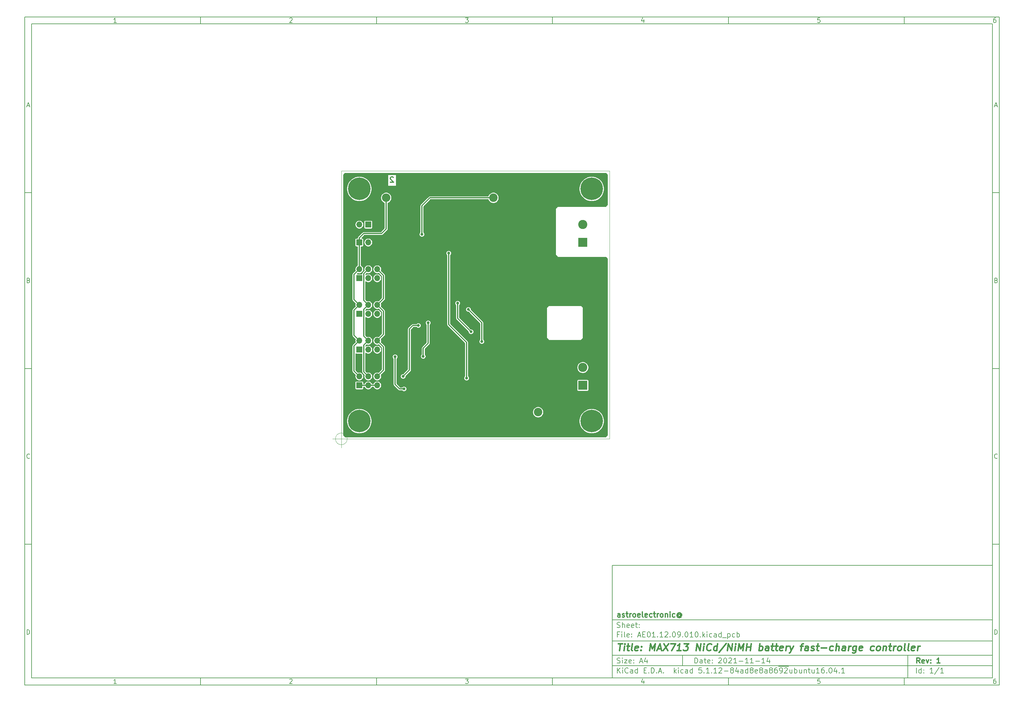
<source format=gbr>
%TF.GenerationSoftware,KiCad,Pcbnew,5.1.12-84ad8e8a86~92~ubuntu16.04.1*%
%TF.CreationDate,2021-11-14T14:14:53+01:00*%
%TF.ProjectId,AE01.12.09.010,41453031-2e31-4322-9e30-392e3031302e,1*%
%TF.SameCoordinates,Original*%
%TF.FileFunction,Copper,L2,Bot*%
%TF.FilePolarity,Positive*%
%FSLAX46Y46*%
G04 Gerber Fmt 4.6, Leading zero omitted, Abs format (unit mm)*
G04 Created by KiCad (PCBNEW 5.1.12-84ad8e8a86~92~ubuntu16.04.1) date 2021-11-14 14:14:53*
%MOMM*%
%LPD*%
G01*
G04 APERTURE LIST*
%ADD10C,0.100000*%
%ADD11C,0.150000*%
%ADD12C,0.300000*%
%ADD13C,0.400000*%
%TA.AperFunction,NonConductor*%
%ADD14C,0.300000*%
%TD*%
%TA.AperFunction,Profile*%
%ADD15C,0.050000*%
%TD*%
%TA.AperFunction,ComponentPad*%
%ADD16C,2.400000*%
%TD*%
%TA.AperFunction,ComponentPad*%
%ADD17O,2.400000X2.400000*%
%TD*%
%TA.AperFunction,ComponentPad*%
%ADD18C,0.800000*%
%TD*%
%TA.AperFunction,ComponentPad*%
%ADD19C,6.400000*%
%TD*%
%TA.AperFunction,ComponentPad*%
%ADD20R,2.600000X2.600000*%
%TD*%
%TA.AperFunction,ComponentPad*%
%ADD21C,2.600000*%
%TD*%
%TA.AperFunction,ComponentPad*%
%ADD22R,1.700000X1.700000*%
%TD*%
%TA.AperFunction,ComponentPad*%
%ADD23O,1.700000X1.700000*%
%TD*%
%TA.AperFunction,ViaPad*%
%ADD24C,0.812800*%
%TD*%
%TA.AperFunction,Conductor*%
%ADD25C,0.304800*%
%TD*%
%TA.AperFunction,Conductor*%
%ADD26C,0.254000*%
%TD*%
%TA.AperFunction,Conductor*%
%ADD27C,0.100000*%
%TD*%
G04 APERTURE END LIST*
D10*
D11*
X177002200Y-166007200D02*
X177002200Y-198007200D01*
X285002200Y-198007200D01*
X285002200Y-166007200D01*
X177002200Y-166007200D01*
D10*
D11*
X10000000Y-10000000D02*
X10000000Y-200007200D01*
X287002200Y-200007200D01*
X287002200Y-10000000D01*
X10000000Y-10000000D01*
D10*
D11*
X12000000Y-12000000D02*
X12000000Y-198007200D01*
X285002200Y-198007200D01*
X285002200Y-12000000D01*
X12000000Y-12000000D01*
D10*
D11*
X60000000Y-12000000D02*
X60000000Y-10000000D01*
D10*
D11*
X110000000Y-12000000D02*
X110000000Y-10000000D01*
D10*
D11*
X160000000Y-12000000D02*
X160000000Y-10000000D01*
D10*
D11*
X210000000Y-12000000D02*
X210000000Y-10000000D01*
D10*
D11*
X260000000Y-12000000D02*
X260000000Y-10000000D01*
D10*
D11*
X36065476Y-11588095D02*
X35322619Y-11588095D01*
X35694047Y-11588095D02*
X35694047Y-10288095D01*
X35570238Y-10473809D01*
X35446428Y-10597619D01*
X35322619Y-10659523D01*
D10*
D11*
X85322619Y-10411904D02*
X85384523Y-10350000D01*
X85508333Y-10288095D01*
X85817857Y-10288095D01*
X85941666Y-10350000D01*
X86003571Y-10411904D01*
X86065476Y-10535714D01*
X86065476Y-10659523D01*
X86003571Y-10845238D01*
X85260714Y-11588095D01*
X86065476Y-11588095D01*
D10*
D11*
X135260714Y-10288095D02*
X136065476Y-10288095D01*
X135632142Y-10783333D01*
X135817857Y-10783333D01*
X135941666Y-10845238D01*
X136003571Y-10907142D01*
X136065476Y-11030952D01*
X136065476Y-11340476D01*
X136003571Y-11464285D01*
X135941666Y-11526190D01*
X135817857Y-11588095D01*
X135446428Y-11588095D01*
X135322619Y-11526190D01*
X135260714Y-11464285D01*
D10*
D11*
X185941666Y-10721428D02*
X185941666Y-11588095D01*
X185632142Y-10226190D02*
X185322619Y-11154761D01*
X186127380Y-11154761D01*
D10*
D11*
X236003571Y-10288095D02*
X235384523Y-10288095D01*
X235322619Y-10907142D01*
X235384523Y-10845238D01*
X235508333Y-10783333D01*
X235817857Y-10783333D01*
X235941666Y-10845238D01*
X236003571Y-10907142D01*
X236065476Y-11030952D01*
X236065476Y-11340476D01*
X236003571Y-11464285D01*
X235941666Y-11526190D01*
X235817857Y-11588095D01*
X235508333Y-11588095D01*
X235384523Y-11526190D01*
X235322619Y-11464285D01*
D10*
D11*
X285941666Y-10288095D02*
X285694047Y-10288095D01*
X285570238Y-10350000D01*
X285508333Y-10411904D01*
X285384523Y-10597619D01*
X285322619Y-10845238D01*
X285322619Y-11340476D01*
X285384523Y-11464285D01*
X285446428Y-11526190D01*
X285570238Y-11588095D01*
X285817857Y-11588095D01*
X285941666Y-11526190D01*
X286003571Y-11464285D01*
X286065476Y-11340476D01*
X286065476Y-11030952D01*
X286003571Y-10907142D01*
X285941666Y-10845238D01*
X285817857Y-10783333D01*
X285570238Y-10783333D01*
X285446428Y-10845238D01*
X285384523Y-10907142D01*
X285322619Y-11030952D01*
D10*
D11*
X60000000Y-198007200D02*
X60000000Y-200007200D01*
D10*
D11*
X110000000Y-198007200D02*
X110000000Y-200007200D01*
D10*
D11*
X160000000Y-198007200D02*
X160000000Y-200007200D01*
D10*
D11*
X210000000Y-198007200D02*
X210000000Y-200007200D01*
D10*
D11*
X260000000Y-198007200D02*
X260000000Y-200007200D01*
D10*
D11*
X36065476Y-199595295D02*
X35322619Y-199595295D01*
X35694047Y-199595295D02*
X35694047Y-198295295D01*
X35570238Y-198481009D01*
X35446428Y-198604819D01*
X35322619Y-198666723D01*
D10*
D11*
X85322619Y-198419104D02*
X85384523Y-198357200D01*
X85508333Y-198295295D01*
X85817857Y-198295295D01*
X85941666Y-198357200D01*
X86003571Y-198419104D01*
X86065476Y-198542914D01*
X86065476Y-198666723D01*
X86003571Y-198852438D01*
X85260714Y-199595295D01*
X86065476Y-199595295D01*
D10*
D11*
X135260714Y-198295295D02*
X136065476Y-198295295D01*
X135632142Y-198790533D01*
X135817857Y-198790533D01*
X135941666Y-198852438D01*
X136003571Y-198914342D01*
X136065476Y-199038152D01*
X136065476Y-199347676D01*
X136003571Y-199471485D01*
X135941666Y-199533390D01*
X135817857Y-199595295D01*
X135446428Y-199595295D01*
X135322619Y-199533390D01*
X135260714Y-199471485D01*
D10*
D11*
X185941666Y-198728628D02*
X185941666Y-199595295D01*
X185632142Y-198233390D02*
X185322619Y-199161961D01*
X186127380Y-199161961D01*
D10*
D11*
X236003571Y-198295295D02*
X235384523Y-198295295D01*
X235322619Y-198914342D01*
X235384523Y-198852438D01*
X235508333Y-198790533D01*
X235817857Y-198790533D01*
X235941666Y-198852438D01*
X236003571Y-198914342D01*
X236065476Y-199038152D01*
X236065476Y-199347676D01*
X236003571Y-199471485D01*
X235941666Y-199533390D01*
X235817857Y-199595295D01*
X235508333Y-199595295D01*
X235384523Y-199533390D01*
X235322619Y-199471485D01*
D10*
D11*
X285941666Y-198295295D02*
X285694047Y-198295295D01*
X285570238Y-198357200D01*
X285508333Y-198419104D01*
X285384523Y-198604819D01*
X285322619Y-198852438D01*
X285322619Y-199347676D01*
X285384523Y-199471485D01*
X285446428Y-199533390D01*
X285570238Y-199595295D01*
X285817857Y-199595295D01*
X285941666Y-199533390D01*
X286003571Y-199471485D01*
X286065476Y-199347676D01*
X286065476Y-199038152D01*
X286003571Y-198914342D01*
X285941666Y-198852438D01*
X285817857Y-198790533D01*
X285570238Y-198790533D01*
X285446428Y-198852438D01*
X285384523Y-198914342D01*
X285322619Y-199038152D01*
D10*
D11*
X10000000Y-60000000D02*
X12000000Y-60000000D01*
D10*
D11*
X10000000Y-110000000D02*
X12000000Y-110000000D01*
D10*
D11*
X10000000Y-160000000D02*
X12000000Y-160000000D01*
D10*
D11*
X10690476Y-35216666D02*
X11309523Y-35216666D01*
X10566666Y-35588095D02*
X11000000Y-34288095D01*
X11433333Y-35588095D01*
D10*
D11*
X11092857Y-84907142D02*
X11278571Y-84969047D01*
X11340476Y-85030952D01*
X11402380Y-85154761D01*
X11402380Y-85340476D01*
X11340476Y-85464285D01*
X11278571Y-85526190D01*
X11154761Y-85588095D01*
X10659523Y-85588095D01*
X10659523Y-84288095D01*
X11092857Y-84288095D01*
X11216666Y-84350000D01*
X11278571Y-84411904D01*
X11340476Y-84535714D01*
X11340476Y-84659523D01*
X11278571Y-84783333D01*
X11216666Y-84845238D01*
X11092857Y-84907142D01*
X10659523Y-84907142D01*
D10*
D11*
X11402380Y-135464285D02*
X11340476Y-135526190D01*
X11154761Y-135588095D01*
X11030952Y-135588095D01*
X10845238Y-135526190D01*
X10721428Y-135402380D01*
X10659523Y-135278571D01*
X10597619Y-135030952D01*
X10597619Y-134845238D01*
X10659523Y-134597619D01*
X10721428Y-134473809D01*
X10845238Y-134350000D01*
X11030952Y-134288095D01*
X11154761Y-134288095D01*
X11340476Y-134350000D01*
X11402380Y-134411904D01*
D10*
D11*
X10659523Y-185588095D02*
X10659523Y-184288095D01*
X10969047Y-184288095D01*
X11154761Y-184350000D01*
X11278571Y-184473809D01*
X11340476Y-184597619D01*
X11402380Y-184845238D01*
X11402380Y-185030952D01*
X11340476Y-185278571D01*
X11278571Y-185402380D01*
X11154761Y-185526190D01*
X10969047Y-185588095D01*
X10659523Y-185588095D01*
D10*
D11*
X287002200Y-60000000D02*
X285002200Y-60000000D01*
D10*
D11*
X287002200Y-110000000D02*
X285002200Y-110000000D01*
D10*
D11*
X287002200Y-160000000D02*
X285002200Y-160000000D01*
D10*
D11*
X285692676Y-35216666D02*
X286311723Y-35216666D01*
X285568866Y-35588095D02*
X286002200Y-34288095D01*
X286435533Y-35588095D01*
D10*
D11*
X286095057Y-84907142D02*
X286280771Y-84969047D01*
X286342676Y-85030952D01*
X286404580Y-85154761D01*
X286404580Y-85340476D01*
X286342676Y-85464285D01*
X286280771Y-85526190D01*
X286156961Y-85588095D01*
X285661723Y-85588095D01*
X285661723Y-84288095D01*
X286095057Y-84288095D01*
X286218866Y-84350000D01*
X286280771Y-84411904D01*
X286342676Y-84535714D01*
X286342676Y-84659523D01*
X286280771Y-84783333D01*
X286218866Y-84845238D01*
X286095057Y-84907142D01*
X285661723Y-84907142D01*
D10*
D11*
X286404580Y-135464285D02*
X286342676Y-135526190D01*
X286156961Y-135588095D01*
X286033152Y-135588095D01*
X285847438Y-135526190D01*
X285723628Y-135402380D01*
X285661723Y-135278571D01*
X285599819Y-135030952D01*
X285599819Y-134845238D01*
X285661723Y-134597619D01*
X285723628Y-134473809D01*
X285847438Y-134350000D01*
X286033152Y-134288095D01*
X286156961Y-134288095D01*
X286342676Y-134350000D01*
X286404580Y-134411904D01*
D10*
D11*
X285661723Y-185588095D02*
X285661723Y-184288095D01*
X285971247Y-184288095D01*
X286156961Y-184350000D01*
X286280771Y-184473809D01*
X286342676Y-184597619D01*
X286404580Y-184845238D01*
X286404580Y-185030952D01*
X286342676Y-185278571D01*
X286280771Y-185402380D01*
X286156961Y-185526190D01*
X285971247Y-185588095D01*
X285661723Y-185588095D01*
D10*
D11*
X200434342Y-193785771D02*
X200434342Y-192285771D01*
X200791485Y-192285771D01*
X201005771Y-192357200D01*
X201148628Y-192500057D01*
X201220057Y-192642914D01*
X201291485Y-192928628D01*
X201291485Y-193142914D01*
X201220057Y-193428628D01*
X201148628Y-193571485D01*
X201005771Y-193714342D01*
X200791485Y-193785771D01*
X200434342Y-193785771D01*
X202577200Y-193785771D02*
X202577200Y-193000057D01*
X202505771Y-192857200D01*
X202362914Y-192785771D01*
X202077200Y-192785771D01*
X201934342Y-192857200D01*
X202577200Y-193714342D02*
X202434342Y-193785771D01*
X202077200Y-193785771D01*
X201934342Y-193714342D01*
X201862914Y-193571485D01*
X201862914Y-193428628D01*
X201934342Y-193285771D01*
X202077200Y-193214342D01*
X202434342Y-193214342D01*
X202577200Y-193142914D01*
X203077200Y-192785771D02*
X203648628Y-192785771D01*
X203291485Y-192285771D02*
X203291485Y-193571485D01*
X203362914Y-193714342D01*
X203505771Y-193785771D01*
X203648628Y-193785771D01*
X204720057Y-193714342D02*
X204577200Y-193785771D01*
X204291485Y-193785771D01*
X204148628Y-193714342D01*
X204077200Y-193571485D01*
X204077200Y-193000057D01*
X204148628Y-192857200D01*
X204291485Y-192785771D01*
X204577200Y-192785771D01*
X204720057Y-192857200D01*
X204791485Y-193000057D01*
X204791485Y-193142914D01*
X204077200Y-193285771D01*
X205434342Y-193642914D02*
X205505771Y-193714342D01*
X205434342Y-193785771D01*
X205362914Y-193714342D01*
X205434342Y-193642914D01*
X205434342Y-193785771D01*
X205434342Y-192857200D02*
X205505771Y-192928628D01*
X205434342Y-193000057D01*
X205362914Y-192928628D01*
X205434342Y-192857200D01*
X205434342Y-193000057D01*
X207220057Y-192428628D02*
X207291485Y-192357200D01*
X207434342Y-192285771D01*
X207791485Y-192285771D01*
X207934342Y-192357200D01*
X208005771Y-192428628D01*
X208077200Y-192571485D01*
X208077200Y-192714342D01*
X208005771Y-192928628D01*
X207148628Y-193785771D01*
X208077200Y-193785771D01*
X209005771Y-192285771D02*
X209148628Y-192285771D01*
X209291485Y-192357200D01*
X209362914Y-192428628D01*
X209434342Y-192571485D01*
X209505771Y-192857200D01*
X209505771Y-193214342D01*
X209434342Y-193500057D01*
X209362914Y-193642914D01*
X209291485Y-193714342D01*
X209148628Y-193785771D01*
X209005771Y-193785771D01*
X208862914Y-193714342D01*
X208791485Y-193642914D01*
X208720057Y-193500057D01*
X208648628Y-193214342D01*
X208648628Y-192857200D01*
X208720057Y-192571485D01*
X208791485Y-192428628D01*
X208862914Y-192357200D01*
X209005771Y-192285771D01*
X210077200Y-192428628D02*
X210148628Y-192357200D01*
X210291485Y-192285771D01*
X210648628Y-192285771D01*
X210791485Y-192357200D01*
X210862914Y-192428628D01*
X210934342Y-192571485D01*
X210934342Y-192714342D01*
X210862914Y-192928628D01*
X210005771Y-193785771D01*
X210934342Y-193785771D01*
X212362914Y-193785771D02*
X211505771Y-193785771D01*
X211934342Y-193785771D02*
X211934342Y-192285771D01*
X211791485Y-192500057D01*
X211648628Y-192642914D01*
X211505771Y-192714342D01*
X213005771Y-193214342D02*
X214148628Y-193214342D01*
X215648628Y-193785771D02*
X214791485Y-193785771D01*
X215220057Y-193785771D02*
X215220057Y-192285771D01*
X215077200Y-192500057D01*
X214934342Y-192642914D01*
X214791485Y-192714342D01*
X217077200Y-193785771D02*
X216220057Y-193785771D01*
X216648628Y-193785771D02*
X216648628Y-192285771D01*
X216505771Y-192500057D01*
X216362914Y-192642914D01*
X216220057Y-192714342D01*
X217720057Y-193214342D02*
X218862914Y-193214342D01*
X220362914Y-193785771D02*
X219505771Y-193785771D01*
X219934342Y-193785771D02*
X219934342Y-192285771D01*
X219791485Y-192500057D01*
X219648628Y-192642914D01*
X219505771Y-192714342D01*
X221648628Y-192785771D02*
X221648628Y-193785771D01*
X221291485Y-192214342D02*
X220934342Y-193285771D01*
X221862914Y-193285771D01*
D10*
D11*
X177002200Y-194507200D02*
X285002200Y-194507200D01*
D10*
D11*
X178434342Y-196585771D02*
X178434342Y-195085771D01*
X179291485Y-196585771D02*
X178648628Y-195728628D01*
X179291485Y-195085771D02*
X178434342Y-195942914D01*
X179934342Y-196585771D02*
X179934342Y-195585771D01*
X179934342Y-195085771D02*
X179862914Y-195157200D01*
X179934342Y-195228628D01*
X180005771Y-195157200D01*
X179934342Y-195085771D01*
X179934342Y-195228628D01*
X181505771Y-196442914D02*
X181434342Y-196514342D01*
X181220057Y-196585771D01*
X181077200Y-196585771D01*
X180862914Y-196514342D01*
X180720057Y-196371485D01*
X180648628Y-196228628D01*
X180577200Y-195942914D01*
X180577200Y-195728628D01*
X180648628Y-195442914D01*
X180720057Y-195300057D01*
X180862914Y-195157200D01*
X181077200Y-195085771D01*
X181220057Y-195085771D01*
X181434342Y-195157200D01*
X181505771Y-195228628D01*
X182791485Y-196585771D02*
X182791485Y-195800057D01*
X182720057Y-195657200D01*
X182577200Y-195585771D01*
X182291485Y-195585771D01*
X182148628Y-195657200D01*
X182791485Y-196514342D02*
X182648628Y-196585771D01*
X182291485Y-196585771D01*
X182148628Y-196514342D01*
X182077200Y-196371485D01*
X182077200Y-196228628D01*
X182148628Y-196085771D01*
X182291485Y-196014342D01*
X182648628Y-196014342D01*
X182791485Y-195942914D01*
X184148628Y-196585771D02*
X184148628Y-195085771D01*
X184148628Y-196514342D02*
X184005771Y-196585771D01*
X183720057Y-196585771D01*
X183577200Y-196514342D01*
X183505771Y-196442914D01*
X183434342Y-196300057D01*
X183434342Y-195871485D01*
X183505771Y-195728628D01*
X183577200Y-195657200D01*
X183720057Y-195585771D01*
X184005771Y-195585771D01*
X184148628Y-195657200D01*
X186005771Y-195800057D02*
X186505771Y-195800057D01*
X186720057Y-196585771D02*
X186005771Y-196585771D01*
X186005771Y-195085771D01*
X186720057Y-195085771D01*
X187362914Y-196442914D02*
X187434342Y-196514342D01*
X187362914Y-196585771D01*
X187291485Y-196514342D01*
X187362914Y-196442914D01*
X187362914Y-196585771D01*
X188077200Y-196585771D02*
X188077200Y-195085771D01*
X188434342Y-195085771D01*
X188648628Y-195157200D01*
X188791485Y-195300057D01*
X188862914Y-195442914D01*
X188934342Y-195728628D01*
X188934342Y-195942914D01*
X188862914Y-196228628D01*
X188791485Y-196371485D01*
X188648628Y-196514342D01*
X188434342Y-196585771D01*
X188077200Y-196585771D01*
X189577200Y-196442914D02*
X189648628Y-196514342D01*
X189577200Y-196585771D01*
X189505771Y-196514342D01*
X189577200Y-196442914D01*
X189577200Y-196585771D01*
X190220057Y-196157200D02*
X190934342Y-196157200D01*
X190077200Y-196585771D02*
X190577200Y-195085771D01*
X191077200Y-196585771D01*
X191577200Y-196442914D02*
X191648628Y-196514342D01*
X191577200Y-196585771D01*
X191505771Y-196514342D01*
X191577200Y-196442914D01*
X191577200Y-196585771D01*
X194577200Y-196585771D02*
X194577200Y-195085771D01*
X194720057Y-196014342D02*
X195148628Y-196585771D01*
X195148628Y-195585771D02*
X194577200Y-196157200D01*
X195791485Y-196585771D02*
X195791485Y-195585771D01*
X195791485Y-195085771D02*
X195720057Y-195157200D01*
X195791485Y-195228628D01*
X195862914Y-195157200D01*
X195791485Y-195085771D01*
X195791485Y-195228628D01*
X197148628Y-196514342D02*
X197005771Y-196585771D01*
X196720057Y-196585771D01*
X196577200Y-196514342D01*
X196505771Y-196442914D01*
X196434342Y-196300057D01*
X196434342Y-195871485D01*
X196505771Y-195728628D01*
X196577200Y-195657200D01*
X196720057Y-195585771D01*
X197005771Y-195585771D01*
X197148628Y-195657200D01*
X198434342Y-196585771D02*
X198434342Y-195800057D01*
X198362914Y-195657200D01*
X198220057Y-195585771D01*
X197934342Y-195585771D01*
X197791485Y-195657200D01*
X198434342Y-196514342D02*
X198291485Y-196585771D01*
X197934342Y-196585771D01*
X197791485Y-196514342D01*
X197720057Y-196371485D01*
X197720057Y-196228628D01*
X197791485Y-196085771D01*
X197934342Y-196014342D01*
X198291485Y-196014342D01*
X198434342Y-195942914D01*
X199791485Y-196585771D02*
X199791485Y-195085771D01*
X199791485Y-196514342D02*
X199648628Y-196585771D01*
X199362914Y-196585771D01*
X199220057Y-196514342D01*
X199148628Y-196442914D01*
X199077200Y-196300057D01*
X199077200Y-195871485D01*
X199148628Y-195728628D01*
X199220057Y-195657200D01*
X199362914Y-195585771D01*
X199648628Y-195585771D01*
X199791485Y-195657200D01*
X202362914Y-195085771D02*
X201648628Y-195085771D01*
X201577200Y-195800057D01*
X201648628Y-195728628D01*
X201791485Y-195657200D01*
X202148628Y-195657200D01*
X202291485Y-195728628D01*
X202362914Y-195800057D01*
X202434342Y-195942914D01*
X202434342Y-196300057D01*
X202362914Y-196442914D01*
X202291485Y-196514342D01*
X202148628Y-196585771D01*
X201791485Y-196585771D01*
X201648628Y-196514342D01*
X201577200Y-196442914D01*
X203077200Y-196442914D02*
X203148628Y-196514342D01*
X203077200Y-196585771D01*
X203005771Y-196514342D01*
X203077200Y-196442914D01*
X203077200Y-196585771D01*
X204577200Y-196585771D02*
X203720057Y-196585771D01*
X204148628Y-196585771D02*
X204148628Y-195085771D01*
X204005771Y-195300057D01*
X203862914Y-195442914D01*
X203720057Y-195514342D01*
X205220057Y-196442914D02*
X205291485Y-196514342D01*
X205220057Y-196585771D01*
X205148628Y-196514342D01*
X205220057Y-196442914D01*
X205220057Y-196585771D01*
X206720057Y-196585771D02*
X205862914Y-196585771D01*
X206291485Y-196585771D02*
X206291485Y-195085771D01*
X206148628Y-195300057D01*
X206005771Y-195442914D01*
X205862914Y-195514342D01*
X207291485Y-195228628D02*
X207362914Y-195157200D01*
X207505771Y-195085771D01*
X207862914Y-195085771D01*
X208005771Y-195157200D01*
X208077200Y-195228628D01*
X208148628Y-195371485D01*
X208148628Y-195514342D01*
X208077200Y-195728628D01*
X207220057Y-196585771D01*
X208148628Y-196585771D01*
X208791485Y-196014342D02*
X209934342Y-196014342D01*
X210862914Y-195728628D02*
X210720057Y-195657200D01*
X210648628Y-195585771D01*
X210577200Y-195442914D01*
X210577200Y-195371485D01*
X210648628Y-195228628D01*
X210720057Y-195157200D01*
X210862914Y-195085771D01*
X211148628Y-195085771D01*
X211291485Y-195157200D01*
X211362914Y-195228628D01*
X211434342Y-195371485D01*
X211434342Y-195442914D01*
X211362914Y-195585771D01*
X211291485Y-195657200D01*
X211148628Y-195728628D01*
X210862914Y-195728628D01*
X210720057Y-195800057D01*
X210648628Y-195871485D01*
X210577200Y-196014342D01*
X210577200Y-196300057D01*
X210648628Y-196442914D01*
X210720057Y-196514342D01*
X210862914Y-196585771D01*
X211148628Y-196585771D01*
X211291485Y-196514342D01*
X211362914Y-196442914D01*
X211434342Y-196300057D01*
X211434342Y-196014342D01*
X211362914Y-195871485D01*
X211291485Y-195800057D01*
X211148628Y-195728628D01*
X212720057Y-195585771D02*
X212720057Y-196585771D01*
X212362914Y-195014342D02*
X212005771Y-196085771D01*
X212934342Y-196085771D01*
X214148628Y-196585771D02*
X214148628Y-195800057D01*
X214077200Y-195657200D01*
X213934342Y-195585771D01*
X213648628Y-195585771D01*
X213505771Y-195657200D01*
X214148628Y-196514342D02*
X214005771Y-196585771D01*
X213648628Y-196585771D01*
X213505771Y-196514342D01*
X213434342Y-196371485D01*
X213434342Y-196228628D01*
X213505771Y-196085771D01*
X213648628Y-196014342D01*
X214005771Y-196014342D01*
X214148628Y-195942914D01*
X215505771Y-196585771D02*
X215505771Y-195085771D01*
X215505771Y-196514342D02*
X215362914Y-196585771D01*
X215077200Y-196585771D01*
X214934342Y-196514342D01*
X214862914Y-196442914D01*
X214791485Y-196300057D01*
X214791485Y-195871485D01*
X214862914Y-195728628D01*
X214934342Y-195657200D01*
X215077200Y-195585771D01*
X215362914Y-195585771D01*
X215505771Y-195657200D01*
X216434342Y-195728628D02*
X216291485Y-195657200D01*
X216220057Y-195585771D01*
X216148628Y-195442914D01*
X216148628Y-195371485D01*
X216220057Y-195228628D01*
X216291485Y-195157200D01*
X216434342Y-195085771D01*
X216720057Y-195085771D01*
X216862914Y-195157200D01*
X216934342Y-195228628D01*
X217005771Y-195371485D01*
X217005771Y-195442914D01*
X216934342Y-195585771D01*
X216862914Y-195657200D01*
X216720057Y-195728628D01*
X216434342Y-195728628D01*
X216291485Y-195800057D01*
X216220057Y-195871485D01*
X216148628Y-196014342D01*
X216148628Y-196300057D01*
X216220057Y-196442914D01*
X216291485Y-196514342D01*
X216434342Y-196585771D01*
X216720057Y-196585771D01*
X216862914Y-196514342D01*
X216934342Y-196442914D01*
X217005771Y-196300057D01*
X217005771Y-196014342D01*
X216934342Y-195871485D01*
X216862914Y-195800057D01*
X216720057Y-195728628D01*
X218220057Y-196514342D02*
X218077200Y-196585771D01*
X217791485Y-196585771D01*
X217648628Y-196514342D01*
X217577200Y-196371485D01*
X217577200Y-195800057D01*
X217648628Y-195657200D01*
X217791485Y-195585771D01*
X218077200Y-195585771D01*
X218220057Y-195657200D01*
X218291485Y-195800057D01*
X218291485Y-195942914D01*
X217577200Y-196085771D01*
X219148628Y-195728628D02*
X219005771Y-195657200D01*
X218934342Y-195585771D01*
X218862914Y-195442914D01*
X218862914Y-195371485D01*
X218934342Y-195228628D01*
X219005771Y-195157200D01*
X219148628Y-195085771D01*
X219434342Y-195085771D01*
X219577200Y-195157200D01*
X219648628Y-195228628D01*
X219720057Y-195371485D01*
X219720057Y-195442914D01*
X219648628Y-195585771D01*
X219577200Y-195657200D01*
X219434342Y-195728628D01*
X219148628Y-195728628D01*
X219005771Y-195800057D01*
X218934342Y-195871485D01*
X218862914Y-196014342D01*
X218862914Y-196300057D01*
X218934342Y-196442914D01*
X219005771Y-196514342D01*
X219148628Y-196585771D01*
X219434342Y-196585771D01*
X219577200Y-196514342D01*
X219648628Y-196442914D01*
X219720057Y-196300057D01*
X219720057Y-196014342D01*
X219648628Y-195871485D01*
X219577200Y-195800057D01*
X219434342Y-195728628D01*
X221005771Y-196585771D02*
X221005771Y-195800057D01*
X220934342Y-195657200D01*
X220791485Y-195585771D01*
X220505771Y-195585771D01*
X220362914Y-195657200D01*
X221005771Y-196514342D02*
X220862914Y-196585771D01*
X220505771Y-196585771D01*
X220362914Y-196514342D01*
X220291485Y-196371485D01*
X220291485Y-196228628D01*
X220362914Y-196085771D01*
X220505771Y-196014342D01*
X220862914Y-196014342D01*
X221005771Y-195942914D01*
X221934342Y-195728628D02*
X221791485Y-195657200D01*
X221720057Y-195585771D01*
X221648628Y-195442914D01*
X221648628Y-195371485D01*
X221720057Y-195228628D01*
X221791485Y-195157200D01*
X221934342Y-195085771D01*
X222220057Y-195085771D01*
X222362914Y-195157200D01*
X222434342Y-195228628D01*
X222505771Y-195371485D01*
X222505771Y-195442914D01*
X222434342Y-195585771D01*
X222362914Y-195657200D01*
X222220057Y-195728628D01*
X221934342Y-195728628D01*
X221791485Y-195800057D01*
X221720057Y-195871485D01*
X221648628Y-196014342D01*
X221648628Y-196300057D01*
X221720057Y-196442914D01*
X221791485Y-196514342D01*
X221934342Y-196585771D01*
X222220057Y-196585771D01*
X222362914Y-196514342D01*
X222434342Y-196442914D01*
X222505771Y-196300057D01*
X222505771Y-196014342D01*
X222434342Y-195871485D01*
X222362914Y-195800057D01*
X222220057Y-195728628D01*
X223791485Y-195085771D02*
X223505771Y-195085771D01*
X223362914Y-195157200D01*
X223291485Y-195228628D01*
X223148628Y-195442914D01*
X223077200Y-195728628D01*
X223077200Y-196300057D01*
X223148628Y-196442914D01*
X223220057Y-196514342D01*
X223362914Y-196585771D01*
X223648628Y-196585771D01*
X223791485Y-196514342D01*
X223862914Y-196442914D01*
X223934342Y-196300057D01*
X223934342Y-195942914D01*
X223862914Y-195800057D01*
X223791485Y-195728628D01*
X223648628Y-195657200D01*
X223362914Y-195657200D01*
X223220057Y-195728628D01*
X223148628Y-195800057D01*
X223077200Y-195942914D01*
X224220057Y-194677200D02*
X225648628Y-194677200D01*
X224648628Y-196585771D02*
X224934342Y-196585771D01*
X225077200Y-196514342D01*
X225148628Y-196442914D01*
X225291485Y-196228628D01*
X225362914Y-195942914D01*
X225362914Y-195371485D01*
X225291485Y-195228628D01*
X225220057Y-195157200D01*
X225077200Y-195085771D01*
X224791485Y-195085771D01*
X224648628Y-195157200D01*
X224577200Y-195228628D01*
X224505771Y-195371485D01*
X224505771Y-195728628D01*
X224577200Y-195871485D01*
X224648628Y-195942914D01*
X224791485Y-196014342D01*
X225077200Y-196014342D01*
X225220057Y-195942914D01*
X225291485Y-195871485D01*
X225362914Y-195728628D01*
X225648628Y-194677200D02*
X227077199Y-194677200D01*
X225934342Y-195228628D02*
X226005771Y-195157200D01*
X226148628Y-195085771D01*
X226505771Y-195085771D01*
X226648628Y-195157200D01*
X226720057Y-195228628D01*
X226791485Y-195371485D01*
X226791485Y-195514342D01*
X226720057Y-195728628D01*
X225862914Y-196585771D01*
X226791485Y-196585771D01*
X228077199Y-195585771D02*
X228077199Y-196585771D01*
X227434342Y-195585771D02*
X227434342Y-196371485D01*
X227505771Y-196514342D01*
X227648628Y-196585771D01*
X227862914Y-196585771D01*
X228005771Y-196514342D01*
X228077199Y-196442914D01*
X228791485Y-196585771D02*
X228791485Y-195085771D01*
X228791485Y-195657200D02*
X228934342Y-195585771D01*
X229220057Y-195585771D01*
X229362914Y-195657200D01*
X229434342Y-195728628D01*
X229505771Y-195871485D01*
X229505771Y-196300057D01*
X229434342Y-196442914D01*
X229362914Y-196514342D01*
X229220057Y-196585771D01*
X228934342Y-196585771D01*
X228791485Y-196514342D01*
X230791485Y-195585771D02*
X230791485Y-196585771D01*
X230148628Y-195585771D02*
X230148628Y-196371485D01*
X230220057Y-196514342D01*
X230362914Y-196585771D01*
X230577199Y-196585771D01*
X230720057Y-196514342D01*
X230791485Y-196442914D01*
X231505771Y-195585771D02*
X231505771Y-196585771D01*
X231505771Y-195728628D02*
X231577199Y-195657200D01*
X231720057Y-195585771D01*
X231934342Y-195585771D01*
X232077199Y-195657200D01*
X232148628Y-195800057D01*
X232148628Y-196585771D01*
X232648628Y-195585771D02*
X233220057Y-195585771D01*
X232862914Y-195085771D02*
X232862914Y-196371485D01*
X232934342Y-196514342D01*
X233077200Y-196585771D01*
X233220057Y-196585771D01*
X234362914Y-195585771D02*
X234362914Y-196585771D01*
X233720057Y-195585771D02*
X233720057Y-196371485D01*
X233791485Y-196514342D01*
X233934342Y-196585771D01*
X234148628Y-196585771D01*
X234291485Y-196514342D01*
X234362914Y-196442914D01*
X235862914Y-196585771D02*
X235005771Y-196585771D01*
X235434342Y-196585771D02*
X235434342Y-195085771D01*
X235291485Y-195300057D01*
X235148628Y-195442914D01*
X235005771Y-195514342D01*
X237148628Y-195085771D02*
X236862914Y-195085771D01*
X236720057Y-195157200D01*
X236648628Y-195228628D01*
X236505771Y-195442914D01*
X236434342Y-195728628D01*
X236434342Y-196300057D01*
X236505771Y-196442914D01*
X236577199Y-196514342D01*
X236720057Y-196585771D01*
X237005771Y-196585771D01*
X237148628Y-196514342D01*
X237220057Y-196442914D01*
X237291485Y-196300057D01*
X237291485Y-195942914D01*
X237220057Y-195800057D01*
X237148628Y-195728628D01*
X237005771Y-195657200D01*
X236720057Y-195657200D01*
X236577199Y-195728628D01*
X236505771Y-195800057D01*
X236434342Y-195942914D01*
X237934342Y-196442914D02*
X238005771Y-196514342D01*
X237934342Y-196585771D01*
X237862914Y-196514342D01*
X237934342Y-196442914D01*
X237934342Y-196585771D01*
X238934342Y-195085771D02*
X239077199Y-195085771D01*
X239220057Y-195157200D01*
X239291485Y-195228628D01*
X239362914Y-195371485D01*
X239434342Y-195657200D01*
X239434342Y-196014342D01*
X239362914Y-196300057D01*
X239291485Y-196442914D01*
X239220057Y-196514342D01*
X239077199Y-196585771D01*
X238934342Y-196585771D01*
X238791485Y-196514342D01*
X238720057Y-196442914D01*
X238648628Y-196300057D01*
X238577199Y-196014342D01*
X238577199Y-195657200D01*
X238648628Y-195371485D01*
X238720057Y-195228628D01*
X238791485Y-195157200D01*
X238934342Y-195085771D01*
X240720057Y-195585771D02*
X240720057Y-196585771D01*
X240362914Y-195014342D02*
X240005771Y-196085771D01*
X240934342Y-196085771D01*
X241505771Y-196442914D02*
X241577199Y-196514342D01*
X241505771Y-196585771D01*
X241434342Y-196514342D01*
X241505771Y-196442914D01*
X241505771Y-196585771D01*
X243005771Y-196585771D02*
X242148628Y-196585771D01*
X242577199Y-196585771D02*
X242577199Y-195085771D01*
X242434342Y-195300057D01*
X242291485Y-195442914D01*
X242148628Y-195514342D01*
D10*
D11*
X177002200Y-191507200D02*
X285002200Y-191507200D01*
D10*
D12*
X264411485Y-193785771D02*
X263911485Y-193071485D01*
X263554342Y-193785771D02*
X263554342Y-192285771D01*
X264125771Y-192285771D01*
X264268628Y-192357200D01*
X264340057Y-192428628D01*
X264411485Y-192571485D01*
X264411485Y-192785771D01*
X264340057Y-192928628D01*
X264268628Y-193000057D01*
X264125771Y-193071485D01*
X263554342Y-193071485D01*
X265625771Y-193714342D02*
X265482914Y-193785771D01*
X265197200Y-193785771D01*
X265054342Y-193714342D01*
X264982914Y-193571485D01*
X264982914Y-193000057D01*
X265054342Y-192857200D01*
X265197200Y-192785771D01*
X265482914Y-192785771D01*
X265625771Y-192857200D01*
X265697200Y-193000057D01*
X265697200Y-193142914D01*
X264982914Y-193285771D01*
X266197200Y-192785771D02*
X266554342Y-193785771D01*
X266911485Y-192785771D01*
X267482914Y-193642914D02*
X267554342Y-193714342D01*
X267482914Y-193785771D01*
X267411485Y-193714342D01*
X267482914Y-193642914D01*
X267482914Y-193785771D01*
X267482914Y-192857200D02*
X267554342Y-192928628D01*
X267482914Y-193000057D01*
X267411485Y-192928628D01*
X267482914Y-192857200D01*
X267482914Y-193000057D01*
X270125771Y-193785771D02*
X269268628Y-193785771D01*
X269697200Y-193785771D02*
X269697200Y-192285771D01*
X269554342Y-192500057D01*
X269411485Y-192642914D01*
X269268628Y-192714342D01*
D10*
D11*
X178362914Y-193714342D02*
X178577200Y-193785771D01*
X178934342Y-193785771D01*
X179077200Y-193714342D01*
X179148628Y-193642914D01*
X179220057Y-193500057D01*
X179220057Y-193357200D01*
X179148628Y-193214342D01*
X179077200Y-193142914D01*
X178934342Y-193071485D01*
X178648628Y-193000057D01*
X178505771Y-192928628D01*
X178434342Y-192857200D01*
X178362914Y-192714342D01*
X178362914Y-192571485D01*
X178434342Y-192428628D01*
X178505771Y-192357200D01*
X178648628Y-192285771D01*
X179005771Y-192285771D01*
X179220057Y-192357200D01*
X179862914Y-193785771D02*
X179862914Y-192785771D01*
X179862914Y-192285771D02*
X179791485Y-192357200D01*
X179862914Y-192428628D01*
X179934342Y-192357200D01*
X179862914Y-192285771D01*
X179862914Y-192428628D01*
X180434342Y-192785771D02*
X181220057Y-192785771D01*
X180434342Y-193785771D01*
X181220057Y-193785771D01*
X182362914Y-193714342D02*
X182220057Y-193785771D01*
X181934342Y-193785771D01*
X181791485Y-193714342D01*
X181720057Y-193571485D01*
X181720057Y-193000057D01*
X181791485Y-192857200D01*
X181934342Y-192785771D01*
X182220057Y-192785771D01*
X182362914Y-192857200D01*
X182434342Y-193000057D01*
X182434342Y-193142914D01*
X181720057Y-193285771D01*
X183077200Y-193642914D02*
X183148628Y-193714342D01*
X183077200Y-193785771D01*
X183005771Y-193714342D01*
X183077200Y-193642914D01*
X183077200Y-193785771D01*
X183077200Y-192857200D02*
X183148628Y-192928628D01*
X183077200Y-193000057D01*
X183005771Y-192928628D01*
X183077200Y-192857200D01*
X183077200Y-193000057D01*
X184862914Y-193357200D02*
X185577200Y-193357200D01*
X184720057Y-193785771D02*
X185220057Y-192285771D01*
X185720057Y-193785771D01*
X186862914Y-192785771D02*
X186862914Y-193785771D01*
X186505771Y-192214342D02*
X186148628Y-193285771D01*
X187077200Y-193285771D01*
D10*
D11*
X263434342Y-196585771D02*
X263434342Y-195085771D01*
X264791485Y-196585771D02*
X264791485Y-195085771D01*
X264791485Y-196514342D02*
X264648628Y-196585771D01*
X264362914Y-196585771D01*
X264220057Y-196514342D01*
X264148628Y-196442914D01*
X264077200Y-196300057D01*
X264077200Y-195871485D01*
X264148628Y-195728628D01*
X264220057Y-195657200D01*
X264362914Y-195585771D01*
X264648628Y-195585771D01*
X264791485Y-195657200D01*
X265505771Y-196442914D02*
X265577200Y-196514342D01*
X265505771Y-196585771D01*
X265434342Y-196514342D01*
X265505771Y-196442914D01*
X265505771Y-196585771D01*
X265505771Y-195657200D02*
X265577200Y-195728628D01*
X265505771Y-195800057D01*
X265434342Y-195728628D01*
X265505771Y-195657200D01*
X265505771Y-195800057D01*
X268148628Y-196585771D02*
X267291485Y-196585771D01*
X267720057Y-196585771D02*
X267720057Y-195085771D01*
X267577200Y-195300057D01*
X267434342Y-195442914D01*
X267291485Y-195514342D01*
X269862914Y-195014342D02*
X268577200Y-196942914D01*
X271148628Y-196585771D02*
X270291485Y-196585771D01*
X270720057Y-196585771D02*
X270720057Y-195085771D01*
X270577200Y-195300057D01*
X270434342Y-195442914D01*
X270291485Y-195514342D01*
D10*
D11*
X177002200Y-187507200D02*
X285002200Y-187507200D01*
D10*
D13*
X178714580Y-188211961D02*
X179857438Y-188211961D01*
X179036009Y-190211961D02*
X179286009Y-188211961D01*
X180274104Y-190211961D02*
X180440771Y-188878628D01*
X180524104Y-188211961D02*
X180416961Y-188307200D01*
X180500295Y-188402438D01*
X180607438Y-188307200D01*
X180524104Y-188211961D01*
X180500295Y-188402438D01*
X181107438Y-188878628D02*
X181869342Y-188878628D01*
X181476485Y-188211961D02*
X181262200Y-189926247D01*
X181333628Y-190116723D01*
X181512200Y-190211961D01*
X181702676Y-190211961D01*
X182655057Y-190211961D02*
X182476485Y-190116723D01*
X182405057Y-189926247D01*
X182619342Y-188211961D01*
X184190771Y-190116723D02*
X183988390Y-190211961D01*
X183607438Y-190211961D01*
X183428866Y-190116723D01*
X183357438Y-189926247D01*
X183452676Y-189164342D01*
X183571723Y-188973866D01*
X183774104Y-188878628D01*
X184155057Y-188878628D01*
X184333628Y-188973866D01*
X184405057Y-189164342D01*
X184381247Y-189354819D01*
X183405057Y-189545295D01*
X185155057Y-190021485D02*
X185238390Y-190116723D01*
X185131247Y-190211961D01*
X185047914Y-190116723D01*
X185155057Y-190021485D01*
X185131247Y-190211961D01*
X185286009Y-188973866D02*
X185369342Y-189069104D01*
X185262200Y-189164342D01*
X185178866Y-189069104D01*
X185286009Y-188973866D01*
X185262200Y-189164342D01*
X187607438Y-190211961D02*
X187857438Y-188211961D01*
X188345533Y-189640533D01*
X189190771Y-188211961D01*
X188940771Y-190211961D01*
X189869342Y-189640533D02*
X190821723Y-189640533D01*
X189607438Y-190211961D02*
X190524104Y-188211961D01*
X190940771Y-190211961D01*
X191666961Y-188211961D02*
X192750295Y-190211961D01*
X193000295Y-188211961D02*
X191416961Y-190211961D01*
X193571723Y-188211961D02*
X194905057Y-188211961D01*
X193797914Y-190211961D01*
X196464580Y-190211961D02*
X195321723Y-190211961D01*
X195893152Y-190211961D02*
X196143152Y-188211961D01*
X195916961Y-188497676D01*
X195702676Y-188688152D01*
X195500295Y-188783390D01*
X197381247Y-188211961D02*
X198619342Y-188211961D01*
X197857438Y-188973866D01*
X198143152Y-188973866D01*
X198321723Y-189069104D01*
X198405057Y-189164342D01*
X198476485Y-189354819D01*
X198416961Y-189831009D01*
X198297914Y-190021485D01*
X198190771Y-190116723D01*
X197988390Y-190211961D01*
X197416961Y-190211961D01*
X197238390Y-190116723D01*
X197155057Y-190021485D01*
X200750295Y-190211961D02*
X201000295Y-188211961D01*
X201893152Y-190211961D01*
X202143152Y-188211961D01*
X202845533Y-190211961D02*
X203012200Y-188878628D01*
X203095533Y-188211961D02*
X202988390Y-188307200D01*
X203071723Y-188402438D01*
X203178866Y-188307200D01*
X203095533Y-188211961D01*
X203071723Y-188402438D01*
X204964580Y-190021485D02*
X204857438Y-190116723D01*
X204559819Y-190211961D01*
X204369342Y-190211961D01*
X204095533Y-190116723D01*
X203928866Y-189926247D01*
X203857438Y-189735771D01*
X203809819Y-189354819D01*
X203845533Y-189069104D01*
X203988390Y-188688152D01*
X204107438Y-188497676D01*
X204321723Y-188307200D01*
X204619342Y-188211961D01*
X204809819Y-188211961D01*
X205083628Y-188307200D01*
X205166961Y-188402438D01*
X206655057Y-190211961D02*
X206905057Y-188211961D01*
X206666961Y-190116723D02*
X206464580Y-190211961D01*
X206083628Y-190211961D01*
X205905057Y-190116723D01*
X205821723Y-190021485D01*
X205750295Y-189831009D01*
X205821723Y-189259580D01*
X205940771Y-189069104D01*
X206047914Y-188973866D01*
X206250295Y-188878628D01*
X206631247Y-188878628D01*
X206809819Y-188973866D01*
X209297914Y-188116723D02*
X207262200Y-190688152D01*
X209702676Y-190211961D02*
X209952676Y-188211961D01*
X210845533Y-190211961D01*
X211095533Y-188211961D01*
X211797914Y-190211961D02*
X211964580Y-188878628D01*
X212047914Y-188211961D02*
X211940771Y-188307200D01*
X212024104Y-188402438D01*
X212131247Y-188307200D01*
X212047914Y-188211961D01*
X212024104Y-188402438D01*
X212750295Y-190211961D02*
X213000295Y-188211961D01*
X213488390Y-189640533D01*
X214333628Y-188211961D01*
X214083628Y-190211961D01*
X215036009Y-190211961D02*
X215286009Y-188211961D01*
X215166961Y-189164342D02*
X216309819Y-189164342D01*
X216178866Y-190211961D02*
X216428866Y-188211961D01*
X218655057Y-190211961D02*
X218905057Y-188211961D01*
X218809819Y-188973866D02*
X219012200Y-188878628D01*
X219393152Y-188878628D01*
X219571723Y-188973866D01*
X219655057Y-189069104D01*
X219726485Y-189259580D01*
X219655057Y-189831009D01*
X219536009Y-190021485D01*
X219428866Y-190116723D01*
X219226485Y-190211961D01*
X218845533Y-190211961D01*
X218666961Y-190116723D01*
X221321723Y-190211961D02*
X221452676Y-189164342D01*
X221381247Y-188973866D01*
X221202676Y-188878628D01*
X220821723Y-188878628D01*
X220619342Y-188973866D01*
X221333628Y-190116723D02*
X221131247Y-190211961D01*
X220655057Y-190211961D01*
X220476485Y-190116723D01*
X220405057Y-189926247D01*
X220428866Y-189735771D01*
X220547914Y-189545295D01*
X220750295Y-189450057D01*
X221226485Y-189450057D01*
X221428866Y-189354819D01*
X222155057Y-188878628D02*
X222916961Y-188878628D01*
X222524104Y-188211961D02*
X222309819Y-189926247D01*
X222381247Y-190116723D01*
X222559819Y-190211961D01*
X222750295Y-190211961D01*
X223297914Y-188878628D02*
X224059819Y-188878628D01*
X223666961Y-188211961D02*
X223452676Y-189926247D01*
X223524104Y-190116723D01*
X223702676Y-190211961D01*
X223893152Y-190211961D01*
X225333628Y-190116723D02*
X225131247Y-190211961D01*
X224750295Y-190211961D01*
X224571723Y-190116723D01*
X224500295Y-189926247D01*
X224595533Y-189164342D01*
X224714580Y-188973866D01*
X224916961Y-188878628D01*
X225297914Y-188878628D01*
X225476485Y-188973866D01*
X225547914Y-189164342D01*
X225524104Y-189354819D01*
X224547914Y-189545295D01*
X226274104Y-190211961D02*
X226440771Y-188878628D01*
X226393152Y-189259580D02*
X226512200Y-189069104D01*
X226619342Y-188973866D01*
X226821723Y-188878628D01*
X227012199Y-188878628D01*
X227488390Y-188878628D02*
X227797914Y-190211961D01*
X228440771Y-188878628D02*
X227797914Y-190211961D01*
X227547914Y-190688152D01*
X227440771Y-190783390D01*
X227238390Y-190878628D01*
X230440771Y-188878628D02*
X231202676Y-188878628D01*
X230559819Y-190211961D02*
X230774104Y-188497676D01*
X230893152Y-188307200D01*
X231095533Y-188211961D01*
X231286009Y-188211961D01*
X232559819Y-190211961D02*
X232690771Y-189164342D01*
X232619342Y-188973866D01*
X232440771Y-188878628D01*
X232059819Y-188878628D01*
X231857438Y-188973866D01*
X232571723Y-190116723D02*
X232369342Y-190211961D01*
X231893152Y-190211961D01*
X231714580Y-190116723D01*
X231643152Y-189926247D01*
X231666961Y-189735771D01*
X231786009Y-189545295D01*
X231988390Y-189450057D01*
X232464580Y-189450057D01*
X232666961Y-189354819D01*
X233428866Y-190116723D02*
X233607438Y-190211961D01*
X233988390Y-190211961D01*
X234190771Y-190116723D01*
X234309819Y-189926247D01*
X234321723Y-189831009D01*
X234250295Y-189640533D01*
X234071723Y-189545295D01*
X233786009Y-189545295D01*
X233607438Y-189450057D01*
X233536009Y-189259580D01*
X233547914Y-189164342D01*
X233666961Y-188973866D01*
X233869342Y-188878628D01*
X234155057Y-188878628D01*
X234333628Y-188973866D01*
X235012199Y-188878628D02*
X235774104Y-188878628D01*
X235381247Y-188211961D02*
X235166961Y-189926247D01*
X235238390Y-190116723D01*
X235416961Y-190211961D01*
X235607438Y-190211961D01*
X236369342Y-189450057D02*
X237893152Y-189450057D01*
X239619342Y-190116723D02*
X239416961Y-190211961D01*
X239036009Y-190211961D01*
X238857438Y-190116723D01*
X238774104Y-190021485D01*
X238702676Y-189831009D01*
X238774104Y-189259580D01*
X238893152Y-189069104D01*
X239000295Y-188973866D01*
X239202676Y-188878628D01*
X239583628Y-188878628D01*
X239762199Y-188973866D01*
X240464580Y-190211961D02*
X240714580Y-188211961D01*
X241321723Y-190211961D02*
X241452676Y-189164342D01*
X241381247Y-188973866D01*
X241202676Y-188878628D01*
X240916961Y-188878628D01*
X240714580Y-188973866D01*
X240607438Y-189069104D01*
X243131247Y-190211961D02*
X243262199Y-189164342D01*
X243190771Y-188973866D01*
X243012199Y-188878628D01*
X242631247Y-188878628D01*
X242428866Y-188973866D01*
X243143152Y-190116723D02*
X242940771Y-190211961D01*
X242464580Y-190211961D01*
X242286009Y-190116723D01*
X242214580Y-189926247D01*
X242238390Y-189735771D01*
X242357438Y-189545295D01*
X242559819Y-189450057D01*
X243036009Y-189450057D01*
X243238390Y-189354819D01*
X244083628Y-190211961D02*
X244250295Y-188878628D01*
X244202676Y-189259580D02*
X244321723Y-189069104D01*
X244428866Y-188973866D01*
X244631247Y-188878628D01*
X244821723Y-188878628D01*
X246345533Y-188878628D02*
X246143152Y-190497676D01*
X246024104Y-190688152D01*
X245916961Y-190783390D01*
X245714580Y-190878628D01*
X245428866Y-190878628D01*
X245250295Y-190783390D01*
X246190771Y-190116723D02*
X245988390Y-190211961D01*
X245607438Y-190211961D01*
X245428866Y-190116723D01*
X245345533Y-190021485D01*
X245274104Y-189831009D01*
X245345533Y-189259580D01*
X245464580Y-189069104D01*
X245571723Y-188973866D01*
X245774104Y-188878628D01*
X246155057Y-188878628D01*
X246333628Y-188973866D01*
X247905057Y-190116723D02*
X247702676Y-190211961D01*
X247321723Y-190211961D01*
X247143152Y-190116723D01*
X247071723Y-189926247D01*
X247166961Y-189164342D01*
X247286009Y-188973866D01*
X247488390Y-188878628D01*
X247869342Y-188878628D01*
X248047914Y-188973866D01*
X248119342Y-189164342D01*
X248095533Y-189354819D01*
X247119342Y-189545295D01*
X251238390Y-190116723D02*
X251036009Y-190211961D01*
X250655057Y-190211961D01*
X250476485Y-190116723D01*
X250393152Y-190021485D01*
X250321723Y-189831009D01*
X250393152Y-189259580D01*
X250512200Y-189069104D01*
X250619342Y-188973866D01*
X250821723Y-188878628D01*
X251202676Y-188878628D01*
X251381247Y-188973866D01*
X252369342Y-190211961D02*
X252190771Y-190116723D01*
X252107438Y-190021485D01*
X252036009Y-189831009D01*
X252107438Y-189259580D01*
X252226485Y-189069104D01*
X252333628Y-188973866D01*
X252536009Y-188878628D01*
X252821723Y-188878628D01*
X253000295Y-188973866D01*
X253083628Y-189069104D01*
X253155057Y-189259580D01*
X253083628Y-189831009D01*
X252964580Y-190021485D01*
X252857438Y-190116723D01*
X252655057Y-190211961D01*
X252369342Y-190211961D01*
X254059819Y-188878628D02*
X253893152Y-190211961D01*
X254036009Y-189069104D02*
X254143152Y-188973866D01*
X254345533Y-188878628D01*
X254631247Y-188878628D01*
X254809819Y-188973866D01*
X254881247Y-189164342D01*
X254750295Y-190211961D01*
X255583628Y-188878628D02*
X256345533Y-188878628D01*
X255952676Y-188211961D02*
X255738390Y-189926247D01*
X255809819Y-190116723D01*
X255988390Y-190211961D01*
X256178866Y-190211961D01*
X256845533Y-190211961D02*
X257012200Y-188878628D01*
X256964580Y-189259580D02*
X257083628Y-189069104D01*
X257190771Y-188973866D01*
X257393152Y-188878628D01*
X257583628Y-188878628D01*
X258369342Y-190211961D02*
X258190771Y-190116723D01*
X258107438Y-190021485D01*
X258036009Y-189831009D01*
X258107438Y-189259580D01*
X258226485Y-189069104D01*
X258333628Y-188973866D01*
X258536009Y-188878628D01*
X258821723Y-188878628D01*
X259000295Y-188973866D01*
X259083628Y-189069104D01*
X259155057Y-189259580D01*
X259083628Y-189831009D01*
X258964580Y-190021485D01*
X258857438Y-190116723D01*
X258655057Y-190211961D01*
X258369342Y-190211961D01*
X260178866Y-190211961D02*
X260000295Y-190116723D01*
X259928866Y-189926247D01*
X260143152Y-188211961D01*
X261226485Y-190211961D02*
X261047914Y-190116723D01*
X260976485Y-189926247D01*
X261190771Y-188211961D01*
X262762199Y-190116723D02*
X262559819Y-190211961D01*
X262178866Y-190211961D01*
X262000295Y-190116723D01*
X261928866Y-189926247D01*
X262024104Y-189164342D01*
X262143152Y-188973866D01*
X262345533Y-188878628D01*
X262726485Y-188878628D01*
X262905057Y-188973866D01*
X262976485Y-189164342D01*
X262952676Y-189354819D01*
X261976485Y-189545295D01*
X263702676Y-190211961D02*
X263869342Y-188878628D01*
X263821723Y-189259580D02*
X263940771Y-189069104D01*
X264047914Y-188973866D01*
X264250295Y-188878628D01*
X264440771Y-188878628D01*
D10*
D11*
X178934342Y-185600057D02*
X178434342Y-185600057D01*
X178434342Y-186385771D02*
X178434342Y-184885771D01*
X179148628Y-184885771D01*
X179720057Y-186385771D02*
X179720057Y-185385771D01*
X179720057Y-184885771D02*
X179648628Y-184957200D01*
X179720057Y-185028628D01*
X179791485Y-184957200D01*
X179720057Y-184885771D01*
X179720057Y-185028628D01*
X180648628Y-186385771D02*
X180505771Y-186314342D01*
X180434342Y-186171485D01*
X180434342Y-184885771D01*
X181791485Y-186314342D02*
X181648628Y-186385771D01*
X181362914Y-186385771D01*
X181220057Y-186314342D01*
X181148628Y-186171485D01*
X181148628Y-185600057D01*
X181220057Y-185457200D01*
X181362914Y-185385771D01*
X181648628Y-185385771D01*
X181791485Y-185457200D01*
X181862914Y-185600057D01*
X181862914Y-185742914D01*
X181148628Y-185885771D01*
X182505771Y-186242914D02*
X182577200Y-186314342D01*
X182505771Y-186385771D01*
X182434342Y-186314342D01*
X182505771Y-186242914D01*
X182505771Y-186385771D01*
X182505771Y-185457200D02*
X182577200Y-185528628D01*
X182505771Y-185600057D01*
X182434342Y-185528628D01*
X182505771Y-185457200D01*
X182505771Y-185600057D01*
X184291485Y-185957200D02*
X185005771Y-185957200D01*
X184148628Y-186385771D02*
X184648628Y-184885771D01*
X185148628Y-186385771D01*
X185648628Y-185600057D02*
X186148628Y-185600057D01*
X186362914Y-186385771D02*
X185648628Y-186385771D01*
X185648628Y-184885771D01*
X186362914Y-184885771D01*
X187291485Y-184885771D02*
X187434342Y-184885771D01*
X187577200Y-184957200D01*
X187648628Y-185028628D01*
X187720057Y-185171485D01*
X187791485Y-185457200D01*
X187791485Y-185814342D01*
X187720057Y-186100057D01*
X187648628Y-186242914D01*
X187577200Y-186314342D01*
X187434342Y-186385771D01*
X187291485Y-186385771D01*
X187148628Y-186314342D01*
X187077200Y-186242914D01*
X187005771Y-186100057D01*
X186934342Y-185814342D01*
X186934342Y-185457200D01*
X187005771Y-185171485D01*
X187077200Y-185028628D01*
X187148628Y-184957200D01*
X187291485Y-184885771D01*
X189220057Y-186385771D02*
X188362914Y-186385771D01*
X188791485Y-186385771D02*
X188791485Y-184885771D01*
X188648628Y-185100057D01*
X188505771Y-185242914D01*
X188362914Y-185314342D01*
X189862914Y-186242914D02*
X189934342Y-186314342D01*
X189862914Y-186385771D01*
X189791485Y-186314342D01*
X189862914Y-186242914D01*
X189862914Y-186385771D01*
X191362914Y-186385771D02*
X190505771Y-186385771D01*
X190934342Y-186385771D02*
X190934342Y-184885771D01*
X190791485Y-185100057D01*
X190648628Y-185242914D01*
X190505771Y-185314342D01*
X191934342Y-185028628D02*
X192005771Y-184957200D01*
X192148628Y-184885771D01*
X192505771Y-184885771D01*
X192648628Y-184957200D01*
X192720057Y-185028628D01*
X192791485Y-185171485D01*
X192791485Y-185314342D01*
X192720057Y-185528628D01*
X191862914Y-186385771D01*
X192791485Y-186385771D01*
X193434342Y-186242914D02*
X193505771Y-186314342D01*
X193434342Y-186385771D01*
X193362914Y-186314342D01*
X193434342Y-186242914D01*
X193434342Y-186385771D01*
X194434342Y-184885771D02*
X194577200Y-184885771D01*
X194720057Y-184957200D01*
X194791485Y-185028628D01*
X194862914Y-185171485D01*
X194934342Y-185457200D01*
X194934342Y-185814342D01*
X194862914Y-186100057D01*
X194791485Y-186242914D01*
X194720057Y-186314342D01*
X194577200Y-186385771D01*
X194434342Y-186385771D01*
X194291485Y-186314342D01*
X194220057Y-186242914D01*
X194148628Y-186100057D01*
X194077200Y-185814342D01*
X194077200Y-185457200D01*
X194148628Y-185171485D01*
X194220057Y-185028628D01*
X194291485Y-184957200D01*
X194434342Y-184885771D01*
X195648628Y-186385771D02*
X195934342Y-186385771D01*
X196077200Y-186314342D01*
X196148628Y-186242914D01*
X196291485Y-186028628D01*
X196362914Y-185742914D01*
X196362914Y-185171485D01*
X196291485Y-185028628D01*
X196220057Y-184957200D01*
X196077200Y-184885771D01*
X195791485Y-184885771D01*
X195648628Y-184957200D01*
X195577200Y-185028628D01*
X195505771Y-185171485D01*
X195505771Y-185528628D01*
X195577200Y-185671485D01*
X195648628Y-185742914D01*
X195791485Y-185814342D01*
X196077200Y-185814342D01*
X196220057Y-185742914D01*
X196291485Y-185671485D01*
X196362914Y-185528628D01*
X197005771Y-186242914D02*
X197077200Y-186314342D01*
X197005771Y-186385771D01*
X196934342Y-186314342D01*
X197005771Y-186242914D01*
X197005771Y-186385771D01*
X198005771Y-184885771D02*
X198148628Y-184885771D01*
X198291485Y-184957200D01*
X198362914Y-185028628D01*
X198434342Y-185171485D01*
X198505771Y-185457200D01*
X198505771Y-185814342D01*
X198434342Y-186100057D01*
X198362914Y-186242914D01*
X198291485Y-186314342D01*
X198148628Y-186385771D01*
X198005771Y-186385771D01*
X197862914Y-186314342D01*
X197791485Y-186242914D01*
X197720057Y-186100057D01*
X197648628Y-185814342D01*
X197648628Y-185457200D01*
X197720057Y-185171485D01*
X197791485Y-185028628D01*
X197862914Y-184957200D01*
X198005771Y-184885771D01*
X199934342Y-186385771D02*
X199077200Y-186385771D01*
X199505771Y-186385771D02*
X199505771Y-184885771D01*
X199362914Y-185100057D01*
X199220057Y-185242914D01*
X199077200Y-185314342D01*
X200862914Y-184885771D02*
X201005771Y-184885771D01*
X201148628Y-184957200D01*
X201220057Y-185028628D01*
X201291485Y-185171485D01*
X201362914Y-185457200D01*
X201362914Y-185814342D01*
X201291485Y-186100057D01*
X201220057Y-186242914D01*
X201148628Y-186314342D01*
X201005771Y-186385771D01*
X200862914Y-186385771D01*
X200720057Y-186314342D01*
X200648628Y-186242914D01*
X200577200Y-186100057D01*
X200505771Y-185814342D01*
X200505771Y-185457200D01*
X200577200Y-185171485D01*
X200648628Y-185028628D01*
X200720057Y-184957200D01*
X200862914Y-184885771D01*
X202005771Y-186242914D02*
X202077200Y-186314342D01*
X202005771Y-186385771D01*
X201934342Y-186314342D01*
X202005771Y-186242914D01*
X202005771Y-186385771D01*
X202720057Y-186385771D02*
X202720057Y-184885771D01*
X202862914Y-185814342D02*
X203291485Y-186385771D01*
X203291485Y-185385771D02*
X202720057Y-185957200D01*
X203934342Y-186385771D02*
X203934342Y-185385771D01*
X203934342Y-184885771D02*
X203862914Y-184957200D01*
X203934342Y-185028628D01*
X204005771Y-184957200D01*
X203934342Y-184885771D01*
X203934342Y-185028628D01*
X205291485Y-186314342D02*
X205148628Y-186385771D01*
X204862914Y-186385771D01*
X204720057Y-186314342D01*
X204648628Y-186242914D01*
X204577200Y-186100057D01*
X204577200Y-185671485D01*
X204648628Y-185528628D01*
X204720057Y-185457200D01*
X204862914Y-185385771D01*
X205148628Y-185385771D01*
X205291485Y-185457200D01*
X206577200Y-186385771D02*
X206577200Y-185600057D01*
X206505771Y-185457200D01*
X206362914Y-185385771D01*
X206077200Y-185385771D01*
X205934342Y-185457200D01*
X206577200Y-186314342D02*
X206434342Y-186385771D01*
X206077200Y-186385771D01*
X205934342Y-186314342D01*
X205862914Y-186171485D01*
X205862914Y-186028628D01*
X205934342Y-185885771D01*
X206077200Y-185814342D01*
X206434342Y-185814342D01*
X206577200Y-185742914D01*
X207934342Y-186385771D02*
X207934342Y-184885771D01*
X207934342Y-186314342D02*
X207791485Y-186385771D01*
X207505771Y-186385771D01*
X207362914Y-186314342D01*
X207291485Y-186242914D01*
X207220057Y-186100057D01*
X207220057Y-185671485D01*
X207291485Y-185528628D01*
X207362914Y-185457200D01*
X207505771Y-185385771D01*
X207791485Y-185385771D01*
X207934342Y-185457200D01*
X208291485Y-186528628D02*
X209434342Y-186528628D01*
X209791485Y-185385771D02*
X209791485Y-186885771D01*
X209791485Y-185457200D02*
X209934342Y-185385771D01*
X210220057Y-185385771D01*
X210362914Y-185457200D01*
X210434342Y-185528628D01*
X210505771Y-185671485D01*
X210505771Y-186100057D01*
X210434342Y-186242914D01*
X210362914Y-186314342D01*
X210220057Y-186385771D01*
X209934342Y-186385771D01*
X209791485Y-186314342D01*
X211791485Y-186314342D02*
X211648628Y-186385771D01*
X211362914Y-186385771D01*
X211220057Y-186314342D01*
X211148628Y-186242914D01*
X211077200Y-186100057D01*
X211077200Y-185671485D01*
X211148628Y-185528628D01*
X211220057Y-185457200D01*
X211362914Y-185385771D01*
X211648628Y-185385771D01*
X211791485Y-185457200D01*
X212434342Y-186385771D02*
X212434342Y-184885771D01*
X212434342Y-185457200D02*
X212577200Y-185385771D01*
X212862914Y-185385771D01*
X213005771Y-185457200D01*
X213077200Y-185528628D01*
X213148628Y-185671485D01*
X213148628Y-186100057D01*
X213077200Y-186242914D01*
X213005771Y-186314342D01*
X212862914Y-186385771D01*
X212577200Y-186385771D01*
X212434342Y-186314342D01*
D10*
D11*
X177002200Y-181507200D02*
X285002200Y-181507200D01*
D10*
D11*
X178362914Y-183614342D02*
X178577200Y-183685771D01*
X178934342Y-183685771D01*
X179077200Y-183614342D01*
X179148628Y-183542914D01*
X179220057Y-183400057D01*
X179220057Y-183257200D01*
X179148628Y-183114342D01*
X179077200Y-183042914D01*
X178934342Y-182971485D01*
X178648628Y-182900057D01*
X178505771Y-182828628D01*
X178434342Y-182757200D01*
X178362914Y-182614342D01*
X178362914Y-182471485D01*
X178434342Y-182328628D01*
X178505771Y-182257200D01*
X178648628Y-182185771D01*
X179005771Y-182185771D01*
X179220057Y-182257200D01*
X179862914Y-183685771D02*
X179862914Y-182185771D01*
X180505771Y-183685771D02*
X180505771Y-182900057D01*
X180434342Y-182757200D01*
X180291485Y-182685771D01*
X180077200Y-182685771D01*
X179934342Y-182757200D01*
X179862914Y-182828628D01*
X181791485Y-183614342D02*
X181648628Y-183685771D01*
X181362914Y-183685771D01*
X181220057Y-183614342D01*
X181148628Y-183471485D01*
X181148628Y-182900057D01*
X181220057Y-182757200D01*
X181362914Y-182685771D01*
X181648628Y-182685771D01*
X181791485Y-182757200D01*
X181862914Y-182900057D01*
X181862914Y-183042914D01*
X181148628Y-183185771D01*
X183077200Y-183614342D02*
X182934342Y-183685771D01*
X182648628Y-183685771D01*
X182505771Y-183614342D01*
X182434342Y-183471485D01*
X182434342Y-182900057D01*
X182505771Y-182757200D01*
X182648628Y-182685771D01*
X182934342Y-182685771D01*
X183077200Y-182757200D01*
X183148628Y-182900057D01*
X183148628Y-183042914D01*
X182434342Y-183185771D01*
X183577200Y-182685771D02*
X184148628Y-182685771D01*
X183791485Y-182185771D02*
X183791485Y-183471485D01*
X183862914Y-183614342D01*
X184005771Y-183685771D01*
X184148628Y-183685771D01*
X184648628Y-183542914D02*
X184720057Y-183614342D01*
X184648628Y-183685771D01*
X184577200Y-183614342D01*
X184648628Y-183542914D01*
X184648628Y-183685771D01*
X184648628Y-182757200D02*
X184720057Y-182828628D01*
X184648628Y-182900057D01*
X184577200Y-182828628D01*
X184648628Y-182757200D01*
X184648628Y-182900057D01*
D10*
D12*
X179197200Y-180685771D02*
X179197200Y-179900057D01*
X179125771Y-179757200D01*
X178982914Y-179685771D01*
X178697200Y-179685771D01*
X178554342Y-179757200D01*
X179197200Y-180614342D02*
X179054342Y-180685771D01*
X178697200Y-180685771D01*
X178554342Y-180614342D01*
X178482914Y-180471485D01*
X178482914Y-180328628D01*
X178554342Y-180185771D01*
X178697200Y-180114342D01*
X179054342Y-180114342D01*
X179197200Y-180042914D01*
X179840057Y-180614342D02*
X179982914Y-180685771D01*
X180268628Y-180685771D01*
X180411485Y-180614342D01*
X180482914Y-180471485D01*
X180482914Y-180400057D01*
X180411485Y-180257200D01*
X180268628Y-180185771D01*
X180054342Y-180185771D01*
X179911485Y-180114342D01*
X179840057Y-179971485D01*
X179840057Y-179900057D01*
X179911485Y-179757200D01*
X180054342Y-179685771D01*
X180268628Y-179685771D01*
X180411485Y-179757200D01*
X180911485Y-179685771D02*
X181482914Y-179685771D01*
X181125771Y-179185771D02*
X181125771Y-180471485D01*
X181197200Y-180614342D01*
X181340057Y-180685771D01*
X181482914Y-180685771D01*
X181982914Y-180685771D02*
X181982914Y-179685771D01*
X181982914Y-179971485D02*
X182054342Y-179828628D01*
X182125771Y-179757200D01*
X182268628Y-179685771D01*
X182411485Y-179685771D01*
X183125771Y-180685771D02*
X182982914Y-180614342D01*
X182911485Y-180542914D01*
X182840057Y-180400057D01*
X182840057Y-179971485D01*
X182911485Y-179828628D01*
X182982914Y-179757200D01*
X183125771Y-179685771D01*
X183340057Y-179685771D01*
X183482914Y-179757200D01*
X183554342Y-179828628D01*
X183625771Y-179971485D01*
X183625771Y-180400057D01*
X183554342Y-180542914D01*
X183482914Y-180614342D01*
X183340057Y-180685771D01*
X183125771Y-180685771D01*
X184840057Y-180614342D02*
X184697200Y-180685771D01*
X184411485Y-180685771D01*
X184268628Y-180614342D01*
X184197200Y-180471485D01*
X184197200Y-179900057D01*
X184268628Y-179757200D01*
X184411485Y-179685771D01*
X184697200Y-179685771D01*
X184840057Y-179757200D01*
X184911485Y-179900057D01*
X184911485Y-180042914D01*
X184197200Y-180185771D01*
X185768628Y-180685771D02*
X185625771Y-180614342D01*
X185554342Y-180471485D01*
X185554342Y-179185771D01*
X186911485Y-180614342D02*
X186768628Y-180685771D01*
X186482914Y-180685771D01*
X186340057Y-180614342D01*
X186268628Y-180471485D01*
X186268628Y-179900057D01*
X186340057Y-179757200D01*
X186482914Y-179685771D01*
X186768628Y-179685771D01*
X186911485Y-179757200D01*
X186982914Y-179900057D01*
X186982914Y-180042914D01*
X186268628Y-180185771D01*
X188268628Y-180614342D02*
X188125771Y-180685771D01*
X187840057Y-180685771D01*
X187697200Y-180614342D01*
X187625771Y-180542914D01*
X187554342Y-180400057D01*
X187554342Y-179971485D01*
X187625771Y-179828628D01*
X187697200Y-179757200D01*
X187840057Y-179685771D01*
X188125771Y-179685771D01*
X188268628Y-179757200D01*
X188697200Y-179685771D02*
X189268628Y-179685771D01*
X188911485Y-179185771D02*
X188911485Y-180471485D01*
X188982914Y-180614342D01*
X189125771Y-180685771D01*
X189268628Y-180685771D01*
X189768628Y-180685771D02*
X189768628Y-179685771D01*
X189768628Y-179971485D02*
X189840057Y-179828628D01*
X189911485Y-179757200D01*
X190054342Y-179685771D01*
X190197200Y-179685771D01*
X190911485Y-180685771D02*
X190768628Y-180614342D01*
X190697200Y-180542914D01*
X190625771Y-180400057D01*
X190625771Y-179971485D01*
X190697200Y-179828628D01*
X190768628Y-179757200D01*
X190911485Y-179685771D01*
X191125771Y-179685771D01*
X191268628Y-179757200D01*
X191340057Y-179828628D01*
X191411485Y-179971485D01*
X191411485Y-180400057D01*
X191340057Y-180542914D01*
X191268628Y-180614342D01*
X191125771Y-180685771D01*
X190911485Y-180685771D01*
X192054342Y-179685771D02*
X192054342Y-180685771D01*
X192054342Y-179828628D02*
X192125771Y-179757200D01*
X192268628Y-179685771D01*
X192482914Y-179685771D01*
X192625771Y-179757200D01*
X192697200Y-179900057D01*
X192697200Y-180685771D01*
X193411485Y-180685771D02*
X193411485Y-179685771D01*
X193411485Y-179185771D02*
X193340057Y-179257200D01*
X193411485Y-179328628D01*
X193482914Y-179257200D01*
X193411485Y-179185771D01*
X193411485Y-179328628D01*
X194768628Y-180614342D02*
X194625771Y-180685771D01*
X194340057Y-180685771D01*
X194197200Y-180614342D01*
X194125771Y-180542914D01*
X194054342Y-180400057D01*
X194054342Y-179971485D01*
X194125771Y-179828628D01*
X194197200Y-179757200D01*
X194340057Y-179685771D01*
X194625771Y-179685771D01*
X194768628Y-179757200D01*
X196340057Y-179971485D02*
X196268628Y-179900057D01*
X196125771Y-179828628D01*
X195982914Y-179828628D01*
X195840057Y-179900057D01*
X195768628Y-179971485D01*
X195697200Y-180114342D01*
X195697200Y-180257200D01*
X195768628Y-180400057D01*
X195840057Y-180471485D01*
X195982914Y-180542914D01*
X196125771Y-180542914D01*
X196268628Y-180471485D01*
X196340057Y-180400057D01*
X196340057Y-179828628D02*
X196340057Y-180400057D01*
X196411485Y-180471485D01*
X196482914Y-180471485D01*
X196625771Y-180400057D01*
X196697200Y-180257200D01*
X196697200Y-179900057D01*
X196554342Y-179685771D01*
X196340057Y-179542914D01*
X196054342Y-179471485D01*
X195768628Y-179542914D01*
X195554342Y-179685771D01*
X195411485Y-179900057D01*
X195340057Y-180185771D01*
X195411485Y-180471485D01*
X195554342Y-180685771D01*
X195768628Y-180828628D01*
X196054342Y-180900057D01*
X196340057Y-180828628D01*
X196554342Y-180685771D01*
D10*
D11*
X197002200Y-191507200D02*
X197002200Y-194507200D01*
D10*
D11*
X261002200Y-191507200D02*
X261002200Y-198007200D01*
D14*
X114779571Y-55661428D02*
X114708142Y-55590000D01*
X114565285Y-55518571D01*
X114208142Y-55518571D01*
X114065285Y-55590000D01*
X113993857Y-55661428D01*
X113922428Y-55804285D01*
X113922428Y-55947142D01*
X113993857Y-56161428D01*
X114851000Y-57018571D01*
X113922428Y-57018571D01*
D15*
X101666666Y-130000000D02*
G75*
G03*
X101666666Y-130000000I-1666666J0D01*
G01*
X97500000Y-130000000D02*
X102500000Y-130000000D01*
X100000000Y-127500000D02*
X100000000Y-132500000D01*
X100000000Y-53800000D02*
X100000000Y-130000000D01*
X176200000Y-53800000D02*
X100000000Y-53800000D01*
X176200000Y-130000000D02*
X176200000Y-53800000D01*
X100000000Y-130000000D02*
X176200000Y-130000000D01*
D16*
%TO.P,R1,1*%
%TO.N,/VIN*%
X143180000Y-61420000D03*
D17*
%TO.P,R1,2*%
%TO.N,/V+*%
X112700000Y-61420000D03*
%TD*%
D18*
%TO.P,H4,1*%
%TO.N,N/C*%
X172817056Y-57182944D03*
X171120000Y-56480000D03*
X169422944Y-57182944D03*
X168720000Y-58880000D03*
X169422944Y-60577056D03*
X171120000Y-61280000D03*
X172817056Y-60577056D03*
X173520000Y-58880000D03*
D19*
X171120000Y-58880000D03*
%TD*%
D18*
%TO.P,H3,1*%
%TO.N,N/C*%
X172817056Y-123222944D03*
X171120000Y-122520000D03*
X169422944Y-123222944D03*
X168720000Y-124920000D03*
X169422944Y-126617056D03*
X171120000Y-127320000D03*
X172817056Y-126617056D03*
X173520000Y-124920000D03*
D19*
X171120000Y-124920000D03*
%TD*%
D18*
%TO.P,H2,1*%
%TO.N,N/C*%
X106777056Y-123222944D03*
X105080000Y-122520000D03*
X103382944Y-123222944D03*
X102680000Y-124920000D03*
X103382944Y-126617056D03*
X105080000Y-127320000D03*
X106777056Y-126617056D03*
X107480000Y-124920000D03*
D19*
X105080000Y-124920000D03*
%TD*%
D18*
%TO.P,H1,1*%
%TO.N,N/C*%
X106777056Y-57182944D03*
X105080000Y-56480000D03*
X103382944Y-57182944D03*
X102680000Y-58880000D03*
X103382944Y-60577056D03*
X105080000Y-61280000D03*
X106777056Y-60577056D03*
X107480000Y-58880000D03*
D19*
X105080000Y-58880000D03*
%TD*%
D20*
%TO.P,CONN1,1*%
%TO.N,GND*%
X168580000Y-74120000D03*
D21*
%TO.P,CONN1,2*%
%TO.N,/VIN*%
X168580000Y-69040000D03*
%TD*%
%TO.P,CONN2,2*%
%TO.N,/BATT+*%
X168580000Y-109680000D03*
D20*
%TO.P,CONN2,1*%
%TO.N,/BATT-*%
X168580000Y-114760000D03*
%TD*%
D22*
%TO.P,JP1,1*%
%TO.N,/V+*%
X105080000Y-74120000D03*
D23*
%TO.P,JP1,2*%
%TO.N,Net-(JP1-Pad2)*%
X107620000Y-74120000D03*
%TD*%
%TO.P,JP2,2*%
%TO.N,/DRV*%
X105080000Y-69040000D03*
D22*
%TO.P,JP2,1*%
%TO.N,Net-(JP2-Pad1)*%
X107620000Y-69040000D03*
%TD*%
D23*
%TO.P,SW1,6*%
%TO.N,/BATT-*%
X110160000Y-81740000D03*
%TO.P,SW1,5*%
%TO.N,/PGM0*%
X110160000Y-84280000D03*
%TO.P,SW1,4*%
%TO.N,/REF*%
X107620000Y-81740000D03*
%TO.P,SW1,3*%
%TO.N,/PGM0*%
X107620000Y-84280000D03*
%TO.P,SW1,2*%
%TO.N,/V+*%
X105080000Y-81740000D03*
D22*
%TO.P,SW1,1*%
%TO.N,/PGM0*%
X105080000Y-84280000D03*
%TD*%
%TO.P,SW2,1*%
%TO.N,/PGM1*%
X105080000Y-94440000D03*
D23*
%TO.P,SW2,2*%
%TO.N,/V+*%
X105080000Y-91900000D03*
%TO.P,SW2,3*%
%TO.N,/PGM1*%
X107620000Y-94440000D03*
%TO.P,SW2,4*%
%TO.N,/REF*%
X107620000Y-91900000D03*
%TO.P,SW2,5*%
%TO.N,/PGM1*%
X110160000Y-94440000D03*
%TO.P,SW2,6*%
%TO.N,/BATT-*%
X110160000Y-91900000D03*
%TD*%
%TO.P,SW3,6*%
%TO.N,/BATT-*%
X110160000Y-102060000D03*
%TO.P,SW3,5*%
%TO.N,/PGM2*%
X110160000Y-104600000D03*
%TO.P,SW3,4*%
%TO.N,/REF*%
X107620000Y-102060000D03*
%TO.P,SW3,3*%
%TO.N,/PGM2*%
X107620000Y-104600000D03*
%TO.P,SW3,2*%
%TO.N,/V+*%
X105080000Y-102060000D03*
D22*
%TO.P,SW3,1*%
%TO.N,/PGM2*%
X105080000Y-104600000D03*
%TD*%
%TO.P,SW4,1*%
%TO.N,/PGM3*%
X105080000Y-114760000D03*
D23*
%TO.P,SW4,2*%
%TO.N,/V+*%
X105080000Y-112220000D03*
%TO.P,SW4,3*%
%TO.N,/PGM3*%
X107620000Y-114760000D03*
%TO.P,SW4,4*%
%TO.N,/REF*%
X107620000Y-112220000D03*
%TO.P,SW4,5*%
%TO.N,/PGM3*%
X110160000Y-114760000D03*
%TO.P,SW4,6*%
%TO.N,/BATT-*%
X110160000Y-112220000D03*
%TD*%
D17*
%TO.P,R6,2*%
%TO.N,GND*%
X125400000Y-122380000D03*
D16*
%TO.P,R6,1*%
%TO.N,/BATT-*%
X155880000Y-122380000D03*
%TD*%
D24*
%TO.N,GND*%
X133020000Y-76660000D03*
X132512000Y-104092000D03*
X141148000Y-114760000D03*
X155880000Y-76660000D03*
X154356000Y-76660000D03*
X157404000Y-76660000D03*
X148260000Y-76660000D03*
X149784000Y-76660000D03*
X146736000Y-76660000D03*
X141148000Y-113490000D03*
X141148000Y-116030000D03*
%TO.N,/BATT-*%
X123241000Y-106505000D03*
X124638000Y-96980000D03*
%TO.N,/REF*%
X117526000Y-112220000D03*
X121844000Y-97742000D03*
%TO.N,/VIN*%
X122860000Y-71834000D03*
%TO.N,Net-(Q4-Pad2)*%
X130480000Y-77168000D03*
X135560000Y-112728000D03*
%TO.N,/PGM2*%
X115240000Y-106632000D03*
X117780000Y-115776000D03*
%TO.N,Net-(Q3-Pad2)*%
X133020000Y-91392000D03*
X136830000Y-99520000D03*
%TO.N,/DRV*%
X139878000Y-102314000D03*
X136068000Y-93170000D03*
%TD*%
D25*
%TO.N,/BATT-*%
X124638000Y-102822000D02*
X124638000Y-96980000D01*
X123241000Y-104219000D02*
X124638000Y-102822000D01*
X123241000Y-106505000D02*
X123241000Y-104219000D01*
X111938000Y-83518000D02*
X110160000Y-81740000D01*
X111938000Y-90122000D02*
X111938000Y-83518000D01*
X110160000Y-91900000D02*
X111938000Y-90122000D01*
X110160000Y-91900000D02*
X111938000Y-93678000D01*
X111938000Y-100282000D02*
X110160000Y-102060000D01*
X111938000Y-93678000D02*
X111938000Y-100282000D01*
X110160000Y-112220000D02*
X111938000Y-110442000D01*
X111938000Y-103838000D02*
X110160000Y-102060000D01*
X111938000Y-110442000D02*
X111938000Y-103838000D01*
%TO.N,/REF*%
X107620000Y-81740000D02*
X106350000Y-83010000D01*
X106350000Y-90630000D02*
X107620000Y-91900000D01*
X106350000Y-83010000D02*
X106350000Y-90630000D01*
X107620000Y-91900000D02*
X106350000Y-93170000D01*
X106350000Y-100790000D02*
X107620000Y-102060000D01*
X106350000Y-93170000D02*
X106350000Y-100790000D01*
X107620000Y-102060000D02*
X106350000Y-103330000D01*
X106350000Y-110950000D02*
X107620000Y-112220000D01*
X106350000Y-103330000D02*
X106350000Y-110950000D01*
X119304000Y-98758000D02*
X120320000Y-97742000D01*
X119304000Y-110442000D02*
X119304000Y-98758000D01*
X120320000Y-97742000D02*
X121844000Y-97742000D01*
X117526000Y-112220000D02*
X119304000Y-110442000D01*
%TO.N,/VIN*%
X125146000Y-61420000D02*
X122860000Y-63706000D01*
X122860000Y-63706000D02*
X122860000Y-71834000D01*
X143180000Y-61420000D02*
X125146000Y-61420000D01*
%TO.N,Net-(Q4-Pad2)*%
X135560000Y-112728000D02*
X135560000Y-102568000D01*
X130480000Y-97488000D02*
X130480000Y-77168000D01*
X135560000Y-102568000D02*
X130480000Y-97488000D01*
%TO.N,/PGM2*%
X115240000Y-114506000D02*
X115240000Y-106632000D01*
X116510000Y-115776000D02*
X115240000Y-114506000D01*
X117780000Y-115776000D02*
X116510000Y-115776000D01*
%TO.N,/PGM3*%
X110160000Y-114760000D02*
X107620000Y-114760000D01*
X107620000Y-114760000D02*
X105080000Y-114760000D01*
%TO.N,Net-(Q3-Pad2)*%
X133020000Y-93678000D02*
X133020000Y-91392000D01*
X133020000Y-95710000D02*
X133020000Y-91392000D01*
X136830000Y-99520000D02*
X133020000Y-95710000D01*
%TO.N,/V+*%
X105080000Y-74120000D02*
X105080000Y-81740000D01*
X105080000Y-74120000D02*
X105080000Y-72850000D01*
X105080000Y-72850000D02*
X106350000Y-71580000D01*
X106350000Y-71580000D02*
X111430000Y-71580000D01*
X112700000Y-70310000D02*
X112700000Y-61420000D01*
X111430000Y-71580000D02*
X112700000Y-70310000D01*
X103556000Y-110696000D02*
X105080000Y-112220000D01*
X103556000Y-103584000D02*
X103556000Y-110696000D01*
X105080000Y-102060000D02*
X103556000Y-103584000D01*
X103556000Y-100536000D02*
X105080000Y-102060000D01*
X103556000Y-93424000D02*
X103556000Y-100536000D01*
X105080000Y-91900000D02*
X103556000Y-93424000D01*
X103556000Y-90376000D02*
X105080000Y-91900000D01*
X103556000Y-83264000D02*
X103556000Y-90376000D01*
X105080000Y-81740000D02*
X103556000Y-83264000D01*
%TO.N,/DRV*%
X139878000Y-96980000D02*
X136068000Y-93170000D01*
X139878000Y-102314000D02*
X139878000Y-96980000D01*
%TD*%
D26*
%TO.N,GND*%
X175565000Y-54868606D02*
X175565000Y-63399394D01*
X175131394Y-63833000D01*
X161468000Y-63833000D01*
X161443224Y-63835440D01*
X161419399Y-63842667D01*
X161397443Y-63854403D01*
X161378197Y-63870197D01*
X160870197Y-64378197D01*
X160854403Y-64397443D01*
X160842667Y-64419399D01*
X160835440Y-64443224D01*
X160833000Y-64468000D01*
X160833000Y-77676000D01*
X160835440Y-77700776D01*
X160842667Y-77724601D01*
X160854403Y-77746557D01*
X160870197Y-77765803D01*
X161378197Y-78273803D01*
X161397443Y-78289597D01*
X161419399Y-78301333D01*
X161443224Y-78308560D01*
X161468000Y-78311000D01*
X175131394Y-78311000D01*
X175565000Y-78744606D01*
X175565000Y-128931394D01*
X175131394Y-129365000D01*
X101068606Y-129365000D01*
X100635000Y-128931394D01*
X100635000Y-124567302D01*
X101499000Y-124567302D01*
X101499000Y-125272698D01*
X101636616Y-125964539D01*
X101906559Y-126616240D01*
X102298456Y-127202754D01*
X102797246Y-127701544D01*
X103383760Y-128093441D01*
X104035461Y-128363384D01*
X104727302Y-128501000D01*
X105432698Y-128501000D01*
X106124539Y-128363384D01*
X106776240Y-128093441D01*
X107362754Y-127701544D01*
X107861544Y-127202754D01*
X108253441Y-126616240D01*
X108523384Y-125964539D01*
X108661000Y-125272698D01*
X108661000Y-124567302D01*
X167539000Y-124567302D01*
X167539000Y-125272698D01*
X167676616Y-125964539D01*
X167946559Y-126616240D01*
X168338456Y-127202754D01*
X168837246Y-127701544D01*
X169423760Y-128093441D01*
X170075461Y-128363384D01*
X170767302Y-128501000D01*
X171472698Y-128501000D01*
X172164539Y-128363384D01*
X172816240Y-128093441D01*
X173402754Y-127701544D01*
X173901544Y-127202754D01*
X174293441Y-126616240D01*
X174563384Y-125964539D01*
X174701000Y-125272698D01*
X174701000Y-124567302D01*
X174563384Y-123875461D01*
X174293441Y-123223760D01*
X173901544Y-122637246D01*
X173402754Y-122138456D01*
X172816240Y-121746559D01*
X172164539Y-121476616D01*
X171472698Y-121339000D01*
X170767302Y-121339000D01*
X170075461Y-121476616D01*
X169423760Y-121746559D01*
X168837246Y-122138456D01*
X168338456Y-122637246D01*
X167946559Y-123223760D01*
X167676616Y-123875461D01*
X167539000Y-124567302D01*
X108661000Y-124567302D01*
X108523384Y-123875461D01*
X108253441Y-123223760D01*
X107861544Y-122637246D01*
X107448583Y-122224285D01*
X154299000Y-122224285D01*
X154299000Y-122535715D01*
X154359757Y-122841161D01*
X154478936Y-123128884D01*
X154651957Y-123387829D01*
X154872171Y-123608043D01*
X155131116Y-123781064D01*
X155418839Y-123900243D01*
X155724285Y-123961000D01*
X156035715Y-123961000D01*
X156341161Y-123900243D01*
X156628884Y-123781064D01*
X156887829Y-123608043D01*
X157108043Y-123387829D01*
X157281064Y-123128884D01*
X157400243Y-122841161D01*
X157461000Y-122535715D01*
X157461000Y-122224285D01*
X157400243Y-121918839D01*
X157281064Y-121631116D01*
X157108043Y-121372171D01*
X156887829Y-121151957D01*
X156628884Y-120978936D01*
X156341161Y-120859757D01*
X156035715Y-120799000D01*
X155724285Y-120799000D01*
X155418839Y-120859757D01*
X155131116Y-120978936D01*
X154872171Y-121151957D01*
X154651957Y-121372171D01*
X154478936Y-121631116D01*
X154359757Y-121918839D01*
X154299000Y-122224285D01*
X107448583Y-122224285D01*
X107362754Y-122138456D01*
X106776240Y-121746559D01*
X106124539Y-121476616D01*
X105432698Y-121339000D01*
X104727302Y-121339000D01*
X104035461Y-121476616D01*
X103383760Y-121746559D01*
X102797246Y-122138456D01*
X102298456Y-122637246D01*
X101906559Y-123223760D01*
X101636616Y-123875461D01*
X101499000Y-124567302D01*
X100635000Y-124567302D01*
X100635000Y-113910000D01*
X103847157Y-113910000D01*
X103847157Y-115610000D01*
X103854513Y-115684689D01*
X103876299Y-115756508D01*
X103911678Y-115822696D01*
X103959289Y-115880711D01*
X104017304Y-115928322D01*
X104083492Y-115963701D01*
X104155311Y-115985487D01*
X104230000Y-115992843D01*
X105930000Y-115992843D01*
X106004689Y-115985487D01*
X106076508Y-115963701D01*
X106142696Y-115928322D01*
X106200711Y-115880711D01*
X106248322Y-115822696D01*
X106283701Y-115756508D01*
X106305487Y-115684689D01*
X106312843Y-115610000D01*
X106312843Y-115293400D01*
X106508517Y-115293400D01*
X106529102Y-115343097D01*
X106663820Y-115544717D01*
X106835283Y-115716180D01*
X107036903Y-115850898D01*
X107260931Y-115943693D01*
X107498757Y-115991000D01*
X107741243Y-115991000D01*
X107979069Y-115943693D01*
X108203097Y-115850898D01*
X108404717Y-115716180D01*
X108576180Y-115544717D01*
X108710898Y-115343097D01*
X108731483Y-115293400D01*
X109048517Y-115293400D01*
X109069102Y-115343097D01*
X109203820Y-115544717D01*
X109375283Y-115716180D01*
X109576903Y-115850898D01*
X109800931Y-115943693D01*
X110038757Y-115991000D01*
X110281243Y-115991000D01*
X110519069Y-115943693D01*
X110743097Y-115850898D01*
X110944717Y-115716180D01*
X111116180Y-115544717D01*
X111250898Y-115343097D01*
X111343693Y-115119069D01*
X111391000Y-114881243D01*
X111391000Y-114638757D01*
X111343693Y-114400931D01*
X111250898Y-114176903D01*
X111116180Y-113975283D01*
X110944717Y-113803820D01*
X110743097Y-113669102D01*
X110519069Y-113576307D01*
X110281243Y-113529000D01*
X110038757Y-113529000D01*
X109800931Y-113576307D01*
X109576903Y-113669102D01*
X109375283Y-113803820D01*
X109203820Y-113975283D01*
X109069102Y-114176903D01*
X109048517Y-114226600D01*
X108731483Y-114226600D01*
X108710898Y-114176903D01*
X108576180Y-113975283D01*
X108404717Y-113803820D01*
X108203097Y-113669102D01*
X107979069Y-113576307D01*
X107741243Y-113529000D01*
X107498757Y-113529000D01*
X107260931Y-113576307D01*
X107036903Y-113669102D01*
X106835283Y-113803820D01*
X106663820Y-113975283D01*
X106529102Y-114176903D01*
X106508517Y-114226600D01*
X106312843Y-114226600D01*
X106312843Y-113910000D01*
X106305487Y-113835311D01*
X106283701Y-113763492D01*
X106248322Y-113697304D01*
X106200711Y-113639289D01*
X106142696Y-113591678D01*
X106076508Y-113556299D01*
X106004689Y-113534513D01*
X105930000Y-113527157D01*
X104230000Y-113527157D01*
X104155311Y-113534513D01*
X104083492Y-113556299D01*
X104017304Y-113591678D01*
X103959289Y-113639289D01*
X103911678Y-113697304D01*
X103876299Y-113763492D01*
X103854513Y-113835311D01*
X103847157Y-113910000D01*
X100635000Y-113910000D01*
X100635000Y-83264000D01*
X103020021Y-83264000D01*
X103022600Y-83290187D01*
X103022601Y-90349803D01*
X103020021Y-90376000D01*
X103030319Y-90480564D01*
X103060819Y-90581110D01*
X103060820Y-90581111D01*
X103110350Y-90673775D01*
X103127125Y-90694215D01*
X103160307Y-90734648D01*
X103160310Y-90734651D01*
X103177006Y-90754995D01*
X103197350Y-90771691D01*
X103916892Y-91491234D01*
X103896307Y-91540931D01*
X103849000Y-91778757D01*
X103849000Y-92021243D01*
X103896307Y-92259069D01*
X103916892Y-92308766D01*
X103197354Y-93028304D01*
X103177005Y-93045005D01*
X103110349Y-93126225D01*
X103060819Y-93218890D01*
X103030319Y-93319436D01*
X103022600Y-93397806D01*
X103022600Y-93397813D01*
X103020021Y-93424000D01*
X103022600Y-93450187D01*
X103022601Y-100509803D01*
X103020021Y-100536000D01*
X103030319Y-100640564D01*
X103060819Y-100741110D01*
X103060820Y-100741111D01*
X103110350Y-100833775D01*
X103137674Y-100867069D01*
X103160307Y-100894648D01*
X103160310Y-100894651D01*
X103177006Y-100914995D01*
X103197350Y-100931691D01*
X103916892Y-101651234D01*
X103896307Y-101700931D01*
X103849000Y-101938757D01*
X103849000Y-102181243D01*
X103896307Y-102419069D01*
X103916892Y-102468766D01*
X103197354Y-103188304D01*
X103177005Y-103205005D01*
X103110349Y-103286225D01*
X103060819Y-103378890D01*
X103030319Y-103479436D01*
X103022600Y-103557806D01*
X103022600Y-103557813D01*
X103020021Y-103584000D01*
X103022600Y-103610187D01*
X103022601Y-110669803D01*
X103020021Y-110696000D01*
X103030319Y-110800564D01*
X103060819Y-110901110D01*
X103060820Y-110901111D01*
X103110350Y-110993775D01*
X103137674Y-111027069D01*
X103160307Y-111054648D01*
X103160310Y-111054651D01*
X103177006Y-111074995D01*
X103197350Y-111091691D01*
X103916892Y-111811234D01*
X103896307Y-111860931D01*
X103849000Y-112098757D01*
X103849000Y-112341243D01*
X103896307Y-112579069D01*
X103989102Y-112803097D01*
X104123820Y-113004717D01*
X104295283Y-113176180D01*
X104496903Y-113310898D01*
X104720931Y-113403693D01*
X104958757Y-113451000D01*
X105201243Y-113451000D01*
X105439069Y-113403693D01*
X105663097Y-113310898D01*
X105864717Y-113176180D01*
X106036180Y-113004717D01*
X106170898Y-112803097D01*
X106263693Y-112579069D01*
X106311000Y-112341243D01*
X106311000Y-112098757D01*
X106263693Y-111860931D01*
X106170898Y-111636903D01*
X106036180Y-111435283D01*
X105864717Y-111263820D01*
X105663097Y-111129102D01*
X105439069Y-111036307D01*
X105201243Y-110989000D01*
X104958757Y-110989000D01*
X104720931Y-111036307D01*
X104671234Y-111056892D01*
X104089400Y-110475059D01*
X104089400Y-105805493D01*
X104155311Y-105825487D01*
X104230000Y-105832843D01*
X105816600Y-105832843D01*
X105816601Y-110923803D01*
X105814021Y-110950000D01*
X105824319Y-111054564D01*
X105854819Y-111155110D01*
X105854820Y-111155111D01*
X105904350Y-111247775D01*
X105917518Y-111263820D01*
X105954307Y-111308648D01*
X105954310Y-111308651D01*
X105971006Y-111328995D01*
X105991350Y-111345691D01*
X106456892Y-111811234D01*
X106436307Y-111860931D01*
X106389000Y-112098757D01*
X106389000Y-112341243D01*
X106436307Y-112579069D01*
X106529102Y-112803097D01*
X106663820Y-113004717D01*
X106835283Y-113176180D01*
X107036903Y-113310898D01*
X107260931Y-113403693D01*
X107498757Y-113451000D01*
X107741243Y-113451000D01*
X107979069Y-113403693D01*
X108203097Y-113310898D01*
X108404717Y-113176180D01*
X108576180Y-113004717D01*
X108710898Y-112803097D01*
X108803693Y-112579069D01*
X108851000Y-112341243D01*
X108851000Y-112098757D01*
X108803693Y-111860931D01*
X108710898Y-111636903D01*
X108576180Y-111435283D01*
X108404717Y-111263820D01*
X108203097Y-111129102D01*
X107979069Y-111036307D01*
X107741243Y-110989000D01*
X107498757Y-110989000D01*
X107260931Y-111036307D01*
X107211234Y-111056892D01*
X106883400Y-110729059D01*
X106883400Y-105588331D01*
X107036903Y-105690898D01*
X107260931Y-105783693D01*
X107498757Y-105831000D01*
X107741243Y-105831000D01*
X107979069Y-105783693D01*
X108203097Y-105690898D01*
X108404717Y-105556180D01*
X108576180Y-105384717D01*
X108710898Y-105183097D01*
X108803693Y-104959069D01*
X108851000Y-104721243D01*
X108851000Y-104478757D01*
X108929000Y-104478757D01*
X108929000Y-104721243D01*
X108976307Y-104959069D01*
X109069102Y-105183097D01*
X109203820Y-105384717D01*
X109375283Y-105556180D01*
X109576903Y-105690898D01*
X109800931Y-105783693D01*
X110038757Y-105831000D01*
X110281243Y-105831000D01*
X110519069Y-105783693D01*
X110743097Y-105690898D01*
X110944717Y-105556180D01*
X111116180Y-105384717D01*
X111250898Y-105183097D01*
X111343693Y-104959069D01*
X111391000Y-104721243D01*
X111391000Y-104478757D01*
X111343693Y-104240931D01*
X111250898Y-104016903D01*
X111116180Y-103815283D01*
X110944717Y-103643820D01*
X110743097Y-103509102D01*
X110519069Y-103416307D01*
X110281243Y-103369000D01*
X110038757Y-103369000D01*
X109800931Y-103416307D01*
X109576903Y-103509102D01*
X109375283Y-103643820D01*
X109203820Y-103815283D01*
X109069102Y-104016903D01*
X108976307Y-104240931D01*
X108929000Y-104478757D01*
X108851000Y-104478757D01*
X108803693Y-104240931D01*
X108710898Y-104016903D01*
X108576180Y-103815283D01*
X108404717Y-103643820D01*
X108203097Y-103509102D01*
X107979069Y-103416307D01*
X107741243Y-103369000D01*
X107498757Y-103369000D01*
X107260931Y-103416307D01*
X107036903Y-103509102D01*
X106883400Y-103611669D01*
X106883400Y-103550941D01*
X107211234Y-103223108D01*
X107260931Y-103243693D01*
X107498757Y-103291000D01*
X107741243Y-103291000D01*
X107979069Y-103243693D01*
X108203097Y-103150898D01*
X108404717Y-103016180D01*
X108576180Y-102844717D01*
X108710898Y-102643097D01*
X108803693Y-102419069D01*
X108851000Y-102181243D01*
X108851000Y-101938757D01*
X108803693Y-101700931D01*
X108710898Y-101476903D01*
X108576180Y-101275283D01*
X108404717Y-101103820D01*
X108203097Y-100969102D01*
X107979069Y-100876307D01*
X107741243Y-100829000D01*
X107498757Y-100829000D01*
X107260931Y-100876307D01*
X107211234Y-100896892D01*
X106883400Y-100569059D01*
X106883400Y-95428331D01*
X107036903Y-95530898D01*
X107260931Y-95623693D01*
X107498757Y-95671000D01*
X107741243Y-95671000D01*
X107979069Y-95623693D01*
X108203097Y-95530898D01*
X108404717Y-95396180D01*
X108576180Y-95224717D01*
X108710898Y-95023097D01*
X108803693Y-94799069D01*
X108851000Y-94561243D01*
X108851000Y-94318757D01*
X108929000Y-94318757D01*
X108929000Y-94561243D01*
X108976307Y-94799069D01*
X109069102Y-95023097D01*
X109203820Y-95224717D01*
X109375283Y-95396180D01*
X109576903Y-95530898D01*
X109800931Y-95623693D01*
X110038757Y-95671000D01*
X110281243Y-95671000D01*
X110519069Y-95623693D01*
X110743097Y-95530898D01*
X110944717Y-95396180D01*
X111116180Y-95224717D01*
X111250898Y-95023097D01*
X111343693Y-94799069D01*
X111391000Y-94561243D01*
X111391000Y-94318757D01*
X111343693Y-94080931D01*
X111250898Y-93856903D01*
X111116180Y-93655283D01*
X110944717Y-93483820D01*
X110743097Y-93349102D01*
X110519069Y-93256307D01*
X110281243Y-93209000D01*
X110038757Y-93209000D01*
X109800931Y-93256307D01*
X109576903Y-93349102D01*
X109375283Y-93483820D01*
X109203820Y-93655283D01*
X109069102Y-93856903D01*
X108976307Y-94080931D01*
X108929000Y-94318757D01*
X108851000Y-94318757D01*
X108803693Y-94080931D01*
X108710898Y-93856903D01*
X108576180Y-93655283D01*
X108404717Y-93483820D01*
X108203097Y-93349102D01*
X107979069Y-93256307D01*
X107741243Y-93209000D01*
X107498757Y-93209000D01*
X107260931Y-93256307D01*
X107036903Y-93349102D01*
X106883400Y-93451669D01*
X106883400Y-93390941D01*
X107211234Y-93063108D01*
X107260931Y-93083693D01*
X107498757Y-93131000D01*
X107741243Y-93131000D01*
X107979069Y-93083693D01*
X108203097Y-92990898D01*
X108404717Y-92856180D01*
X108576180Y-92684717D01*
X108710898Y-92483097D01*
X108803693Y-92259069D01*
X108851000Y-92021243D01*
X108851000Y-91778757D01*
X108803693Y-91540931D01*
X108710898Y-91316903D01*
X108576180Y-91115283D01*
X108404717Y-90943820D01*
X108203097Y-90809102D01*
X107979069Y-90716307D01*
X107741243Y-90669000D01*
X107498757Y-90669000D01*
X107260931Y-90716307D01*
X107211234Y-90736892D01*
X106883400Y-90409059D01*
X106883400Y-85268331D01*
X107036903Y-85370898D01*
X107260931Y-85463693D01*
X107498757Y-85511000D01*
X107741243Y-85511000D01*
X107979069Y-85463693D01*
X108203097Y-85370898D01*
X108404717Y-85236180D01*
X108576180Y-85064717D01*
X108710898Y-84863097D01*
X108803693Y-84639069D01*
X108851000Y-84401243D01*
X108851000Y-84158757D01*
X108929000Y-84158757D01*
X108929000Y-84401243D01*
X108976307Y-84639069D01*
X109069102Y-84863097D01*
X109203820Y-85064717D01*
X109375283Y-85236180D01*
X109576903Y-85370898D01*
X109800931Y-85463693D01*
X110038757Y-85511000D01*
X110281243Y-85511000D01*
X110519069Y-85463693D01*
X110743097Y-85370898D01*
X110944717Y-85236180D01*
X111116180Y-85064717D01*
X111250898Y-84863097D01*
X111343693Y-84639069D01*
X111391000Y-84401243D01*
X111391000Y-84158757D01*
X111343693Y-83920931D01*
X111250898Y-83696903D01*
X111116180Y-83495283D01*
X110944717Y-83323820D01*
X110743097Y-83189102D01*
X110519069Y-83096307D01*
X110281243Y-83049000D01*
X110038757Y-83049000D01*
X109800931Y-83096307D01*
X109576903Y-83189102D01*
X109375283Y-83323820D01*
X109203820Y-83495283D01*
X109069102Y-83696903D01*
X108976307Y-83920931D01*
X108929000Y-84158757D01*
X108851000Y-84158757D01*
X108803693Y-83920931D01*
X108710898Y-83696903D01*
X108576180Y-83495283D01*
X108404717Y-83323820D01*
X108203097Y-83189102D01*
X107979069Y-83096307D01*
X107741243Y-83049000D01*
X107498757Y-83049000D01*
X107260931Y-83096307D01*
X107036903Y-83189102D01*
X106883400Y-83291669D01*
X106883400Y-83230941D01*
X107211234Y-82903108D01*
X107260931Y-82923693D01*
X107498757Y-82971000D01*
X107741243Y-82971000D01*
X107979069Y-82923693D01*
X108203097Y-82830898D01*
X108404717Y-82696180D01*
X108576180Y-82524717D01*
X108710898Y-82323097D01*
X108803693Y-82099069D01*
X108851000Y-81861243D01*
X108851000Y-81618757D01*
X108929000Y-81618757D01*
X108929000Y-81861243D01*
X108976307Y-82099069D01*
X109069102Y-82323097D01*
X109203820Y-82524717D01*
X109375283Y-82696180D01*
X109576903Y-82830898D01*
X109800931Y-82923693D01*
X110038757Y-82971000D01*
X110281243Y-82971000D01*
X110519069Y-82923693D01*
X110568767Y-82903108D01*
X111404601Y-83738942D01*
X111404600Y-89901059D01*
X110568767Y-90736892D01*
X110519069Y-90716307D01*
X110281243Y-90669000D01*
X110038757Y-90669000D01*
X109800931Y-90716307D01*
X109576903Y-90809102D01*
X109375283Y-90943820D01*
X109203820Y-91115283D01*
X109069102Y-91316903D01*
X108976307Y-91540931D01*
X108929000Y-91778757D01*
X108929000Y-92021243D01*
X108976307Y-92259069D01*
X109069102Y-92483097D01*
X109203820Y-92684717D01*
X109375283Y-92856180D01*
X109576903Y-92990898D01*
X109800931Y-93083693D01*
X110038757Y-93131000D01*
X110281243Y-93131000D01*
X110519069Y-93083693D01*
X110568767Y-93063108D01*
X111404600Y-93898941D01*
X111404601Y-100061058D01*
X110568767Y-100896892D01*
X110519069Y-100876307D01*
X110281243Y-100829000D01*
X110038757Y-100829000D01*
X109800931Y-100876307D01*
X109576903Y-100969102D01*
X109375283Y-101103820D01*
X109203820Y-101275283D01*
X109069102Y-101476903D01*
X108976307Y-101700931D01*
X108929000Y-101938757D01*
X108929000Y-102181243D01*
X108976307Y-102419069D01*
X109069102Y-102643097D01*
X109203820Y-102844717D01*
X109375283Y-103016180D01*
X109576903Y-103150898D01*
X109800931Y-103243693D01*
X110038757Y-103291000D01*
X110281243Y-103291000D01*
X110519069Y-103243693D01*
X110568767Y-103223108D01*
X111404601Y-104058942D01*
X111404600Y-110221059D01*
X110568767Y-111056892D01*
X110519069Y-111036307D01*
X110281243Y-110989000D01*
X110038757Y-110989000D01*
X109800931Y-111036307D01*
X109576903Y-111129102D01*
X109375283Y-111263820D01*
X109203820Y-111435283D01*
X109069102Y-111636903D01*
X108976307Y-111860931D01*
X108929000Y-112098757D01*
X108929000Y-112341243D01*
X108976307Y-112579069D01*
X109069102Y-112803097D01*
X109203820Y-113004717D01*
X109375283Y-113176180D01*
X109576903Y-113310898D01*
X109800931Y-113403693D01*
X110038757Y-113451000D01*
X110281243Y-113451000D01*
X110519069Y-113403693D01*
X110743097Y-113310898D01*
X110944717Y-113176180D01*
X111116180Y-113004717D01*
X111250898Y-112803097D01*
X111343693Y-112579069D01*
X111391000Y-112341243D01*
X111391000Y-112098757D01*
X111343693Y-111860931D01*
X111323108Y-111811233D01*
X112296645Y-110837696D01*
X112316995Y-110820995D01*
X112383651Y-110739775D01*
X112433181Y-110647111D01*
X112463681Y-110546565D01*
X112471400Y-110468195D01*
X112471400Y-110468194D01*
X112473980Y-110442000D01*
X112471400Y-110415806D01*
X112471400Y-106554448D01*
X114452600Y-106554448D01*
X114452600Y-106709552D01*
X114482859Y-106861676D01*
X114542215Y-107004974D01*
X114628386Y-107133938D01*
X114706601Y-107212153D01*
X114706600Y-114479813D01*
X114704021Y-114506000D01*
X114706600Y-114532187D01*
X114706600Y-114532194D01*
X114714319Y-114610564D01*
X114744819Y-114711110D01*
X114794349Y-114803775D01*
X114861005Y-114884995D01*
X114881354Y-114901695D01*
X116114309Y-116134651D01*
X116131005Y-116154995D01*
X116212225Y-116221651D01*
X116304889Y-116271181D01*
X116405435Y-116301681D01*
X116483805Y-116309400D01*
X116483812Y-116309400D01*
X116509999Y-116311979D01*
X116536186Y-116309400D01*
X117199848Y-116309400D01*
X117278062Y-116387614D01*
X117407026Y-116473785D01*
X117550324Y-116533141D01*
X117702448Y-116563400D01*
X117857552Y-116563400D01*
X118009676Y-116533141D01*
X118152974Y-116473785D01*
X118281938Y-116387614D01*
X118391614Y-116277938D01*
X118477785Y-116148974D01*
X118537141Y-116005676D01*
X118567400Y-115853552D01*
X118567400Y-115698448D01*
X118537141Y-115546324D01*
X118477785Y-115403026D01*
X118391614Y-115274062D01*
X118281938Y-115164386D01*
X118152974Y-115078215D01*
X118009676Y-115018859D01*
X117857552Y-114988600D01*
X117702448Y-114988600D01*
X117550324Y-115018859D01*
X117407026Y-115078215D01*
X117278062Y-115164386D01*
X117199848Y-115242600D01*
X116730942Y-115242600D01*
X115773400Y-114285059D01*
X115773400Y-112142448D01*
X116738600Y-112142448D01*
X116738600Y-112297552D01*
X116768859Y-112449676D01*
X116828215Y-112592974D01*
X116914386Y-112721938D01*
X117024062Y-112831614D01*
X117153026Y-112917785D01*
X117296324Y-112977141D01*
X117448448Y-113007400D01*
X117603552Y-113007400D01*
X117755676Y-112977141D01*
X117898974Y-112917785D01*
X118027938Y-112831614D01*
X118137614Y-112721938D01*
X118223785Y-112592974D01*
X118283141Y-112449676D01*
X118313400Y-112297552D01*
X118313400Y-112186941D01*
X119662645Y-110837696D01*
X119682995Y-110820995D01*
X119749651Y-110739775D01*
X119799181Y-110647111D01*
X119829681Y-110546565D01*
X119837400Y-110468195D01*
X119837400Y-110468194D01*
X119839980Y-110442000D01*
X119837400Y-110415806D01*
X119837400Y-106427448D01*
X122453600Y-106427448D01*
X122453600Y-106582552D01*
X122483859Y-106734676D01*
X122543215Y-106877974D01*
X122629386Y-107006938D01*
X122739062Y-107116614D01*
X122868026Y-107202785D01*
X123011324Y-107262141D01*
X123163448Y-107292400D01*
X123318552Y-107292400D01*
X123470676Y-107262141D01*
X123613974Y-107202785D01*
X123742938Y-107116614D01*
X123852614Y-107006938D01*
X123938785Y-106877974D01*
X123998141Y-106734676D01*
X124028400Y-106582552D01*
X124028400Y-106427448D01*
X123998141Y-106275324D01*
X123938785Y-106132026D01*
X123852614Y-106003062D01*
X123774400Y-105924848D01*
X123774400Y-104439941D01*
X124996651Y-103217691D01*
X125016995Y-103200995D01*
X125083651Y-103119775D01*
X125133181Y-103027111D01*
X125163681Y-102926565D01*
X125171400Y-102848195D01*
X125171400Y-102848188D01*
X125173979Y-102822001D01*
X125171400Y-102795814D01*
X125171400Y-97560152D01*
X125249614Y-97481938D01*
X125335785Y-97352974D01*
X125395141Y-97209676D01*
X125425400Y-97057552D01*
X125425400Y-96902448D01*
X125395141Y-96750324D01*
X125335785Y-96607026D01*
X125249614Y-96478062D01*
X125139938Y-96368386D01*
X125010974Y-96282215D01*
X124867676Y-96222859D01*
X124715552Y-96192600D01*
X124560448Y-96192600D01*
X124408324Y-96222859D01*
X124265026Y-96282215D01*
X124136062Y-96368386D01*
X124026386Y-96478062D01*
X123940215Y-96607026D01*
X123880859Y-96750324D01*
X123850600Y-96902448D01*
X123850600Y-97057552D01*
X123880859Y-97209676D01*
X123940215Y-97352974D01*
X124026386Y-97481938D01*
X124104601Y-97560153D01*
X124104600Y-102601058D01*
X122882350Y-103823309D01*
X122862006Y-103840005D01*
X122845310Y-103860349D01*
X122845307Y-103860352D01*
X122827728Y-103881773D01*
X122795350Y-103921225D01*
X122795349Y-103921227D01*
X122745819Y-104013890D01*
X122715319Y-104114436D01*
X122705021Y-104219000D01*
X122707601Y-104245197D01*
X122707600Y-105924848D01*
X122629386Y-106003062D01*
X122543215Y-106132026D01*
X122483859Y-106275324D01*
X122453600Y-106427448D01*
X119837400Y-106427448D01*
X119837400Y-98978941D01*
X120540942Y-98275400D01*
X121263848Y-98275400D01*
X121342062Y-98353614D01*
X121471026Y-98439785D01*
X121614324Y-98499141D01*
X121766448Y-98529400D01*
X121921552Y-98529400D01*
X122073676Y-98499141D01*
X122216974Y-98439785D01*
X122345938Y-98353614D01*
X122455614Y-98243938D01*
X122541785Y-98114974D01*
X122601141Y-97971676D01*
X122631400Y-97819552D01*
X122631400Y-97664448D01*
X122601141Y-97512324D01*
X122541785Y-97369026D01*
X122455614Y-97240062D01*
X122345938Y-97130386D01*
X122216974Y-97044215D01*
X122073676Y-96984859D01*
X121921552Y-96954600D01*
X121766448Y-96954600D01*
X121614324Y-96984859D01*
X121471026Y-97044215D01*
X121342062Y-97130386D01*
X121263848Y-97208600D01*
X120346187Y-97208600D01*
X120320000Y-97206021D01*
X120293813Y-97208600D01*
X120293805Y-97208600D01*
X120215435Y-97216319D01*
X120114889Y-97246819D01*
X120022225Y-97296349D01*
X119941005Y-97363005D01*
X119924309Y-97383349D01*
X118945350Y-98362309D01*
X118925006Y-98379005D01*
X118908310Y-98399349D01*
X118908307Y-98399352D01*
X118885674Y-98426931D01*
X118858350Y-98460225D01*
X118858349Y-98460227D01*
X118808819Y-98552890D01*
X118778319Y-98653436D01*
X118768021Y-98758000D01*
X118770601Y-98784197D01*
X118770600Y-110221059D01*
X117559059Y-111432600D01*
X117448448Y-111432600D01*
X117296324Y-111462859D01*
X117153026Y-111522215D01*
X117024062Y-111608386D01*
X116914386Y-111718062D01*
X116828215Y-111847026D01*
X116768859Y-111990324D01*
X116738600Y-112142448D01*
X115773400Y-112142448D01*
X115773400Y-107212152D01*
X115851614Y-107133938D01*
X115937785Y-107004974D01*
X115997141Y-106861676D01*
X116027400Y-106709552D01*
X116027400Y-106554448D01*
X115997141Y-106402324D01*
X115937785Y-106259026D01*
X115851614Y-106130062D01*
X115741938Y-106020386D01*
X115612974Y-105934215D01*
X115469676Y-105874859D01*
X115317552Y-105844600D01*
X115162448Y-105844600D01*
X115010324Y-105874859D01*
X114867026Y-105934215D01*
X114738062Y-106020386D01*
X114628386Y-106130062D01*
X114542215Y-106259026D01*
X114482859Y-106402324D01*
X114452600Y-106554448D01*
X112471400Y-106554448D01*
X112471400Y-103864194D01*
X112473980Y-103838000D01*
X112467612Y-103773349D01*
X112463681Y-103733435D01*
X112433181Y-103632889D01*
X112383651Y-103540225D01*
X112316995Y-103459005D01*
X112296645Y-103442304D01*
X111323108Y-102468767D01*
X111343693Y-102419069D01*
X111391000Y-102181243D01*
X111391000Y-101938757D01*
X111343693Y-101700931D01*
X111323108Y-101651233D01*
X112296645Y-100677696D01*
X112316995Y-100660995D01*
X112383651Y-100579775D01*
X112433181Y-100487111D01*
X112463681Y-100386565D01*
X112471400Y-100308195D01*
X112471400Y-100308194D01*
X112473980Y-100282000D01*
X112471400Y-100255806D01*
X112471400Y-93704194D01*
X112473980Y-93678000D01*
X112467839Y-93615651D01*
X112463681Y-93573435D01*
X112433181Y-93472889D01*
X112383651Y-93380225D01*
X112316995Y-93299005D01*
X112296645Y-93282304D01*
X111323108Y-92308767D01*
X111343693Y-92259069D01*
X111391000Y-92021243D01*
X111391000Y-91778757D01*
X111343693Y-91540931D01*
X111323108Y-91491233D01*
X112296645Y-90517696D01*
X112316995Y-90500995D01*
X112383651Y-90419775D01*
X112433181Y-90327111D01*
X112463681Y-90226565D01*
X112471400Y-90148195D01*
X112471400Y-90148194D01*
X112473980Y-90122000D01*
X112471400Y-90095806D01*
X112471400Y-83544194D01*
X112473980Y-83518000D01*
X112467839Y-83455651D01*
X112463681Y-83413435D01*
X112433181Y-83312889D01*
X112383651Y-83220225D01*
X112316995Y-83139005D01*
X112296645Y-83122304D01*
X111323108Y-82148767D01*
X111343693Y-82099069D01*
X111391000Y-81861243D01*
X111391000Y-81618757D01*
X111343693Y-81380931D01*
X111250898Y-81156903D01*
X111116180Y-80955283D01*
X110944717Y-80783820D01*
X110743097Y-80649102D01*
X110519069Y-80556307D01*
X110281243Y-80509000D01*
X110038757Y-80509000D01*
X109800931Y-80556307D01*
X109576903Y-80649102D01*
X109375283Y-80783820D01*
X109203820Y-80955283D01*
X109069102Y-81156903D01*
X108976307Y-81380931D01*
X108929000Y-81618757D01*
X108851000Y-81618757D01*
X108803693Y-81380931D01*
X108710898Y-81156903D01*
X108576180Y-80955283D01*
X108404717Y-80783820D01*
X108203097Y-80649102D01*
X107979069Y-80556307D01*
X107741243Y-80509000D01*
X107498757Y-80509000D01*
X107260931Y-80556307D01*
X107036903Y-80649102D01*
X106835283Y-80783820D01*
X106663820Y-80955283D01*
X106529102Y-81156903D01*
X106436307Y-81380931D01*
X106389000Y-81618757D01*
X106389000Y-81861243D01*
X106436307Y-82099069D01*
X106456892Y-82148766D01*
X105991354Y-82614305D01*
X105971005Y-82631005D01*
X105904349Y-82712225D01*
X105854819Y-82804890D01*
X105824319Y-82905436D01*
X105816600Y-82983806D01*
X105816600Y-82983813D01*
X105814021Y-83010000D01*
X105816600Y-83036187D01*
X105816600Y-83047157D01*
X104527184Y-83047157D01*
X104671234Y-82903108D01*
X104720931Y-82923693D01*
X104958757Y-82971000D01*
X105201243Y-82971000D01*
X105439069Y-82923693D01*
X105663097Y-82830898D01*
X105864717Y-82696180D01*
X106036180Y-82524717D01*
X106170898Y-82323097D01*
X106263693Y-82099069D01*
X106311000Y-81861243D01*
X106311000Y-81618757D01*
X106263693Y-81380931D01*
X106170898Y-81156903D01*
X106036180Y-80955283D01*
X105864717Y-80783820D01*
X105663097Y-80649102D01*
X105613400Y-80628517D01*
X105613400Y-77090448D01*
X129692600Y-77090448D01*
X129692600Y-77245552D01*
X129722859Y-77397676D01*
X129782215Y-77540974D01*
X129868386Y-77669938D01*
X129946601Y-77748153D01*
X129946600Y-97461813D01*
X129944021Y-97488000D01*
X129946600Y-97514187D01*
X129946600Y-97514194D01*
X129954319Y-97592564D01*
X129984819Y-97693110D01*
X130034349Y-97785775D01*
X130101005Y-97866995D01*
X130121355Y-97883696D01*
X135026601Y-102788943D01*
X135026600Y-112147848D01*
X134948386Y-112226062D01*
X134862215Y-112355026D01*
X134802859Y-112498324D01*
X134772600Y-112650448D01*
X134772600Y-112805552D01*
X134802859Y-112957676D01*
X134862215Y-113100974D01*
X134948386Y-113229938D01*
X135058062Y-113339614D01*
X135187026Y-113425785D01*
X135330324Y-113485141D01*
X135482448Y-113515400D01*
X135637552Y-113515400D01*
X135789676Y-113485141D01*
X135850371Y-113460000D01*
X166897157Y-113460000D01*
X166897157Y-116060000D01*
X166904513Y-116134689D01*
X166926299Y-116206508D01*
X166961678Y-116272696D01*
X167009289Y-116330711D01*
X167067304Y-116378322D01*
X167133492Y-116413701D01*
X167205311Y-116435487D01*
X167280000Y-116442843D01*
X169880000Y-116442843D01*
X169954689Y-116435487D01*
X170026508Y-116413701D01*
X170092696Y-116378322D01*
X170150711Y-116330711D01*
X170198322Y-116272696D01*
X170233701Y-116206508D01*
X170255487Y-116134689D01*
X170262843Y-116060000D01*
X170262843Y-113460000D01*
X170255487Y-113385311D01*
X170233701Y-113313492D01*
X170198322Y-113247304D01*
X170150711Y-113189289D01*
X170092696Y-113141678D01*
X170026508Y-113106299D01*
X169954689Y-113084513D01*
X169880000Y-113077157D01*
X167280000Y-113077157D01*
X167205311Y-113084513D01*
X167133492Y-113106299D01*
X167067304Y-113141678D01*
X167009289Y-113189289D01*
X166961678Y-113247304D01*
X166926299Y-113313492D01*
X166904513Y-113385311D01*
X166897157Y-113460000D01*
X135850371Y-113460000D01*
X135932974Y-113425785D01*
X136061938Y-113339614D01*
X136171614Y-113229938D01*
X136257785Y-113100974D01*
X136317141Y-112957676D01*
X136347400Y-112805552D01*
X136347400Y-112650448D01*
X136317141Y-112498324D01*
X136257785Y-112355026D01*
X136171614Y-112226062D01*
X136093400Y-112147848D01*
X136093400Y-109514436D01*
X166899000Y-109514436D01*
X166899000Y-109845564D01*
X166963600Y-110170330D01*
X167090317Y-110476252D01*
X167274282Y-110751575D01*
X167508425Y-110985718D01*
X167783748Y-111169683D01*
X168089670Y-111296400D01*
X168414436Y-111361000D01*
X168745564Y-111361000D01*
X169070330Y-111296400D01*
X169376252Y-111169683D01*
X169651575Y-110985718D01*
X169885718Y-110751575D01*
X170069683Y-110476252D01*
X170196400Y-110170330D01*
X170261000Y-109845564D01*
X170261000Y-109514436D01*
X170196400Y-109189670D01*
X170069683Y-108883748D01*
X169885718Y-108608425D01*
X169651575Y-108374282D01*
X169376252Y-108190317D01*
X169070330Y-108063600D01*
X168745564Y-107999000D01*
X168414436Y-107999000D01*
X168089670Y-108063600D01*
X167783748Y-108190317D01*
X167508425Y-108374282D01*
X167274282Y-108608425D01*
X167090317Y-108883748D01*
X166963600Y-109189670D01*
X166899000Y-109514436D01*
X136093400Y-109514436D01*
X136093400Y-102594187D01*
X136095979Y-102568000D01*
X136093400Y-102541813D01*
X136093400Y-102541805D01*
X136085681Y-102463435D01*
X136055181Y-102362889D01*
X136005651Y-102270225D01*
X135938995Y-102189005D01*
X135918651Y-102172309D01*
X131013400Y-97267059D01*
X131013400Y-91314448D01*
X132232600Y-91314448D01*
X132232600Y-91469552D01*
X132262859Y-91621676D01*
X132322215Y-91764974D01*
X132408386Y-91893938D01*
X132486601Y-91972153D01*
X132486601Y-93548995D01*
X132486600Y-95683813D01*
X132484021Y-95710000D01*
X132486600Y-95736187D01*
X132486600Y-95736194D01*
X132494319Y-95814564D01*
X132524819Y-95915110D01*
X132574349Y-96007775D01*
X132641005Y-96088995D01*
X132661355Y-96105696D01*
X136042600Y-99486941D01*
X136042600Y-99597552D01*
X136072859Y-99749676D01*
X136132215Y-99892974D01*
X136218386Y-100021938D01*
X136328062Y-100131614D01*
X136457026Y-100217785D01*
X136600324Y-100277141D01*
X136752448Y-100307400D01*
X136907552Y-100307400D01*
X137059676Y-100277141D01*
X137202974Y-100217785D01*
X137331938Y-100131614D01*
X137441614Y-100021938D01*
X137527785Y-99892974D01*
X137587141Y-99749676D01*
X137617400Y-99597552D01*
X137617400Y-99442448D01*
X137587141Y-99290324D01*
X137527785Y-99147026D01*
X137441614Y-99018062D01*
X137331938Y-98908386D01*
X137202974Y-98822215D01*
X137059676Y-98762859D01*
X136907552Y-98732600D01*
X136796941Y-98732600D01*
X133553400Y-95489059D01*
X133553400Y-93092448D01*
X135280600Y-93092448D01*
X135280600Y-93247552D01*
X135310859Y-93399676D01*
X135370215Y-93542974D01*
X135456386Y-93671938D01*
X135566062Y-93781614D01*
X135695026Y-93867785D01*
X135838324Y-93927141D01*
X135990448Y-93957400D01*
X136101059Y-93957400D01*
X139344601Y-97200942D01*
X139344600Y-101733848D01*
X139266386Y-101812062D01*
X139180215Y-101941026D01*
X139120859Y-102084324D01*
X139090600Y-102236448D01*
X139090600Y-102391552D01*
X139120859Y-102543676D01*
X139180215Y-102686974D01*
X139266386Y-102815938D01*
X139376062Y-102925614D01*
X139505026Y-103011785D01*
X139648324Y-103071141D01*
X139800448Y-103101400D01*
X139955552Y-103101400D01*
X140107676Y-103071141D01*
X140250974Y-103011785D01*
X140379938Y-102925614D01*
X140489614Y-102815938D01*
X140575785Y-102686974D01*
X140635141Y-102543676D01*
X140665400Y-102391552D01*
X140665400Y-102236448D01*
X140635141Y-102084324D01*
X140575785Y-101941026D01*
X140489614Y-101812062D01*
X140411400Y-101733848D01*
X140411400Y-97006194D01*
X140413980Y-96980000D01*
X140403681Y-96875436D01*
X140373181Y-96774889D01*
X140360051Y-96750324D01*
X140323651Y-96682225D01*
X140256995Y-96601005D01*
X140236645Y-96584304D01*
X136855400Y-93203059D01*
X136855400Y-93092448D01*
X136825141Y-92940324D01*
X136765785Y-92797026D01*
X136679614Y-92668062D01*
X136673552Y-92662000D01*
X158293000Y-92662000D01*
X158293000Y-101298000D01*
X158295440Y-101322776D01*
X158302667Y-101346601D01*
X158314403Y-101368557D01*
X158330197Y-101387803D01*
X158838197Y-101895803D01*
X158857443Y-101911597D01*
X158879399Y-101923333D01*
X158903224Y-101930560D01*
X158928000Y-101933000D01*
X168072000Y-101933000D01*
X168096776Y-101930560D01*
X168120601Y-101923333D01*
X168142557Y-101911597D01*
X168161803Y-101895803D01*
X168669803Y-101387803D01*
X168685597Y-101368557D01*
X168697333Y-101346601D01*
X168704560Y-101322776D01*
X168707000Y-101298000D01*
X168707000Y-92662000D01*
X168704560Y-92637224D01*
X168697333Y-92613399D01*
X168685597Y-92591443D01*
X168669803Y-92572197D01*
X168161803Y-92064197D01*
X168142557Y-92048403D01*
X168120601Y-92036667D01*
X168096776Y-92029440D01*
X168072000Y-92027000D01*
X158928000Y-92027000D01*
X158903224Y-92029440D01*
X158879399Y-92036667D01*
X158857443Y-92048403D01*
X158838197Y-92064197D01*
X158330197Y-92572197D01*
X158314403Y-92591443D01*
X158302667Y-92613399D01*
X158295440Y-92637224D01*
X158293000Y-92662000D01*
X136673552Y-92662000D01*
X136569938Y-92558386D01*
X136440974Y-92472215D01*
X136297676Y-92412859D01*
X136145552Y-92382600D01*
X135990448Y-92382600D01*
X135838324Y-92412859D01*
X135695026Y-92472215D01*
X135566062Y-92558386D01*
X135456386Y-92668062D01*
X135370215Y-92797026D01*
X135310859Y-92940324D01*
X135280600Y-93092448D01*
X133553400Y-93092448D01*
X133553400Y-91972152D01*
X133631614Y-91893938D01*
X133717785Y-91764974D01*
X133777141Y-91621676D01*
X133807400Y-91469552D01*
X133807400Y-91314448D01*
X133777141Y-91162324D01*
X133717785Y-91019026D01*
X133631614Y-90890062D01*
X133521938Y-90780386D01*
X133392974Y-90694215D01*
X133249676Y-90634859D01*
X133097552Y-90604600D01*
X132942448Y-90604600D01*
X132790324Y-90634859D01*
X132647026Y-90694215D01*
X132518062Y-90780386D01*
X132408386Y-90890062D01*
X132322215Y-91019026D01*
X132262859Y-91162324D01*
X132232600Y-91314448D01*
X131013400Y-91314448D01*
X131013400Y-77748152D01*
X131091614Y-77669938D01*
X131177785Y-77540974D01*
X131237141Y-77397676D01*
X131267400Y-77245552D01*
X131267400Y-77090448D01*
X131237141Y-76938324D01*
X131177785Y-76795026D01*
X131091614Y-76666062D01*
X130981938Y-76556386D01*
X130852974Y-76470215D01*
X130709676Y-76410859D01*
X130557552Y-76380600D01*
X130402448Y-76380600D01*
X130250324Y-76410859D01*
X130107026Y-76470215D01*
X129978062Y-76556386D01*
X129868386Y-76666062D01*
X129782215Y-76795026D01*
X129722859Y-76938324D01*
X129692600Y-77090448D01*
X105613400Y-77090448D01*
X105613400Y-75352843D01*
X105930000Y-75352843D01*
X106004689Y-75345487D01*
X106076508Y-75323701D01*
X106142696Y-75288322D01*
X106200711Y-75240711D01*
X106248322Y-75182696D01*
X106283701Y-75116508D01*
X106305487Y-75044689D01*
X106312843Y-74970000D01*
X106312843Y-73998757D01*
X106389000Y-73998757D01*
X106389000Y-74241243D01*
X106436307Y-74479069D01*
X106529102Y-74703097D01*
X106663820Y-74904717D01*
X106835283Y-75076180D01*
X107036903Y-75210898D01*
X107260931Y-75303693D01*
X107498757Y-75351000D01*
X107741243Y-75351000D01*
X107979069Y-75303693D01*
X108203097Y-75210898D01*
X108404717Y-75076180D01*
X108576180Y-74904717D01*
X108710898Y-74703097D01*
X108803693Y-74479069D01*
X108851000Y-74241243D01*
X108851000Y-73998757D01*
X108803693Y-73760931D01*
X108710898Y-73536903D01*
X108576180Y-73335283D01*
X108404717Y-73163820D01*
X108203097Y-73029102D01*
X107979069Y-72936307D01*
X107741243Y-72889000D01*
X107498757Y-72889000D01*
X107260931Y-72936307D01*
X107036903Y-73029102D01*
X106835283Y-73163820D01*
X106663820Y-73335283D01*
X106529102Y-73536903D01*
X106436307Y-73760931D01*
X106389000Y-73998757D01*
X106312843Y-73998757D01*
X106312843Y-73270000D01*
X106305487Y-73195311D01*
X106283701Y-73123492D01*
X106248322Y-73057304D01*
X106200711Y-72999289D01*
X106142696Y-72951678D01*
X106076508Y-72916299D01*
X106004689Y-72894513D01*
X105930000Y-72887157D01*
X105797184Y-72887157D01*
X106570942Y-72113400D01*
X111403813Y-72113400D01*
X111430000Y-72115979D01*
X111456187Y-72113400D01*
X111456195Y-72113400D01*
X111534565Y-72105681D01*
X111635111Y-72075181D01*
X111727775Y-72025651D01*
X111808995Y-71958995D01*
X111825695Y-71938646D01*
X112007893Y-71756448D01*
X122072600Y-71756448D01*
X122072600Y-71911552D01*
X122102859Y-72063676D01*
X122162215Y-72206974D01*
X122248386Y-72335938D01*
X122358062Y-72445614D01*
X122487026Y-72531785D01*
X122630324Y-72591141D01*
X122782448Y-72621400D01*
X122937552Y-72621400D01*
X123089676Y-72591141D01*
X123232974Y-72531785D01*
X123361938Y-72445614D01*
X123471614Y-72335938D01*
X123557785Y-72206974D01*
X123617141Y-72063676D01*
X123647400Y-71911552D01*
X123647400Y-71756448D01*
X123617141Y-71604324D01*
X123557785Y-71461026D01*
X123471614Y-71332062D01*
X123393400Y-71253848D01*
X123393400Y-63926941D01*
X125366942Y-61953400D01*
X141689679Y-61953400D01*
X141778936Y-62168884D01*
X141951957Y-62427829D01*
X142172171Y-62648043D01*
X142431116Y-62821064D01*
X142718839Y-62940243D01*
X143024285Y-63001000D01*
X143335715Y-63001000D01*
X143641161Y-62940243D01*
X143928884Y-62821064D01*
X144187829Y-62648043D01*
X144408043Y-62427829D01*
X144581064Y-62168884D01*
X144700243Y-61881161D01*
X144761000Y-61575715D01*
X144761000Y-61264285D01*
X144700243Y-60958839D01*
X144581064Y-60671116D01*
X144408043Y-60412171D01*
X144187829Y-60191957D01*
X143928884Y-60018936D01*
X143641161Y-59899757D01*
X143335715Y-59839000D01*
X143024285Y-59839000D01*
X142718839Y-59899757D01*
X142431116Y-60018936D01*
X142172171Y-60191957D01*
X141951957Y-60412171D01*
X141778936Y-60671116D01*
X141689679Y-60886600D01*
X125172186Y-60886600D01*
X125145999Y-60884021D01*
X125119812Y-60886600D01*
X125119805Y-60886600D01*
X125041435Y-60894319D01*
X124940889Y-60924819D01*
X124848225Y-60974349D01*
X124767005Y-61041005D01*
X124750309Y-61061349D01*
X122501355Y-63310304D01*
X122481005Y-63327005D01*
X122414349Y-63408225D01*
X122364819Y-63500890D01*
X122334319Y-63601436D01*
X122326600Y-63679806D01*
X122326600Y-63679813D01*
X122324021Y-63706000D01*
X122326600Y-63732187D01*
X122326601Y-71253847D01*
X122248386Y-71332062D01*
X122162215Y-71461026D01*
X122102859Y-71604324D01*
X122072600Y-71756448D01*
X112007893Y-71756448D01*
X113058651Y-70705691D01*
X113078995Y-70688995D01*
X113145651Y-70607775D01*
X113195181Y-70515111D01*
X113225681Y-70414565D01*
X113233400Y-70336195D01*
X113233400Y-70336188D01*
X113235979Y-70310001D01*
X113233400Y-70283814D01*
X113233400Y-62910321D01*
X113448884Y-62821064D01*
X113707829Y-62648043D01*
X113928043Y-62427829D01*
X114101064Y-62168884D01*
X114220243Y-61881161D01*
X114281000Y-61575715D01*
X114281000Y-61264285D01*
X114220243Y-60958839D01*
X114101064Y-60671116D01*
X113928043Y-60412171D01*
X113707829Y-60191957D01*
X113448884Y-60018936D01*
X113161161Y-59899757D01*
X112855715Y-59839000D01*
X112544285Y-59839000D01*
X112238839Y-59899757D01*
X111951116Y-60018936D01*
X111692171Y-60191957D01*
X111471957Y-60412171D01*
X111298936Y-60671116D01*
X111179757Y-60958839D01*
X111119000Y-61264285D01*
X111119000Y-61575715D01*
X111179757Y-61881161D01*
X111298936Y-62168884D01*
X111471957Y-62427829D01*
X111692171Y-62648043D01*
X111951116Y-62821064D01*
X112166601Y-62910321D01*
X112166600Y-70089058D01*
X111209059Y-71046600D01*
X106376186Y-71046600D01*
X106349999Y-71044021D01*
X106323812Y-71046600D01*
X106323805Y-71046600D01*
X106245435Y-71054319D01*
X106144889Y-71084819D01*
X106052225Y-71134349D01*
X105971005Y-71201005D01*
X105954309Y-71221349D01*
X104721350Y-72454309D01*
X104701006Y-72471005D01*
X104684310Y-72491349D01*
X104684307Y-72491352D01*
X104661674Y-72518931D01*
X104634350Y-72552225D01*
X104634349Y-72552227D01*
X104584819Y-72644890D01*
X104554319Y-72745436D01*
X104544021Y-72850000D01*
X104546601Y-72876196D01*
X104546601Y-72887157D01*
X104230000Y-72887157D01*
X104155311Y-72894513D01*
X104083492Y-72916299D01*
X104017304Y-72951678D01*
X103959289Y-72999289D01*
X103911678Y-73057304D01*
X103876299Y-73123492D01*
X103854513Y-73195311D01*
X103847157Y-73270000D01*
X103847157Y-74970000D01*
X103854513Y-75044689D01*
X103876299Y-75116508D01*
X103911678Y-75182696D01*
X103959289Y-75240711D01*
X104017304Y-75288322D01*
X104083492Y-75323701D01*
X104155311Y-75345487D01*
X104230000Y-75352843D01*
X104546600Y-75352843D01*
X104546601Y-80628517D01*
X104496903Y-80649102D01*
X104295283Y-80783820D01*
X104123820Y-80955283D01*
X103989102Y-81156903D01*
X103896307Y-81380931D01*
X103849000Y-81618757D01*
X103849000Y-81861243D01*
X103896307Y-82099069D01*
X103916892Y-82148766D01*
X103197354Y-82868304D01*
X103177005Y-82885005D01*
X103110349Y-82966225D01*
X103060819Y-83058890D01*
X103030319Y-83159436D01*
X103022600Y-83237806D01*
X103022600Y-83237813D01*
X103020021Y-83264000D01*
X100635000Y-83264000D01*
X100635000Y-68918757D01*
X103849000Y-68918757D01*
X103849000Y-69161243D01*
X103896307Y-69399069D01*
X103989102Y-69623097D01*
X104123820Y-69824717D01*
X104295283Y-69996180D01*
X104496903Y-70130898D01*
X104720931Y-70223693D01*
X104958757Y-70271000D01*
X105201243Y-70271000D01*
X105439069Y-70223693D01*
X105663097Y-70130898D01*
X105864717Y-69996180D01*
X106036180Y-69824717D01*
X106170898Y-69623097D01*
X106263693Y-69399069D01*
X106311000Y-69161243D01*
X106311000Y-68918757D01*
X106263693Y-68680931D01*
X106170898Y-68456903D01*
X106036180Y-68255283D01*
X105970897Y-68190000D01*
X106387157Y-68190000D01*
X106387157Y-69890000D01*
X106394513Y-69964689D01*
X106416299Y-70036508D01*
X106451678Y-70102696D01*
X106499289Y-70160711D01*
X106557304Y-70208322D01*
X106623492Y-70243701D01*
X106695311Y-70265487D01*
X106770000Y-70272843D01*
X108470000Y-70272843D01*
X108544689Y-70265487D01*
X108616508Y-70243701D01*
X108682696Y-70208322D01*
X108740711Y-70160711D01*
X108788322Y-70102696D01*
X108823701Y-70036508D01*
X108845487Y-69964689D01*
X108852843Y-69890000D01*
X108852843Y-68190000D01*
X108845487Y-68115311D01*
X108823701Y-68043492D01*
X108788322Y-67977304D01*
X108740711Y-67919289D01*
X108682696Y-67871678D01*
X108616508Y-67836299D01*
X108544689Y-67814513D01*
X108470000Y-67807157D01*
X106770000Y-67807157D01*
X106695311Y-67814513D01*
X106623492Y-67836299D01*
X106557304Y-67871678D01*
X106499289Y-67919289D01*
X106451678Y-67977304D01*
X106416299Y-68043492D01*
X106394513Y-68115311D01*
X106387157Y-68190000D01*
X105970897Y-68190000D01*
X105864717Y-68083820D01*
X105663097Y-67949102D01*
X105439069Y-67856307D01*
X105201243Y-67809000D01*
X104958757Y-67809000D01*
X104720931Y-67856307D01*
X104496903Y-67949102D01*
X104295283Y-68083820D01*
X104123820Y-68255283D01*
X103989102Y-68456903D01*
X103896307Y-68680931D01*
X103849000Y-68918757D01*
X100635000Y-68918757D01*
X100635000Y-58527302D01*
X101499000Y-58527302D01*
X101499000Y-59232698D01*
X101636616Y-59924539D01*
X101906559Y-60576240D01*
X102298456Y-61162754D01*
X102797246Y-61661544D01*
X103383760Y-62053441D01*
X104035461Y-62323384D01*
X104727302Y-62461000D01*
X105432698Y-62461000D01*
X106124539Y-62323384D01*
X106776240Y-62053441D01*
X107362754Y-61661544D01*
X107861544Y-61162754D01*
X108253441Y-60576240D01*
X108523384Y-59924539D01*
X108661000Y-59232698D01*
X108661000Y-58527302D01*
X167539000Y-58527302D01*
X167539000Y-59232698D01*
X167676616Y-59924539D01*
X167946559Y-60576240D01*
X168338456Y-61162754D01*
X168837246Y-61661544D01*
X169423760Y-62053441D01*
X170075461Y-62323384D01*
X170767302Y-62461000D01*
X171472698Y-62461000D01*
X172164539Y-62323384D01*
X172816240Y-62053441D01*
X173402754Y-61661544D01*
X173901544Y-61162754D01*
X174293441Y-60576240D01*
X174563384Y-59924539D01*
X174701000Y-59232698D01*
X174701000Y-58527302D01*
X174563384Y-57835461D01*
X174293441Y-57183760D01*
X173901544Y-56597246D01*
X173402754Y-56098456D01*
X172816240Y-55706559D01*
X172164539Y-55436616D01*
X171472698Y-55299000D01*
X170767302Y-55299000D01*
X170075461Y-55436616D01*
X169423760Y-55706559D01*
X168837246Y-56098456D01*
X168338456Y-56597246D01*
X167946559Y-57183760D01*
X167676616Y-57835461D01*
X167539000Y-58527302D01*
X108661000Y-58527302D01*
X108523384Y-57835461D01*
X108253441Y-57183760D01*
X107861544Y-56597246D01*
X107362754Y-56098456D01*
X106776240Y-55706559D01*
X106124539Y-55436616D01*
X105432698Y-55299000D01*
X104727302Y-55299000D01*
X104035461Y-55436616D01*
X103383760Y-55706559D01*
X102797246Y-56098456D01*
X102298456Y-56597246D01*
X101906559Y-57183760D01*
X101636616Y-57835461D01*
X101499000Y-58527302D01*
X100635000Y-58527302D01*
X100635000Y-54868606D01*
X100699606Y-54804000D01*
X113105715Y-54804000D01*
X113105715Y-58116000D01*
X115596286Y-58116000D01*
X115596286Y-54804000D01*
X113105715Y-54804000D01*
X100699606Y-54804000D01*
X101068606Y-54435000D01*
X175131394Y-54435000D01*
X175565000Y-54868606D01*
%TA.AperFunction,Conductor*%
D27*
G36*
X175565000Y-54868606D02*
G01*
X175565000Y-63399394D01*
X175131394Y-63833000D01*
X161468000Y-63833000D01*
X161443224Y-63835440D01*
X161419399Y-63842667D01*
X161397443Y-63854403D01*
X161378197Y-63870197D01*
X160870197Y-64378197D01*
X160854403Y-64397443D01*
X160842667Y-64419399D01*
X160835440Y-64443224D01*
X160833000Y-64468000D01*
X160833000Y-77676000D01*
X160835440Y-77700776D01*
X160842667Y-77724601D01*
X160854403Y-77746557D01*
X160870197Y-77765803D01*
X161378197Y-78273803D01*
X161397443Y-78289597D01*
X161419399Y-78301333D01*
X161443224Y-78308560D01*
X161468000Y-78311000D01*
X175131394Y-78311000D01*
X175565000Y-78744606D01*
X175565000Y-128931394D01*
X175131394Y-129365000D01*
X101068606Y-129365000D01*
X100635000Y-128931394D01*
X100635000Y-124567302D01*
X101499000Y-124567302D01*
X101499000Y-125272698D01*
X101636616Y-125964539D01*
X101906559Y-126616240D01*
X102298456Y-127202754D01*
X102797246Y-127701544D01*
X103383760Y-128093441D01*
X104035461Y-128363384D01*
X104727302Y-128501000D01*
X105432698Y-128501000D01*
X106124539Y-128363384D01*
X106776240Y-128093441D01*
X107362754Y-127701544D01*
X107861544Y-127202754D01*
X108253441Y-126616240D01*
X108523384Y-125964539D01*
X108661000Y-125272698D01*
X108661000Y-124567302D01*
X167539000Y-124567302D01*
X167539000Y-125272698D01*
X167676616Y-125964539D01*
X167946559Y-126616240D01*
X168338456Y-127202754D01*
X168837246Y-127701544D01*
X169423760Y-128093441D01*
X170075461Y-128363384D01*
X170767302Y-128501000D01*
X171472698Y-128501000D01*
X172164539Y-128363384D01*
X172816240Y-128093441D01*
X173402754Y-127701544D01*
X173901544Y-127202754D01*
X174293441Y-126616240D01*
X174563384Y-125964539D01*
X174701000Y-125272698D01*
X174701000Y-124567302D01*
X174563384Y-123875461D01*
X174293441Y-123223760D01*
X173901544Y-122637246D01*
X173402754Y-122138456D01*
X172816240Y-121746559D01*
X172164539Y-121476616D01*
X171472698Y-121339000D01*
X170767302Y-121339000D01*
X170075461Y-121476616D01*
X169423760Y-121746559D01*
X168837246Y-122138456D01*
X168338456Y-122637246D01*
X167946559Y-123223760D01*
X167676616Y-123875461D01*
X167539000Y-124567302D01*
X108661000Y-124567302D01*
X108523384Y-123875461D01*
X108253441Y-123223760D01*
X107861544Y-122637246D01*
X107448583Y-122224285D01*
X154299000Y-122224285D01*
X154299000Y-122535715D01*
X154359757Y-122841161D01*
X154478936Y-123128884D01*
X154651957Y-123387829D01*
X154872171Y-123608043D01*
X155131116Y-123781064D01*
X155418839Y-123900243D01*
X155724285Y-123961000D01*
X156035715Y-123961000D01*
X156341161Y-123900243D01*
X156628884Y-123781064D01*
X156887829Y-123608043D01*
X157108043Y-123387829D01*
X157281064Y-123128884D01*
X157400243Y-122841161D01*
X157461000Y-122535715D01*
X157461000Y-122224285D01*
X157400243Y-121918839D01*
X157281064Y-121631116D01*
X157108043Y-121372171D01*
X156887829Y-121151957D01*
X156628884Y-120978936D01*
X156341161Y-120859757D01*
X156035715Y-120799000D01*
X155724285Y-120799000D01*
X155418839Y-120859757D01*
X155131116Y-120978936D01*
X154872171Y-121151957D01*
X154651957Y-121372171D01*
X154478936Y-121631116D01*
X154359757Y-121918839D01*
X154299000Y-122224285D01*
X107448583Y-122224285D01*
X107362754Y-122138456D01*
X106776240Y-121746559D01*
X106124539Y-121476616D01*
X105432698Y-121339000D01*
X104727302Y-121339000D01*
X104035461Y-121476616D01*
X103383760Y-121746559D01*
X102797246Y-122138456D01*
X102298456Y-122637246D01*
X101906559Y-123223760D01*
X101636616Y-123875461D01*
X101499000Y-124567302D01*
X100635000Y-124567302D01*
X100635000Y-113910000D01*
X103847157Y-113910000D01*
X103847157Y-115610000D01*
X103854513Y-115684689D01*
X103876299Y-115756508D01*
X103911678Y-115822696D01*
X103959289Y-115880711D01*
X104017304Y-115928322D01*
X104083492Y-115963701D01*
X104155311Y-115985487D01*
X104230000Y-115992843D01*
X105930000Y-115992843D01*
X106004689Y-115985487D01*
X106076508Y-115963701D01*
X106142696Y-115928322D01*
X106200711Y-115880711D01*
X106248322Y-115822696D01*
X106283701Y-115756508D01*
X106305487Y-115684689D01*
X106312843Y-115610000D01*
X106312843Y-115293400D01*
X106508517Y-115293400D01*
X106529102Y-115343097D01*
X106663820Y-115544717D01*
X106835283Y-115716180D01*
X107036903Y-115850898D01*
X107260931Y-115943693D01*
X107498757Y-115991000D01*
X107741243Y-115991000D01*
X107979069Y-115943693D01*
X108203097Y-115850898D01*
X108404717Y-115716180D01*
X108576180Y-115544717D01*
X108710898Y-115343097D01*
X108731483Y-115293400D01*
X109048517Y-115293400D01*
X109069102Y-115343097D01*
X109203820Y-115544717D01*
X109375283Y-115716180D01*
X109576903Y-115850898D01*
X109800931Y-115943693D01*
X110038757Y-115991000D01*
X110281243Y-115991000D01*
X110519069Y-115943693D01*
X110743097Y-115850898D01*
X110944717Y-115716180D01*
X111116180Y-115544717D01*
X111250898Y-115343097D01*
X111343693Y-115119069D01*
X111391000Y-114881243D01*
X111391000Y-114638757D01*
X111343693Y-114400931D01*
X111250898Y-114176903D01*
X111116180Y-113975283D01*
X110944717Y-113803820D01*
X110743097Y-113669102D01*
X110519069Y-113576307D01*
X110281243Y-113529000D01*
X110038757Y-113529000D01*
X109800931Y-113576307D01*
X109576903Y-113669102D01*
X109375283Y-113803820D01*
X109203820Y-113975283D01*
X109069102Y-114176903D01*
X109048517Y-114226600D01*
X108731483Y-114226600D01*
X108710898Y-114176903D01*
X108576180Y-113975283D01*
X108404717Y-113803820D01*
X108203097Y-113669102D01*
X107979069Y-113576307D01*
X107741243Y-113529000D01*
X107498757Y-113529000D01*
X107260931Y-113576307D01*
X107036903Y-113669102D01*
X106835283Y-113803820D01*
X106663820Y-113975283D01*
X106529102Y-114176903D01*
X106508517Y-114226600D01*
X106312843Y-114226600D01*
X106312843Y-113910000D01*
X106305487Y-113835311D01*
X106283701Y-113763492D01*
X106248322Y-113697304D01*
X106200711Y-113639289D01*
X106142696Y-113591678D01*
X106076508Y-113556299D01*
X106004689Y-113534513D01*
X105930000Y-113527157D01*
X104230000Y-113527157D01*
X104155311Y-113534513D01*
X104083492Y-113556299D01*
X104017304Y-113591678D01*
X103959289Y-113639289D01*
X103911678Y-113697304D01*
X103876299Y-113763492D01*
X103854513Y-113835311D01*
X103847157Y-113910000D01*
X100635000Y-113910000D01*
X100635000Y-83264000D01*
X103020021Y-83264000D01*
X103022600Y-83290187D01*
X103022601Y-90349803D01*
X103020021Y-90376000D01*
X103030319Y-90480564D01*
X103060819Y-90581110D01*
X103060820Y-90581111D01*
X103110350Y-90673775D01*
X103127125Y-90694215D01*
X103160307Y-90734648D01*
X103160310Y-90734651D01*
X103177006Y-90754995D01*
X103197350Y-90771691D01*
X103916892Y-91491234D01*
X103896307Y-91540931D01*
X103849000Y-91778757D01*
X103849000Y-92021243D01*
X103896307Y-92259069D01*
X103916892Y-92308766D01*
X103197354Y-93028304D01*
X103177005Y-93045005D01*
X103110349Y-93126225D01*
X103060819Y-93218890D01*
X103030319Y-93319436D01*
X103022600Y-93397806D01*
X103022600Y-93397813D01*
X103020021Y-93424000D01*
X103022600Y-93450187D01*
X103022601Y-100509803D01*
X103020021Y-100536000D01*
X103030319Y-100640564D01*
X103060819Y-100741110D01*
X103060820Y-100741111D01*
X103110350Y-100833775D01*
X103137674Y-100867069D01*
X103160307Y-100894648D01*
X103160310Y-100894651D01*
X103177006Y-100914995D01*
X103197350Y-100931691D01*
X103916892Y-101651234D01*
X103896307Y-101700931D01*
X103849000Y-101938757D01*
X103849000Y-102181243D01*
X103896307Y-102419069D01*
X103916892Y-102468766D01*
X103197354Y-103188304D01*
X103177005Y-103205005D01*
X103110349Y-103286225D01*
X103060819Y-103378890D01*
X103030319Y-103479436D01*
X103022600Y-103557806D01*
X103022600Y-103557813D01*
X103020021Y-103584000D01*
X103022600Y-103610187D01*
X103022601Y-110669803D01*
X103020021Y-110696000D01*
X103030319Y-110800564D01*
X103060819Y-110901110D01*
X103060820Y-110901111D01*
X103110350Y-110993775D01*
X103137674Y-111027069D01*
X103160307Y-111054648D01*
X103160310Y-111054651D01*
X103177006Y-111074995D01*
X103197350Y-111091691D01*
X103916892Y-111811234D01*
X103896307Y-111860931D01*
X103849000Y-112098757D01*
X103849000Y-112341243D01*
X103896307Y-112579069D01*
X103989102Y-112803097D01*
X104123820Y-113004717D01*
X104295283Y-113176180D01*
X104496903Y-113310898D01*
X104720931Y-113403693D01*
X104958757Y-113451000D01*
X105201243Y-113451000D01*
X105439069Y-113403693D01*
X105663097Y-113310898D01*
X105864717Y-113176180D01*
X106036180Y-113004717D01*
X106170898Y-112803097D01*
X106263693Y-112579069D01*
X106311000Y-112341243D01*
X106311000Y-112098757D01*
X106263693Y-111860931D01*
X106170898Y-111636903D01*
X106036180Y-111435283D01*
X105864717Y-111263820D01*
X105663097Y-111129102D01*
X105439069Y-111036307D01*
X105201243Y-110989000D01*
X104958757Y-110989000D01*
X104720931Y-111036307D01*
X104671234Y-111056892D01*
X104089400Y-110475059D01*
X104089400Y-105805493D01*
X104155311Y-105825487D01*
X104230000Y-105832843D01*
X105816600Y-105832843D01*
X105816601Y-110923803D01*
X105814021Y-110950000D01*
X105824319Y-111054564D01*
X105854819Y-111155110D01*
X105854820Y-111155111D01*
X105904350Y-111247775D01*
X105917518Y-111263820D01*
X105954307Y-111308648D01*
X105954310Y-111308651D01*
X105971006Y-111328995D01*
X105991350Y-111345691D01*
X106456892Y-111811234D01*
X106436307Y-111860931D01*
X106389000Y-112098757D01*
X106389000Y-112341243D01*
X106436307Y-112579069D01*
X106529102Y-112803097D01*
X106663820Y-113004717D01*
X106835283Y-113176180D01*
X107036903Y-113310898D01*
X107260931Y-113403693D01*
X107498757Y-113451000D01*
X107741243Y-113451000D01*
X107979069Y-113403693D01*
X108203097Y-113310898D01*
X108404717Y-113176180D01*
X108576180Y-113004717D01*
X108710898Y-112803097D01*
X108803693Y-112579069D01*
X108851000Y-112341243D01*
X108851000Y-112098757D01*
X108803693Y-111860931D01*
X108710898Y-111636903D01*
X108576180Y-111435283D01*
X108404717Y-111263820D01*
X108203097Y-111129102D01*
X107979069Y-111036307D01*
X107741243Y-110989000D01*
X107498757Y-110989000D01*
X107260931Y-111036307D01*
X107211234Y-111056892D01*
X106883400Y-110729059D01*
X106883400Y-105588331D01*
X107036903Y-105690898D01*
X107260931Y-105783693D01*
X107498757Y-105831000D01*
X107741243Y-105831000D01*
X107979069Y-105783693D01*
X108203097Y-105690898D01*
X108404717Y-105556180D01*
X108576180Y-105384717D01*
X108710898Y-105183097D01*
X108803693Y-104959069D01*
X108851000Y-104721243D01*
X108851000Y-104478757D01*
X108929000Y-104478757D01*
X108929000Y-104721243D01*
X108976307Y-104959069D01*
X109069102Y-105183097D01*
X109203820Y-105384717D01*
X109375283Y-105556180D01*
X109576903Y-105690898D01*
X109800931Y-105783693D01*
X110038757Y-105831000D01*
X110281243Y-105831000D01*
X110519069Y-105783693D01*
X110743097Y-105690898D01*
X110944717Y-105556180D01*
X111116180Y-105384717D01*
X111250898Y-105183097D01*
X111343693Y-104959069D01*
X111391000Y-104721243D01*
X111391000Y-104478757D01*
X111343693Y-104240931D01*
X111250898Y-104016903D01*
X111116180Y-103815283D01*
X110944717Y-103643820D01*
X110743097Y-103509102D01*
X110519069Y-103416307D01*
X110281243Y-103369000D01*
X110038757Y-103369000D01*
X109800931Y-103416307D01*
X109576903Y-103509102D01*
X109375283Y-103643820D01*
X109203820Y-103815283D01*
X109069102Y-104016903D01*
X108976307Y-104240931D01*
X108929000Y-104478757D01*
X108851000Y-104478757D01*
X108803693Y-104240931D01*
X108710898Y-104016903D01*
X108576180Y-103815283D01*
X108404717Y-103643820D01*
X108203097Y-103509102D01*
X107979069Y-103416307D01*
X107741243Y-103369000D01*
X107498757Y-103369000D01*
X107260931Y-103416307D01*
X107036903Y-103509102D01*
X106883400Y-103611669D01*
X106883400Y-103550941D01*
X107211234Y-103223108D01*
X107260931Y-103243693D01*
X107498757Y-103291000D01*
X107741243Y-103291000D01*
X107979069Y-103243693D01*
X108203097Y-103150898D01*
X108404717Y-103016180D01*
X108576180Y-102844717D01*
X108710898Y-102643097D01*
X108803693Y-102419069D01*
X108851000Y-102181243D01*
X108851000Y-101938757D01*
X108803693Y-101700931D01*
X108710898Y-101476903D01*
X108576180Y-101275283D01*
X108404717Y-101103820D01*
X108203097Y-100969102D01*
X107979069Y-100876307D01*
X107741243Y-100829000D01*
X107498757Y-100829000D01*
X107260931Y-100876307D01*
X107211234Y-100896892D01*
X106883400Y-100569059D01*
X106883400Y-95428331D01*
X107036903Y-95530898D01*
X107260931Y-95623693D01*
X107498757Y-95671000D01*
X107741243Y-95671000D01*
X107979069Y-95623693D01*
X108203097Y-95530898D01*
X108404717Y-95396180D01*
X108576180Y-95224717D01*
X108710898Y-95023097D01*
X108803693Y-94799069D01*
X108851000Y-94561243D01*
X108851000Y-94318757D01*
X108929000Y-94318757D01*
X108929000Y-94561243D01*
X108976307Y-94799069D01*
X109069102Y-95023097D01*
X109203820Y-95224717D01*
X109375283Y-95396180D01*
X109576903Y-95530898D01*
X109800931Y-95623693D01*
X110038757Y-95671000D01*
X110281243Y-95671000D01*
X110519069Y-95623693D01*
X110743097Y-95530898D01*
X110944717Y-95396180D01*
X111116180Y-95224717D01*
X111250898Y-95023097D01*
X111343693Y-94799069D01*
X111391000Y-94561243D01*
X111391000Y-94318757D01*
X111343693Y-94080931D01*
X111250898Y-93856903D01*
X111116180Y-93655283D01*
X110944717Y-93483820D01*
X110743097Y-93349102D01*
X110519069Y-93256307D01*
X110281243Y-93209000D01*
X110038757Y-93209000D01*
X109800931Y-93256307D01*
X109576903Y-93349102D01*
X109375283Y-93483820D01*
X109203820Y-93655283D01*
X109069102Y-93856903D01*
X108976307Y-94080931D01*
X108929000Y-94318757D01*
X108851000Y-94318757D01*
X108803693Y-94080931D01*
X108710898Y-93856903D01*
X108576180Y-93655283D01*
X108404717Y-93483820D01*
X108203097Y-93349102D01*
X107979069Y-93256307D01*
X107741243Y-93209000D01*
X107498757Y-93209000D01*
X107260931Y-93256307D01*
X107036903Y-93349102D01*
X106883400Y-93451669D01*
X106883400Y-93390941D01*
X107211234Y-93063108D01*
X107260931Y-93083693D01*
X107498757Y-93131000D01*
X107741243Y-93131000D01*
X107979069Y-93083693D01*
X108203097Y-92990898D01*
X108404717Y-92856180D01*
X108576180Y-92684717D01*
X108710898Y-92483097D01*
X108803693Y-92259069D01*
X108851000Y-92021243D01*
X108851000Y-91778757D01*
X108803693Y-91540931D01*
X108710898Y-91316903D01*
X108576180Y-91115283D01*
X108404717Y-90943820D01*
X108203097Y-90809102D01*
X107979069Y-90716307D01*
X107741243Y-90669000D01*
X107498757Y-90669000D01*
X107260931Y-90716307D01*
X107211234Y-90736892D01*
X106883400Y-90409059D01*
X106883400Y-85268331D01*
X107036903Y-85370898D01*
X107260931Y-85463693D01*
X107498757Y-85511000D01*
X107741243Y-85511000D01*
X107979069Y-85463693D01*
X108203097Y-85370898D01*
X108404717Y-85236180D01*
X108576180Y-85064717D01*
X108710898Y-84863097D01*
X108803693Y-84639069D01*
X108851000Y-84401243D01*
X108851000Y-84158757D01*
X108929000Y-84158757D01*
X108929000Y-84401243D01*
X108976307Y-84639069D01*
X109069102Y-84863097D01*
X109203820Y-85064717D01*
X109375283Y-85236180D01*
X109576903Y-85370898D01*
X109800931Y-85463693D01*
X110038757Y-85511000D01*
X110281243Y-85511000D01*
X110519069Y-85463693D01*
X110743097Y-85370898D01*
X110944717Y-85236180D01*
X111116180Y-85064717D01*
X111250898Y-84863097D01*
X111343693Y-84639069D01*
X111391000Y-84401243D01*
X111391000Y-84158757D01*
X111343693Y-83920931D01*
X111250898Y-83696903D01*
X111116180Y-83495283D01*
X110944717Y-83323820D01*
X110743097Y-83189102D01*
X110519069Y-83096307D01*
X110281243Y-83049000D01*
X110038757Y-83049000D01*
X109800931Y-83096307D01*
X109576903Y-83189102D01*
X109375283Y-83323820D01*
X109203820Y-83495283D01*
X109069102Y-83696903D01*
X108976307Y-83920931D01*
X108929000Y-84158757D01*
X108851000Y-84158757D01*
X108803693Y-83920931D01*
X108710898Y-83696903D01*
X108576180Y-83495283D01*
X108404717Y-83323820D01*
X108203097Y-83189102D01*
X107979069Y-83096307D01*
X107741243Y-83049000D01*
X107498757Y-83049000D01*
X107260931Y-83096307D01*
X107036903Y-83189102D01*
X106883400Y-83291669D01*
X106883400Y-83230941D01*
X107211234Y-82903108D01*
X107260931Y-82923693D01*
X107498757Y-82971000D01*
X107741243Y-82971000D01*
X107979069Y-82923693D01*
X108203097Y-82830898D01*
X108404717Y-82696180D01*
X108576180Y-82524717D01*
X108710898Y-82323097D01*
X108803693Y-82099069D01*
X108851000Y-81861243D01*
X108851000Y-81618757D01*
X108929000Y-81618757D01*
X108929000Y-81861243D01*
X108976307Y-82099069D01*
X109069102Y-82323097D01*
X109203820Y-82524717D01*
X109375283Y-82696180D01*
X109576903Y-82830898D01*
X109800931Y-82923693D01*
X110038757Y-82971000D01*
X110281243Y-82971000D01*
X110519069Y-82923693D01*
X110568767Y-82903108D01*
X111404601Y-83738942D01*
X111404600Y-89901059D01*
X110568767Y-90736892D01*
X110519069Y-90716307D01*
X110281243Y-90669000D01*
X110038757Y-90669000D01*
X109800931Y-90716307D01*
X109576903Y-90809102D01*
X109375283Y-90943820D01*
X109203820Y-91115283D01*
X109069102Y-91316903D01*
X108976307Y-91540931D01*
X108929000Y-91778757D01*
X108929000Y-92021243D01*
X108976307Y-92259069D01*
X109069102Y-92483097D01*
X109203820Y-92684717D01*
X109375283Y-92856180D01*
X109576903Y-92990898D01*
X109800931Y-93083693D01*
X110038757Y-93131000D01*
X110281243Y-93131000D01*
X110519069Y-93083693D01*
X110568767Y-93063108D01*
X111404600Y-93898941D01*
X111404601Y-100061058D01*
X110568767Y-100896892D01*
X110519069Y-100876307D01*
X110281243Y-100829000D01*
X110038757Y-100829000D01*
X109800931Y-100876307D01*
X109576903Y-100969102D01*
X109375283Y-101103820D01*
X109203820Y-101275283D01*
X109069102Y-101476903D01*
X108976307Y-101700931D01*
X108929000Y-101938757D01*
X108929000Y-102181243D01*
X108976307Y-102419069D01*
X109069102Y-102643097D01*
X109203820Y-102844717D01*
X109375283Y-103016180D01*
X109576903Y-103150898D01*
X109800931Y-103243693D01*
X110038757Y-103291000D01*
X110281243Y-103291000D01*
X110519069Y-103243693D01*
X110568767Y-103223108D01*
X111404601Y-104058942D01*
X111404600Y-110221059D01*
X110568767Y-111056892D01*
X110519069Y-111036307D01*
X110281243Y-110989000D01*
X110038757Y-110989000D01*
X109800931Y-111036307D01*
X109576903Y-111129102D01*
X109375283Y-111263820D01*
X109203820Y-111435283D01*
X109069102Y-111636903D01*
X108976307Y-111860931D01*
X108929000Y-112098757D01*
X108929000Y-112341243D01*
X108976307Y-112579069D01*
X109069102Y-112803097D01*
X109203820Y-113004717D01*
X109375283Y-113176180D01*
X109576903Y-113310898D01*
X109800931Y-113403693D01*
X110038757Y-113451000D01*
X110281243Y-113451000D01*
X110519069Y-113403693D01*
X110743097Y-113310898D01*
X110944717Y-113176180D01*
X111116180Y-113004717D01*
X111250898Y-112803097D01*
X111343693Y-112579069D01*
X111391000Y-112341243D01*
X111391000Y-112098757D01*
X111343693Y-111860931D01*
X111323108Y-111811233D01*
X112296645Y-110837696D01*
X112316995Y-110820995D01*
X112383651Y-110739775D01*
X112433181Y-110647111D01*
X112463681Y-110546565D01*
X112471400Y-110468195D01*
X112471400Y-110468194D01*
X112473980Y-110442000D01*
X112471400Y-110415806D01*
X112471400Y-106554448D01*
X114452600Y-106554448D01*
X114452600Y-106709552D01*
X114482859Y-106861676D01*
X114542215Y-107004974D01*
X114628386Y-107133938D01*
X114706601Y-107212153D01*
X114706600Y-114479813D01*
X114704021Y-114506000D01*
X114706600Y-114532187D01*
X114706600Y-114532194D01*
X114714319Y-114610564D01*
X114744819Y-114711110D01*
X114794349Y-114803775D01*
X114861005Y-114884995D01*
X114881354Y-114901695D01*
X116114309Y-116134651D01*
X116131005Y-116154995D01*
X116212225Y-116221651D01*
X116304889Y-116271181D01*
X116405435Y-116301681D01*
X116483805Y-116309400D01*
X116483812Y-116309400D01*
X116509999Y-116311979D01*
X116536186Y-116309400D01*
X117199848Y-116309400D01*
X117278062Y-116387614D01*
X117407026Y-116473785D01*
X117550324Y-116533141D01*
X117702448Y-116563400D01*
X117857552Y-116563400D01*
X118009676Y-116533141D01*
X118152974Y-116473785D01*
X118281938Y-116387614D01*
X118391614Y-116277938D01*
X118477785Y-116148974D01*
X118537141Y-116005676D01*
X118567400Y-115853552D01*
X118567400Y-115698448D01*
X118537141Y-115546324D01*
X118477785Y-115403026D01*
X118391614Y-115274062D01*
X118281938Y-115164386D01*
X118152974Y-115078215D01*
X118009676Y-115018859D01*
X117857552Y-114988600D01*
X117702448Y-114988600D01*
X117550324Y-115018859D01*
X117407026Y-115078215D01*
X117278062Y-115164386D01*
X117199848Y-115242600D01*
X116730942Y-115242600D01*
X115773400Y-114285059D01*
X115773400Y-112142448D01*
X116738600Y-112142448D01*
X116738600Y-112297552D01*
X116768859Y-112449676D01*
X116828215Y-112592974D01*
X116914386Y-112721938D01*
X117024062Y-112831614D01*
X117153026Y-112917785D01*
X117296324Y-112977141D01*
X117448448Y-113007400D01*
X117603552Y-113007400D01*
X117755676Y-112977141D01*
X117898974Y-112917785D01*
X118027938Y-112831614D01*
X118137614Y-112721938D01*
X118223785Y-112592974D01*
X118283141Y-112449676D01*
X118313400Y-112297552D01*
X118313400Y-112186941D01*
X119662645Y-110837696D01*
X119682995Y-110820995D01*
X119749651Y-110739775D01*
X119799181Y-110647111D01*
X119829681Y-110546565D01*
X119837400Y-110468195D01*
X119837400Y-110468194D01*
X119839980Y-110442000D01*
X119837400Y-110415806D01*
X119837400Y-106427448D01*
X122453600Y-106427448D01*
X122453600Y-106582552D01*
X122483859Y-106734676D01*
X122543215Y-106877974D01*
X122629386Y-107006938D01*
X122739062Y-107116614D01*
X122868026Y-107202785D01*
X123011324Y-107262141D01*
X123163448Y-107292400D01*
X123318552Y-107292400D01*
X123470676Y-107262141D01*
X123613974Y-107202785D01*
X123742938Y-107116614D01*
X123852614Y-107006938D01*
X123938785Y-106877974D01*
X123998141Y-106734676D01*
X124028400Y-106582552D01*
X124028400Y-106427448D01*
X123998141Y-106275324D01*
X123938785Y-106132026D01*
X123852614Y-106003062D01*
X123774400Y-105924848D01*
X123774400Y-104439941D01*
X124996651Y-103217691D01*
X125016995Y-103200995D01*
X125083651Y-103119775D01*
X125133181Y-103027111D01*
X125163681Y-102926565D01*
X125171400Y-102848195D01*
X125171400Y-102848188D01*
X125173979Y-102822001D01*
X125171400Y-102795814D01*
X125171400Y-97560152D01*
X125249614Y-97481938D01*
X125335785Y-97352974D01*
X125395141Y-97209676D01*
X125425400Y-97057552D01*
X125425400Y-96902448D01*
X125395141Y-96750324D01*
X125335785Y-96607026D01*
X125249614Y-96478062D01*
X125139938Y-96368386D01*
X125010974Y-96282215D01*
X124867676Y-96222859D01*
X124715552Y-96192600D01*
X124560448Y-96192600D01*
X124408324Y-96222859D01*
X124265026Y-96282215D01*
X124136062Y-96368386D01*
X124026386Y-96478062D01*
X123940215Y-96607026D01*
X123880859Y-96750324D01*
X123850600Y-96902448D01*
X123850600Y-97057552D01*
X123880859Y-97209676D01*
X123940215Y-97352974D01*
X124026386Y-97481938D01*
X124104601Y-97560153D01*
X124104600Y-102601058D01*
X122882350Y-103823309D01*
X122862006Y-103840005D01*
X122845310Y-103860349D01*
X122845307Y-103860352D01*
X122827728Y-103881773D01*
X122795350Y-103921225D01*
X122795349Y-103921227D01*
X122745819Y-104013890D01*
X122715319Y-104114436D01*
X122705021Y-104219000D01*
X122707601Y-104245197D01*
X122707600Y-105924848D01*
X122629386Y-106003062D01*
X122543215Y-106132026D01*
X122483859Y-106275324D01*
X122453600Y-106427448D01*
X119837400Y-106427448D01*
X119837400Y-98978941D01*
X120540942Y-98275400D01*
X121263848Y-98275400D01*
X121342062Y-98353614D01*
X121471026Y-98439785D01*
X121614324Y-98499141D01*
X121766448Y-98529400D01*
X121921552Y-98529400D01*
X122073676Y-98499141D01*
X122216974Y-98439785D01*
X122345938Y-98353614D01*
X122455614Y-98243938D01*
X122541785Y-98114974D01*
X122601141Y-97971676D01*
X122631400Y-97819552D01*
X122631400Y-97664448D01*
X122601141Y-97512324D01*
X122541785Y-97369026D01*
X122455614Y-97240062D01*
X122345938Y-97130386D01*
X122216974Y-97044215D01*
X122073676Y-96984859D01*
X121921552Y-96954600D01*
X121766448Y-96954600D01*
X121614324Y-96984859D01*
X121471026Y-97044215D01*
X121342062Y-97130386D01*
X121263848Y-97208600D01*
X120346187Y-97208600D01*
X120320000Y-97206021D01*
X120293813Y-97208600D01*
X120293805Y-97208600D01*
X120215435Y-97216319D01*
X120114889Y-97246819D01*
X120022225Y-97296349D01*
X119941005Y-97363005D01*
X119924309Y-97383349D01*
X118945350Y-98362309D01*
X118925006Y-98379005D01*
X118908310Y-98399349D01*
X118908307Y-98399352D01*
X118885674Y-98426931D01*
X118858350Y-98460225D01*
X118858349Y-98460227D01*
X118808819Y-98552890D01*
X118778319Y-98653436D01*
X118768021Y-98758000D01*
X118770601Y-98784197D01*
X118770600Y-110221059D01*
X117559059Y-111432600D01*
X117448448Y-111432600D01*
X117296324Y-111462859D01*
X117153026Y-111522215D01*
X117024062Y-111608386D01*
X116914386Y-111718062D01*
X116828215Y-111847026D01*
X116768859Y-111990324D01*
X116738600Y-112142448D01*
X115773400Y-112142448D01*
X115773400Y-107212152D01*
X115851614Y-107133938D01*
X115937785Y-107004974D01*
X115997141Y-106861676D01*
X116027400Y-106709552D01*
X116027400Y-106554448D01*
X115997141Y-106402324D01*
X115937785Y-106259026D01*
X115851614Y-106130062D01*
X115741938Y-106020386D01*
X115612974Y-105934215D01*
X115469676Y-105874859D01*
X115317552Y-105844600D01*
X115162448Y-105844600D01*
X115010324Y-105874859D01*
X114867026Y-105934215D01*
X114738062Y-106020386D01*
X114628386Y-106130062D01*
X114542215Y-106259026D01*
X114482859Y-106402324D01*
X114452600Y-106554448D01*
X112471400Y-106554448D01*
X112471400Y-103864194D01*
X112473980Y-103838000D01*
X112467612Y-103773349D01*
X112463681Y-103733435D01*
X112433181Y-103632889D01*
X112383651Y-103540225D01*
X112316995Y-103459005D01*
X112296645Y-103442304D01*
X111323108Y-102468767D01*
X111343693Y-102419069D01*
X111391000Y-102181243D01*
X111391000Y-101938757D01*
X111343693Y-101700931D01*
X111323108Y-101651233D01*
X112296645Y-100677696D01*
X112316995Y-100660995D01*
X112383651Y-100579775D01*
X112433181Y-100487111D01*
X112463681Y-100386565D01*
X112471400Y-100308195D01*
X112471400Y-100308194D01*
X112473980Y-100282000D01*
X112471400Y-100255806D01*
X112471400Y-93704194D01*
X112473980Y-93678000D01*
X112467839Y-93615651D01*
X112463681Y-93573435D01*
X112433181Y-93472889D01*
X112383651Y-93380225D01*
X112316995Y-93299005D01*
X112296645Y-93282304D01*
X111323108Y-92308767D01*
X111343693Y-92259069D01*
X111391000Y-92021243D01*
X111391000Y-91778757D01*
X111343693Y-91540931D01*
X111323108Y-91491233D01*
X112296645Y-90517696D01*
X112316995Y-90500995D01*
X112383651Y-90419775D01*
X112433181Y-90327111D01*
X112463681Y-90226565D01*
X112471400Y-90148195D01*
X112471400Y-90148194D01*
X112473980Y-90122000D01*
X112471400Y-90095806D01*
X112471400Y-83544194D01*
X112473980Y-83518000D01*
X112467839Y-83455651D01*
X112463681Y-83413435D01*
X112433181Y-83312889D01*
X112383651Y-83220225D01*
X112316995Y-83139005D01*
X112296645Y-83122304D01*
X111323108Y-82148767D01*
X111343693Y-82099069D01*
X111391000Y-81861243D01*
X111391000Y-81618757D01*
X111343693Y-81380931D01*
X111250898Y-81156903D01*
X111116180Y-80955283D01*
X110944717Y-80783820D01*
X110743097Y-80649102D01*
X110519069Y-80556307D01*
X110281243Y-80509000D01*
X110038757Y-80509000D01*
X109800931Y-80556307D01*
X109576903Y-80649102D01*
X109375283Y-80783820D01*
X109203820Y-80955283D01*
X109069102Y-81156903D01*
X108976307Y-81380931D01*
X108929000Y-81618757D01*
X108851000Y-81618757D01*
X108803693Y-81380931D01*
X108710898Y-81156903D01*
X108576180Y-80955283D01*
X108404717Y-80783820D01*
X108203097Y-80649102D01*
X107979069Y-80556307D01*
X107741243Y-80509000D01*
X107498757Y-80509000D01*
X107260931Y-80556307D01*
X107036903Y-80649102D01*
X106835283Y-80783820D01*
X106663820Y-80955283D01*
X106529102Y-81156903D01*
X106436307Y-81380931D01*
X106389000Y-81618757D01*
X106389000Y-81861243D01*
X106436307Y-82099069D01*
X106456892Y-82148766D01*
X105991354Y-82614305D01*
X105971005Y-82631005D01*
X105904349Y-82712225D01*
X105854819Y-82804890D01*
X105824319Y-82905436D01*
X105816600Y-82983806D01*
X105816600Y-82983813D01*
X105814021Y-83010000D01*
X105816600Y-83036187D01*
X105816600Y-83047157D01*
X104527184Y-83047157D01*
X104671234Y-82903108D01*
X104720931Y-82923693D01*
X104958757Y-82971000D01*
X105201243Y-82971000D01*
X105439069Y-82923693D01*
X105663097Y-82830898D01*
X105864717Y-82696180D01*
X106036180Y-82524717D01*
X106170898Y-82323097D01*
X106263693Y-82099069D01*
X106311000Y-81861243D01*
X106311000Y-81618757D01*
X106263693Y-81380931D01*
X106170898Y-81156903D01*
X106036180Y-80955283D01*
X105864717Y-80783820D01*
X105663097Y-80649102D01*
X105613400Y-80628517D01*
X105613400Y-77090448D01*
X129692600Y-77090448D01*
X129692600Y-77245552D01*
X129722859Y-77397676D01*
X129782215Y-77540974D01*
X129868386Y-77669938D01*
X129946601Y-77748153D01*
X129946600Y-97461813D01*
X129944021Y-97488000D01*
X129946600Y-97514187D01*
X129946600Y-97514194D01*
X129954319Y-97592564D01*
X129984819Y-97693110D01*
X130034349Y-97785775D01*
X130101005Y-97866995D01*
X130121355Y-97883696D01*
X135026601Y-102788943D01*
X135026600Y-112147848D01*
X134948386Y-112226062D01*
X134862215Y-112355026D01*
X134802859Y-112498324D01*
X134772600Y-112650448D01*
X134772600Y-112805552D01*
X134802859Y-112957676D01*
X134862215Y-113100974D01*
X134948386Y-113229938D01*
X135058062Y-113339614D01*
X135187026Y-113425785D01*
X135330324Y-113485141D01*
X135482448Y-113515400D01*
X135637552Y-113515400D01*
X135789676Y-113485141D01*
X135850371Y-113460000D01*
X166897157Y-113460000D01*
X166897157Y-116060000D01*
X166904513Y-116134689D01*
X166926299Y-116206508D01*
X166961678Y-116272696D01*
X167009289Y-116330711D01*
X167067304Y-116378322D01*
X167133492Y-116413701D01*
X167205311Y-116435487D01*
X167280000Y-116442843D01*
X169880000Y-116442843D01*
X169954689Y-116435487D01*
X170026508Y-116413701D01*
X170092696Y-116378322D01*
X170150711Y-116330711D01*
X170198322Y-116272696D01*
X170233701Y-116206508D01*
X170255487Y-116134689D01*
X170262843Y-116060000D01*
X170262843Y-113460000D01*
X170255487Y-113385311D01*
X170233701Y-113313492D01*
X170198322Y-113247304D01*
X170150711Y-113189289D01*
X170092696Y-113141678D01*
X170026508Y-113106299D01*
X169954689Y-113084513D01*
X169880000Y-113077157D01*
X167280000Y-113077157D01*
X167205311Y-113084513D01*
X167133492Y-113106299D01*
X167067304Y-113141678D01*
X167009289Y-113189289D01*
X166961678Y-113247304D01*
X166926299Y-113313492D01*
X166904513Y-113385311D01*
X166897157Y-113460000D01*
X135850371Y-113460000D01*
X135932974Y-113425785D01*
X136061938Y-113339614D01*
X136171614Y-113229938D01*
X136257785Y-113100974D01*
X136317141Y-112957676D01*
X136347400Y-112805552D01*
X136347400Y-112650448D01*
X136317141Y-112498324D01*
X136257785Y-112355026D01*
X136171614Y-112226062D01*
X136093400Y-112147848D01*
X136093400Y-109514436D01*
X166899000Y-109514436D01*
X166899000Y-109845564D01*
X166963600Y-110170330D01*
X167090317Y-110476252D01*
X167274282Y-110751575D01*
X167508425Y-110985718D01*
X167783748Y-111169683D01*
X168089670Y-111296400D01*
X168414436Y-111361000D01*
X168745564Y-111361000D01*
X169070330Y-111296400D01*
X169376252Y-111169683D01*
X169651575Y-110985718D01*
X169885718Y-110751575D01*
X170069683Y-110476252D01*
X170196400Y-110170330D01*
X170261000Y-109845564D01*
X170261000Y-109514436D01*
X170196400Y-109189670D01*
X170069683Y-108883748D01*
X169885718Y-108608425D01*
X169651575Y-108374282D01*
X169376252Y-108190317D01*
X169070330Y-108063600D01*
X168745564Y-107999000D01*
X168414436Y-107999000D01*
X168089670Y-108063600D01*
X167783748Y-108190317D01*
X167508425Y-108374282D01*
X167274282Y-108608425D01*
X167090317Y-108883748D01*
X166963600Y-109189670D01*
X166899000Y-109514436D01*
X136093400Y-109514436D01*
X136093400Y-102594187D01*
X136095979Y-102568000D01*
X136093400Y-102541813D01*
X136093400Y-102541805D01*
X136085681Y-102463435D01*
X136055181Y-102362889D01*
X136005651Y-102270225D01*
X135938995Y-102189005D01*
X135918651Y-102172309D01*
X131013400Y-97267059D01*
X131013400Y-91314448D01*
X132232600Y-91314448D01*
X132232600Y-91469552D01*
X132262859Y-91621676D01*
X132322215Y-91764974D01*
X132408386Y-91893938D01*
X132486601Y-91972153D01*
X132486601Y-93548995D01*
X132486600Y-95683813D01*
X132484021Y-95710000D01*
X132486600Y-95736187D01*
X132486600Y-95736194D01*
X132494319Y-95814564D01*
X132524819Y-95915110D01*
X132574349Y-96007775D01*
X132641005Y-96088995D01*
X132661355Y-96105696D01*
X136042600Y-99486941D01*
X136042600Y-99597552D01*
X136072859Y-99749676D01*
X136132215Y-99892974D01*
X136218386Y-100021938D01*
X136328062Y-100131614D01*
X136457026Y-100217785D01*
X136600324Y-100277141D01*
X136752448Y-100307400D01*
X136907552Y-100307400D01*
X137059676Y-100277141D01*
X137202974Y-100217785D01*
X137331938Y-100131614D01*
X137441614Y-100021938D01*
X137527785Y-99892974D01*
X137587141Y-99749676D01*
X137617400Y-99597552D01*
X137617400Y-99442448D01*
X137587141Y-99290324D01*
X137527785Y-99147026D01*
X137441614Y-99018062D01*
X137331938Y-98908386D01*
X137202974Y-98822215D01*
X137059676Y-98762859D01*
X136907552Y-98732600D01*
X136796941Y-98732600D01*
X133553400Y-95489059D01*
X133553400Y-93092448D01*
X135280600Y-93092448D01*
X135280600Y-93247552D01*
X135310859Y-93399676D01*
X135370215Y-93542974D01*
X135456386Y-93671938D01*
X135566062Y-93781614D01*
X135695026Y-93867785D01*
X135838324Y-93927141D01*
X135990448Y-93957400D01*
X136101059Y-93957400D01*
X139344601Y-97200942D01*
X139344600Y-101733848D01*
X139266386Y-101812062D01*
X139180215Y-101941026D01*
X139120859Y-102084324D01*
X139090600Y-102236448D01*
X139090600Y-102391552D01*
X139120859Y-102543676D01*
X139180215Y-102686974D01*
X139266386Y-102815938D01*
X139376062Y-102925614D01*
X139505026Y-103011785D01*
X139648324Y-103071141D01*
X139800448Y-103101400D01*
X139955552Y-103101400D01*
X140107676Y-103071141D01*
X140250974Y-103011785D01*
X140379938Y-102925614D01*
X140489614Y-102815938D01*
X140575785Y-102686974D01*
X140635141Y-102543676D01*
X140665400Y-102391552D01*
X140665400Y-102236448D01*
X140635141Y-102084324D01*
X140575785Y-101941026D01*
X140489614Y-101812062D01*
X140411400Y-101733848D01*
X140411400Y-97006194D01*
X140413980Y-96980000D01*
X140403681Y-96875436D01*
X140373181Y-96774889D01*
X140360051Y-96750324D01*
X140323651Y-96682225D01*
X140256995Y-96601005D01*
X140236645Y-96584304D01*
X136855400Y-93203059D01*
X136855400Y-93092448D01*
X136825141Y-92940324D01*
X136765785Y-92797026D01*
X136679614Y-92668062D01*
X136673552Y-92662000D01*
X158293000Y-92662000D01*
X158293000Y-101298000D01*
X158295440Y-101322776D01*
X158302667Y-101346601D01*
X158314403Y-101368557D01*
X158330197Y-101387803D01*
X158838197Y-101895803D01*
X158857443Y-101911597D01*
X158879399Y-101923333D01*
X158903224Y-101930560D01*
X158928000Y-101933000D01*
X168072000Y-101933000D01*
X168096776Y-101930560D01*
X168120601Y-101923333D01*
X168142557Y-101911597D01*
X168161803Y-101895803D01*
X168669803Y-101387803D01*
X168685597Y-101368557D01*
X168697333Y-101346601D01*
X168704560Y-101322776D01*
X168707000Y-101298000D01*
X168707000Y-92662000D01*
X168704560Y-92637224D01*
X168697333Y-92613399D01*
X168685597Y-92591443D01*
X168669803Y-92572197D01*
X168161803Y-92064197D01*
X168142557Y-92048403D01*
X168120601Y-92036667D01*
X168096776Y-92029440D01*
X168072000Y-92027000D01*
X158928000Y-92027000D01*
X158903224Y-92029440D01*
X158879399Y-92036667D01*
X158857443Y-92048403D01*
X158838197Y-92064197D01*
X158330197Y-92572197D01*
X158314403Y-92591443D01*
X158302667Y-92613399D01*
X158295440Y-92637224D01*
X158293000Y-92662000D01*
X136673552Y-92662000D01*
X136569938Y-92558386D01*
X136440974Y-92472215D01*
X136297676Y-92412859D01*
X136145552Y-92382600D01*
X135990448Y-92382600D01*
X135838324Y-92412859D01*
X135695026Y-92472215D01*
X135566062Y-92558386D01*
X135456386Y-92668062D01*
X135370215Y-92797026D01*
X135310859Y-92940324D01*
X135280600Y-93092448D01*
X133553400Y-93092448D01*
X133553400Y-91972152D01*
X133631614Y-91893938D01*
X133717785Y-91764974D01*
X133777141Y-91621676D01*
X133807400Y-91469552D01*
X133807400Y-91314448D01*
X133777141Y-91162324D01*
X133717785Y-91019026D01*
X133631614Y-90890062D01*
X133521938Y-90780386D01*
X133392974Y-90694215D01*
X133249676Y-90634859D01*
X133097552Y-90604600D01*
X132942448Y-90604600D01*
X132790324Y-90634859D01*
X132647026Y-90694215D01*
X132518062Y-90780386D01*
X132408386Y-90890062D01*
X132322215Y-91019026D01*
X132262859Y-91162324D01*
X132232600Y-91314448D01*
X131013400Y-91314448D01*
X131013400Y-77748152D01*
X131091614Y-77669938D01*
X131177785Y-77540974D01*
X131237141Y-77397676D01*
X131267400Y-77245552D01*
X131267400Y-77090448D01*
X131237141Y-76938324D01*
X131177785Y-76795026D01*
X131091614Y-76666062D01*
X130981938Y-76556386D01*
X130852974Y-76470215D01*
X130709676Y-76410859D01*
X130557552Y-76380600D01*
X130402448Y-76380600D01*
X130250324Y-76410859D01*
X130107026Y-76470215D01*
X129978062Y-76556386D01*
X129868386Y-76666062D01*
X129782215Y-76795026D01*
X129722859Y-76938324D01*
X129692600Y-77090448D01*
X105613400Y-77090448D01*
X105613400Y-75352843D01*
X105930000Y-75352843D01*
X106004689Y-75345487D01*
X106076508Y-75323701D01*
X106142696Y-75288322D01*
X106200711Y-75240711D01*
X106248322Y-75182696D01*
X106283701Y-75116508D01*
X106305487Y-75044689D01*
X106312843Y-74970000D01*
X106312843Y-73998757D01*
X106389000Y-73998757D01*
X106389000Y-74241243D01*
X106436307Y-74479069D01*
X106529102Y-74703097D01*
X106663820Y-74904717D01*
X106835283Y-75076180D01*
X107036903Y-75210898D01*
X107260931Y-75303693D01*
X107498757Y-75351000D01*
X107741243Y-75351000D01*
X107979069Y-75303693D01*
X108203097Y-75210898D01*
X108404717Y-75076180D01*
X108576180Y-74904717D01*
X108710898Y-74703097D01*
X108803693Y-74479069D01*
X108851000Y-74241243D01*
X108851000Y-73998757D01*
X108803693Y-73760931D01*
X108710898Y-73536903D01*
X108576180Y-73335283D01*
X108404717Y-73163820D01*
X108203097Y-73029102D01*
X107979069Y-72936307D01*
X107741243Y-72889000D01*
X107498757Y-72889000D01*
X107260931Y-72936307D01*
X107036903Y-73029102D01*
X106835283Y-73163820D01*
X106663820Y-73335283D01*
X106529102Y-73536903D01*
X106436307Y-73760931D01*
X106389000Y-73998757D01*
X106312843Y-73998757D01*
X106312843Y-73270000D01*
X106305487Y-73195311D01*
X106283701Y-73123492D01*
X106248322Y-73057304D01*
X106200711Y-72999289D01*
X106142696Y-72951678D01*
X106076508Y-72916299D01*
X106004689Y-72894513D01*
X105930000Y-72887157D01*
X105797184Y-72887157D01*
X106570942Y-72113400D01*
X111403813Y-72113400D01*
X111430000Y-72115979D01*
X111456187Y-72113400D01*
X111456195Y-72113400D01*
X111534565Y-72105681D01*
X111635111Y-72075181D01*
X111727775Y-72025651D01*
X111808995Y-71958995D01*
X111825695Y-71938646D01*
X112007893Y-71756448D01*
X122072600Y-71756448D01*
X122072600Y-71911552D01*
X122102859Y-72063676D01*
X122162215Y-72206974D01*
X122248386Y-72335938D01*
X122358062Y-72445614D01*
X122487026Y-72531785D01*
X122630324Y-72591141D01*
X122782448Y-72621400D01*
X122937552Y-72621400D01*
X123089676Y-72591141D01*
X123232974Y-72531785D01*
X123361938Y-72445614D01*
X123471614Y-72335938D01*
X123557785Y-72206974D01*
X123617141Y-72063676D01*
X123647400Y-71911552D01*
X123647400Y-71756448D01*
X123617141Y-71604324D01*
X123557785Y-71461026D01*
X123471614Y-71332062D01*
X123393400Y-71253848D01*
X123393400Y-63926941D01*
X125366942Y-61953400D01*
X141689679Y-61953400D01*
X141778936Y-62168884D01*
X141951957Y-62427829D01*
X142172171Y-62648043D01*
X142431116Y-62821064D01*
X142718839Y-62940243D01*
X143024285Y-63001000D01*
X143335715Y-63001000D01*
X143641161Y-62940243D01*
X143928884Y-62821064D01*
X144187829Y-62648043D01*
X144408043Y-62427829D01*
X144581064Y-62168884D01*
X144700243Y-61881161D01*
X144761000Y-61575715D01*
X144761000Y-61264285D01*
X144700243Y-60958839D01*
X144581064Y-60671116D01*
X144408043Y-60412171D01*
X144187829Y-60191957D01*
X143928884Y-60018936D01*
X143641161Y-59899757D01*
X143335715Y-59839000D01*
X143024285Y-59839000D01*
X142718839Y-59899757D01*
X142431116Y-60018936D01*
X142172171Y-60191957D01*
X141951957Y-60412171D01*
X141778936Y-60671116D01*
X141689679Y-60886600D01*
X125172186Y-60886600D01*
X125145999Y-60884021D01*
X125119812Y-60886600D01*
X125119805Y-60886600D01*
X125041435Y-60894319D01*
X124940889Y-60924819D01*
X124848225Y-60974349D01*
X124767005Y-61041005D01*
X124750309Y-61061349D01*
X122501355Y-63310304D01*
X122481005Y-63327005D01*
X122414349Y-63408225D01*
X122364819Y-63500890D01*
X122334319Y-63601436D01*
X122326600Y-63679806D01*
X122326600Y-63679813D01*
X122324021Y-63706000D01*
X122326600Y-63732187D01*
X122326601Y-71253847D01*
X122248386Y-71332062D01*
X122162215Y-71461026D01*
X122102859Y-71604324D01*
X122072600Y-71756448D01*
X112007893Y-71756448D01*
X113058651Y-70705691D01*
X113078995Y-70688995D01*
X113145651Y-70607775D01*
X113195181Y-70515111D01*
X113225681Y-70414565D01*
X113233400Y-70336195D01*
X113233400Y-70336188D01*
X113235979Y-70310001D01*
X113233400Y-70283814D01*
X113233400Y-62910321D01*
X113448884Y-62821064D01*
X113707829Y-62648043D01*
X113928043Y-62427829D01*
X114101064Y-62168884D01*
X114220243Y-61881161D01*
X114281000Y-61575715D01*
X114281000Y-61264285D01*
X114220243Y-60958839D01*
X114101064Y-60671116D01*
X113928043Y-60412171D01*
X113707829Y-60191957D01*
X113448884Y-60018936D01*
X113161161Y-59899757D01*
X112855715Y-59839000D01*
X112544285Y-59839000D01*
X112238839Y-59899757D01*
X111951116Y-60018936D01*
X111692171Y-60191957D01*
X111471957Y-60412171D01*
X111298936Y-60671116D01*
X111179757Y-60958839D01*
X111119000Y-61264285D01*
X111119000Y-61575715D01*
X111179757Y-61881161D01*
X111298936Y-62168884D01*
X111471957Y-62427829D01*
X111692171Y-62648043D01*
X111951116Y-62821064D01*
X112166601Y-62910321D01*
X112166600Y-70089058D01*
X111209059Y-71046600D01*
X106376186Y-71046600D01*
X106349999Y-71044021D01*
X106323812Y-71046600D01*
X106323805Y-71046600D01*
X106245435Y-71054319D01*
X106144889Y-71084819D01*
X106052225Y-71134349D01*
X105971005Y-71201005D01*
X105954309Y-71221349D01*
X104721350Y-72454309D01*
X104701006Y-72471005D01*
X104684310Y-72491349D01*
X104684307Y-72491352D01*
X104661674Y-72518931D01*
X104634350Y-72552225D01*
X104634349Y-72552227D01*
X104584819Y-72644890D01*
X104554319Y-72745436D01*
X104544021Y-72850000D01*
X104546601Y-72876196D01*
X104546601Y-72887157D01*
X104230000Y-72887157D01*
X104155311Y-72894513D01*
X104083492Y-72916299D01*
X104017304Y-72951678D01*
X103959289Y-72999289D01*
X103911678Y-73057304D01*
X103876299Y-73123492D01*
X103854513Y-73195311D01*
X103847157Y-73270000D01*
X103847157Y-74970000D01*
X103854513Y-75044689D01*
X103876299Y-75116508D01*
X103911678Y-75182696D01*
X103959289Y-75240711D01*
X104017304Y-75288322D01*
X104083492Y-75323701D01*
X104155311Y-75345487D01*
X104230000Y-75352843D01*
X104546600Y-75352843D01*
X104546601Y-80628517D01*
X104496903Y-80649102D01*
X104295283Y-80783820D01*
X104123820Y-80955283D01*
X103989102Y-81156903D01*
X103896307Y-81380931D01*
X103849000Y-81618757D01*
X103849000Y-81861243D01*
X103896307Y-82099069D01*
X103916892Y-82148766D01*
X103197354Y-82868304D01*
X103177005Y-82885005D01*
X103110349Y-82966225D01*
X103060819Y-83058890D01*
X103030319Y-83159436D01*
X103022600Y-83237806D01*
X103022600Y-83237813D01*
X103020021Y-83264000D01*
X100635000Y-83264000D01*
X100635000Y-68918757D01*
X103849000Y-68918757D01*
X103849000Y-69161243D01*
X103896307Y-69399069D01*
X103989102Y-69623097D01*
X104123820Y-69824717D01*
X104295283Y-69996180D01*
X104496903Y-70130898D01*
X104720931Y-70223693D01*
X104958757Y-70271000D01*
X105201243Y-70271000D01*
X105439069Y-70223693D01*
X105663097Y-70130898D01*
X105864717Y-69996180D01*
X106036180Y-69824717D01*
X106170898Y-69623097D01*
X106263693Y-69399069D01*
X106311000Y-69161243D01*
X106311000Y-68918757D01*
X106263693Y-68680931D01*
X106170898Y-68456903D01*
X106036180Y-68255283D01*
X105970897Y-68190000D01*
X106387157Y-68190000D01*
X106387157Y-69890000D01*
X106394513Y-69964689D01*
X106416299Y-70036508D01*
X106451678Y-70102696D01*
X106499289Y-70160711D01*
X106557304Y-70208322D01*
X106623492Y-70243701D01*
X106695311Y-70265487D01*
X106770000Y-70272843D01*
X108470000Y-70272843D01*
X108544689Y-70265487D01*
X108616508Y-70243701D01*
X108682696Y-70208322D01*
X108740711Y-70160711D01*
X108788322Y-70102696D01*
X108823701Y-70036508D01*
X108845487Y-69964689D01*
X108852843Y-69890000D01*
X108852843Y-68190000D01*
X108845487Y-68115311D01*
X108823701Y-68043492D01*
X108788322Y-67977304D01*
X108740711Y-67919289D01*
X108682696Y-67871678D01*
X108616508Y-67836299D01*
X108544689Y-67814513D01*
X108470000Y-67807157D01*
X106770000Y-67807157D01*
X106695311Y-67814513D01*
X106623492Y-67836299D01*
X106557304Y-67871678D01*
X106499289Y-67919289D01*
X106451678Y-67977304D01*
X106416299Y-68043492D01*
X106394513Y-68115311D01*
X106387157Y-68190000D01*
X105970897Y-68190000D01*
X105864717Y-68083820D01*
X105663097Y-67949102D01*
X105439069Y-67856307D01*
X105201243Y-67809000D01*
X104958757Y-67809000D01*
X104720931Y-67856307D01*
X104496903Y-67949102D01*
X104295283Y-68083820D01*
X104123820Y-68255283D01*
X103989102Y-68456903D01*
X103896307Y-68680931D01*
X103849000Y-68918757D01*
X100635000Y-68918757D01*
X100635000Y-58527302D01*
X101499000Y-58527302D01*
X101499000Y-59232698D01*
X101636616Y-59924539D01*
X101906559Y-60576240D01*
X102298456Y-61162754D01*
X102797246Y-61661544D01*
X103383760Y-62053441D01*
X104035461Y-62323384D01*
X104727302Y-62461000D01*
X105432698Y-62461000D01*
X106124539Y-62323384D01*
X106776240Y-62053441D01*
X107362754Y-61661544D01*
X107861544Y-61162754D01*
X108253441Y-60576240D01*
X108523384Y-59924539D01*
X108661000Y-59232698D01*
X108661000Y-58527302D01*
X167539000Y-58527302D01*
X167539000Y-59232698D01*
X167676616Y-59924539D01*
X167946559Y-60576240D01*
X168338456Y-61162754D01*
X168837246Y-61661544D01*
X169423760Y-62053441D01*
X170075461Y-62323384D01*
X170767302Y-62461000D01*
X171472698Y-62461000D01*
X172164539Y-62323384D01*
X172816240Y-62053441D01*
X173402754Y-61661544D01*
X173901544Y-61162754D01*
X174293441Y-60576240D01*
X174563384Y-59924539D01*
X174701000Y-59232698D01*
X174701000Y-58527302D01*
X174563384Y-57835461D01*
X174293441Y-57183760D01*
X173901544Y-56597246D01*
X173402754Y-56098456D01*
X172816240Y-55706559D01*
X172164539Y-55436616D01*
X171472698Y-55299000D01*
X170767302Y-55299000D01*
X170075461Y-55436616D01*
X169423760Y-55706559D01*
X168837246Y-56098456D01*
X168338456Y-56597246D01*
X167946559Y-57183760D01*
X167676616Y-57835461D01*
X167539000Y-58527302D01*
X108661000Y-58527302D01*
X108523384Y-57835461D01*
X108253441Y-57183760D01*
X107861544Y-56597246D01*
X107362754Y-56098456D01*
X106776240Y-55706559D01*
X106124539Y-55436616D01*
X105432698Y-55299000D01*
X104727302Y-55299000D01*
X104035461Y-55436616D01*
X103383760Y-55706559D01*
X102797246Y-56098456D01*
X102298456Y-56597246D01*
X101906559Y-57183760D01*
X101636616Y-57835461D01*
X101499000Y-58527302D01*
X100635000Y-58527302D01*
X100635000Y-54868606D01*
X100699606Y-54804000D01*
X113105715Y-54804000D01*
X113105715Y-58116000D01*
X115596286Y-58116000D01*
X115596286Y-54804000D01*
X113105715Y-54804000D01*
X100699606Y-54804000D01*
X101068606Y-54435000D01*
X175131394Y-54435000D01*
X175565000Y-54868606D01*
G37*
%TD.AperFunction*%
%TD*%
M02*

</source>
